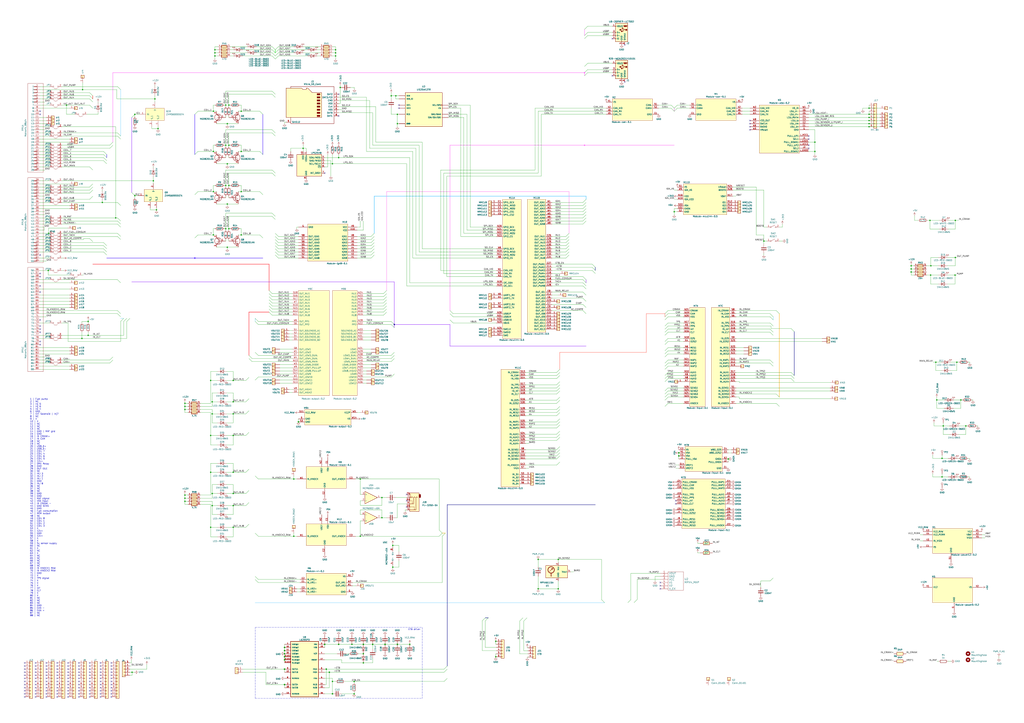
<source format=kicad_sch>
(kicad_sch (version 20210621) (generator eeschema)
  (paper "A1")
  (lib_symbols
    (symbol "Amplifier_Operational:MCP6002-xSN" (pin_names (offset 0.127))
      (property "Reference" "U" (at 0 5.08 0))
      (property "Value" "MCP6002-xSN" (at 0 -5.08 0))
      (symbol "MCP6002-xSN_1_1"
        (pin output line (at 7.62 0 180) (length 2.54) (name "~") (number "1"))
        (pin input line (at -7.62 -2.54 0) (length 2.54) (name "-") (number "2"))
        (pin input line (at -7.62 2.54 0) (length 2.54) (name "+") (number "3"))
      )
      (symbol "MCP6002-xSN_2_1"
        (pin input line (at -7.62 2.54 0) (length 2.54) (name "+") (number "5"))
        (pin input line (at -7.62 -2.54 0) (length 2.54) (name "-") (number "6"))
        (pin output line (at 7.62 0 180) (length 2.54) (name "~") (number "7"))
      )
      (symbol "MCP6002-xSN_3_1"
        (pin power_in line (at -2.54 -7.62 90) (length 3.81) (name "V-") (number "4"))
        (pin power_in line (at -2.54 7.62 270) (length 3.81) (name "V+") (number "8"))
      )
    )
    (symbol "Connector:AudioJack3_Switch"
      (property "Reference" "J" (at 0 11.43 0))
      (property "Value" "AudioJack3_Switch" (at 0 8.89 0))
      (symbol "AudioJack3_Switch_1_1"
        (pin passive line (at 5.08 0 180) (length 2.54) (name "~") (number "R"))
        (pin passive line (at 5.08 -2.54 180) (length 2.54) (name "~") (number "RN"))
        (pin passive line (at 5.08 5.08 180) (length 2.54) (name "~") (number "S"))
        (pin passive line (at 5.08 2.54 180) (length 2.54) (name "~") (number "SN"))
        (pin passive line (at 5.08 -5.08 180) (length 2.54) (name "~") (number "T"))
        (pin passive line (at 5.08 -7.62 180) (length 2.54) (name "~") (number "TN"))
      )
    )
    (symbol "Connector:Micro_SD_Card" (pin_names (offset 1.016))
      (property "Reference" "J" (at -16.51 15.24 0))
      (property "Value" "Micro_SD_Card" (at 16.51 15.24 0))
      (symbol "Micro_SD_Card_1_1"
        (pin bidirectional line (at -22.86 7.62 0) (length 3.81) (name "DAT2") (number "1"))
        (pin bidirectional line (at -22.86 5.08 0) (length 3.81) (name "DAT3/CD") (number "2"))
        (pin input line (at -22.86 2.54 0) (length 3.81) (name "CMD") (number "3"))
        (pin power_in line (at -22.86 0 0) (length 3.81) (name "VDD") (number "4"))
        (pin input line (at -22.86 -2.54 0) (length 3.81) (name "CLK") (number "5"))
        (pin power_in line (at -22.86 -5.08 0) (length 3.81) (name "VSS") (number "6"))
        (pin bidirectional line (at -22.86 -7.62 0) (length 3.81) (name "DAT0") (number "7"))
        (pin bidirectional line (at -22.86 -10.16 0) (length 3.81) (name "DAT1") (number "8"))
        (pin passive line (at 20.32 -15.24 180) (length 3.81) (name "SHIELD") (number "9"))
      )
    )
    (symbol "Connector:TestPoint" (pin_numbers hide) (pin_names (offset 0.762) hide)
      (property "Reference" "TP" (at 0 6.858 0))
      (property "Value" "TestPoint" (at 0 5.08 0))
      (symbol "TestPoint_1_1"
        (pin passive line (at 0 0 90) (length 2.54) (name "1") (number "1"))
      )
    )
    (symbol "Connector_Generic:Conn_01x01" (pin_names (offset 1.016) hide)
      (property "Reference" "J" (at 0 2.54 0))
      (property "Value" "Conn_01x01" (at 0 -2.54 0))
      (symbol "Conn_01x01_1_1"
        (pin passive line (at -5.08 0 0) (length 3.81) (name "Pin_1") (number "1"))
      )
    )
    (symbol "Connector_Generic:Conn_01x02" (pin_names (offset 1.016) hide)
      (property "Reference" "J" (at 0 2.54 0))
      (property "Value" "Conn_01x02" (at 0 -5.08 0))
      (symbol "Conn_01x02_1_1"
        (pin passive line (at -5.08 0 0) (length 3.81) (name "Pin_1") (number "1"))
        (pin passive line (at -5.08 -2.54 0) (length 3.81) (name "Pin_2") (number "2"))
      )
    )
    (symbol "Connector_Generic:Conn_01x04" (pin_names (offset 1.016) hide)
      (property "Reference" "J" (at 0 5.08 0))
      (property "Value" "Conn_01x04" (at 0 -7.62 0))
      (symbol "Conn_01x04_1_1"
        (pin passive line (at -5.08 2.54 0) (length 3.81) (name "Pin_1") (number "1"))
        (pin passive line (at -5.08 0 0) (length 3.81) (name "Pin_2") (number "2"))
        (pin passive line (at -5.08 -2.54 0) (length 3.81) (name "Pin_3") (number "3"))
        (pin passive line (at -5.08 -5.08 0) (length 3.81) (name "Pin_4") (number "4"))
      )
    )
    (symbol "Connector_Generic:Conn_01x05" (pin_names (offset 1.016) hide)
      (property "Reference" "J" (at 0 7.62 0))
      (property "Value" "Conn_01x05" (at 0 -7.62 0))
      (symbol "Conn_01x05_1_1"
        (pin passive line (at -5.08 5.08 0) (length 3.81) (name "Pin_1") (number "1"))
        (pin passive line (at -5.08 2.54 0) (length 3.81) (name "Pin_2") (number "2"))
        (pin passive line (at -5.08 0 0) (length 3.81) (name "Pin_3") (number "3"))
        (pin passive line (at -5.08 -2.54 0) (length 3.81) (name "Pin_4") (number "4"))
        (pin passive line (at -5.08 -5.08 0) (length 3.81) (name "Pin_5") (number "5"))
      )
    )
    (symbol "Connector_Generic:Conn_01x06" (pin_names (offset 1.016) hide)
      (property "Reference" "J" (at 0 7.62 0))
      (property "Value" "Conn_01x06" (at 0 -10.16 0))
      (symbol "Conn_01x06_1_1"
        (pin passive line (at -5.08 5.08 0) (length 3.81) (name "Pin_1") (number "1"))
        (pin passive line (at -5.08 2.54 0) (length 3.81) (name "Pin_2") (number "2"))
        (pin passive line (at -5.08 0 0) (length 3.81) (name "Pin_3") (number "3"))
        (pin passive line (at -5.08 -2.54 0) (length 3.81) (name "Pin_4") (number "4"))
        (pin passive line (at -5.08 -5.08 0) (length 3.81) (name "Pin_5") (number "5"))
        (pin passive line (at -5.08 -7.62 0) (length 3.81) (name "Pin_6") (number "6"))
      )
    )
    (symbol "Connector_Generic:Conn_01x08" (pin_names (offset 1.016) hide)
      (property "Reference" "J" (at 0 10.16 0))
      (property "Value" "Conn_01x08" (at 0 -12.7 0))
      (symbol "Conn_01x08_1_1"
        (pin passive line (at -5.08 7.62 0) (length 3.81) (name "Pin_1") (number "1"))
        (pin passive line (at -5.08 5.08 0) (length 3.81) (name "Pin_2") (number "2"))
        (pin passive line (at -5.08 2.54 0) (length 3.81) (name "Pin_3") (number "3"))
        (pin passive line (at -5.08 0 0) (length 3.81) (name "Pin_4") (number "4"))
        (pin passive line (at -5.08 -2.54 0) (length 3.81) (name "Pin_5") (number "5"))
        (pin passive line (at -5.08 -5.08 0) (length 3.81) (name "Pin_6") (number "6"))
        (pin passive line (at -5.08 -7.62 0) (length 3.81) (name "Pin_7") (number "7"))
        (pin passive line (at -5.08 -10.16 0) (length 3.81) (name "Pin_8") (number "8"))
      )
    )
    (symbol "Connector_Generic:Conn_01x12" (pin_names (offset 1.016) hide)
      (property "Reference" "J" (at 0 15.24 0))
      (property "Value" "Conn_01x12" (at 0 -17.78 0))
      (symbol "Conn_01x12_1_1"
        (pin passive line (at -5.08 12.7 0) (length 3.81) (name "Pin_1") (number "1"))
        (pin passive line (at -5.08 -10.16 0) (length 3.81) (name "Pin_10") (number "10"))
        (pin passive line (at -5.08 -12.7 0) (length 3.81) (name "Pin_11") (number "11"))
        (pin passive line (at -5.08 -15.24 0) (length 3.81) (name "Pin_12") (number "12"))
        (pin passive line (at -5.08 10.16 0) (length 3.81) (name "Pin_2") (number "2"))
        (pin passive line (at -5.08 7.62 0) (length 3.81) (name "Pin_3") (number "3"))
        (pin passive line (at -5.08 5.08 0) (length 3.81) (name "Pin_4") (number "4"))
        (pin passive line (at -5.08 2.54 0) (length 3.81) (name "Pin_5") (number "5"))
        (pin passive line (at -5.08 0 0) (length 3.81) (name "Pin_6") (number "6"))
        (pin passive line (at -5.08 -2.54 0) (length 3.81) (name "Pin_7") (number "7"))
        (pin passive line (at -5.08 -5.08 0) (length 3.81) (name "Pin_8") (number "8"))
        (pin passive line (at -5.08 -7.62 0) (length 3.81) (name "Pin_9") (number "9"))
      )
    )
    (symbol "Device:C" (pin_numbers hide) (pin_names (offset 0.254))
      (property "Reference" "C" (at 0.635 2.54 0))
      (property "Value" "C" (at 0.635 -2.54 0))
      (symbol "C_1_1"
        (pin passive line (at 0 3.81 270) (length 2.794) (name "~") (number "1"))
        (pin passive line (at 0 -3.81 90) (length 2.794) (name "~") (number "2"))
      )
    )
    (symbol "Device:D" (pin_numbers hide) (pin_names (offset 1.016) hide)
      (property "Reference" "D" (at 0 2.54 0))
      (property "Value" "D" (at 0 -2.54 0))
      (symbol "D_1_1"
        (pin passive line (at -3.81 0 0) (length 2.54) (name "K") (number "1"))
        (pin passive line (at 3.81 0 180) (length 2.54) (name "A") (number "2"))
      )
    )
    (symbol "Device:LED" (pin_numbers hide) (pin_names (offset 1.016) hide)
      (property "Reference" "D" (at 0 2.54 0))
      (property "Value" "LED" (at 0 -2.54 0))
      (symbol "LED_1_1"
        (pin passive line (at -3.81 0 0) (length 2.54) (name "K") (number "1"))
        (pin passive line (at 3.81 0 180) (length 2.54) (name "A") (number "2"))
      )
    )
    (symbol "Device:Q_NIGBT_GCE" (pin_names (offset 0) hide)
      (property "Reference" "Q" (at 5.08 1.27 0))
      (property "Value" "Q_NIGBT_GCE" (at 5.08 -1.27 0))
      (symbol "Q_NIGBT_GCE_1_1"
        (pin input line (at -5.08 0 0) (length 5.334) (name "G") (number "1"))
        (pin passive line (at 2.54 5.08 270) (length 2.54) (name "C") (number "2"))
        (pin passive line (at 2.54 -5.08 90) (length 2.54) (name "E") (number "3"))
      )
    )
    (symbol "Device:R" (pin_numbers hide) (pin_names (offset 0))
      (property "Reference" "R" (at 2.032 0 90))
      (property "Value" "R" (at 0 0 90))
      (symbol "R_1_1"
        (pin passive line (at 0 3.81 270) (length 1.27) (name "~") (number "1"))
        (pin passive line (at 0 -3.81 90) (length 1.27) (name "~") (number "2"))
      )
    )
    (symbol "Device:R_Pack04" (pin_names (offset 0) hide)
      (property "Reference" "RN" (at -7.62 0 90))
      (property "Value" "R_Pack04" (at 5.08 0 90))
      (symbol "R_Pack04_1_1"
        (pin passive line (at -5.08 -5.08 90) (length 2.54) (name "R1.1") (number "1"))
        (pin passive line (at -2.54 -5.08 90) (length 2.54) (name "R2.1") (number "2"))
        (pin passive line (at 0 -5.08 90) (length 2.54) (name "R3.1") (number "3"))
        (pin passive line (at 2.54 -5.08 90) (length 2.54) (name "R4.1") (number "4"))
        (pin passive line (at 2.54 5.08 270) (length 2.54) (name "R4.2") (number "5"))
        (pin passive line (at 0 5.08 270) (length 2.54) (name "R3.2") (number "6"))
        (pin passive line (at -2.54 5.08 270) (length 2.54) (name "R2.2") (number "7"))
        (pin passive line (at -5.08 5.08 270) (length 2.54) (name "R1.2") (number "8"))
      )
    )
    (symbol "Diode:1N4148WS" (pin_numbers hide) (pin_names (offset 1.016) hide)
      (property "Reference" "D" (at 0 2.54 0))
      (property "Value" "1N4148WS" (at 0 -2.54 0))
      (symbol "1N4148WS_1_1"
        (pin passive line (at -3.81 0 0) (length 2.54) (name "K") (number "1"))
        (pin passive line (at 3.81 0 180) (length 2.54) (name "A") (number "2"))
      )
    )
    (symbol "Jumper:Jumper_2_Open" (pin_names (offset 0) hide)
      (property "Reference" "JP" (at 0 2.794 0))
      (property "Value" "Jumper_2_Open" (at 0 -2.286 0))
      (symbol "Jumper_2_Open_1_1"
        (pin passive line (at -5.08 0 0) (length 2.54) (name "A") (number "1"))
        (pin passive line (at 5.08 0 180) (length 2.54) (name "B") (number "2"))
      )
    )
    (symbol "L6205PD:L6205PD" (pin_names (offset 1.016))
      (property "Reference" "U" (at -10.1854 24.0538 0))
      (property "Value" "L6205PD" (at -10.1854 -25.6794 0))
      (symbol "L6205PD_0_0"
        (pin power_in line (at 17.78 20.32 180) (length 5.08) (name "GND@1") (number "1"))
        (pin power_in line (at 17.78 17.78 180) (length 5.08) (name "GND@2") (number "10"))
        (pin power_in line (at 17.78 15.24 180) (length 5.08) (name "GND@3") (number "11"))
        (pin output line (at 17.78 -2.54 180) (length 5.08) (name "OUT1B") (number "12"))
        (pin power_in line (at 17.78 -20.32 180) (length 5.08) (name "SENSEB") (number "13"))
        (pin input line (at -15.24 -12.7 0) (length 5.08) (name "IN1B") (number "14"))
        (pin input line (at -15.24 -15.24 0) (length 5.08) (name "IN2B") (number "15"))
        (pin bidirectional line (at -15.24 -20.32 0) (length 5.08) (name "ENB") (number "16"))
        (pin passive line (at -15.24 7.62 0) (length 5.08) (name "VBOOT") (number "17"))
        (pin output line (at 17.78 -15.24 180) (length 5.08) (name "OUT2B") (number "18"))
        (pin power_in line (at -15.24 17.78 0) (length 5.08) (name "VSB") (number "19"))
        (pin power_in line (at -15.24 20.32 0) (length 5.08) (name "VSA") (number "2"))
        (pin power_in line (at 17.78 12.7 180) (length 5.08) (name "GND@4") (number "20"))
        (pin output line (at 17.78 -12.7 180) (length 5.08) (name "OUT2A") (number "3"))
        (pin passive line (at -15.24 12.7 0) (length 5.08) (name "VCP") (number "4"))
        (pin bidirectional line (at -15.24 -7.62 0) (length 5.08) (name "ENA") (number "5"))
        (pin input line (at -15.24 0 0) (length 5.08) (name "IN1A") (number "6"))
        (pin input line (at -15.24 -2.54 0) (length 5.08) (name "IN2A") (number "7"))
        (pin power_in line (at 17.78 -7.62 180) (length 5.08) (name "SENSEA") (number "8"))
        (pin output line (at 17.78 0 180) (length 5.08) (name "OUT1A") (number "9"))
        (pin power_in line (at 17.78 10.16 180) (length 5.08) (name "SLUG@1") (number "SLUG1"))
        (pin power_in line (at 17.78 7.62 180) (length 5.08) (name "SLUG@2") (number "SLUG2"))
        (pin power_in line (at 17.78 5.08 180) (length 5.08) (name "SLUG@3") (number "SLUG3"))
      )
    )
    (symbol "LIS2DW12TR:LIS2DW12TR" (pin_numbers hide) (pin_names (offset 1.016))
      (property "Reference" "U" (at -15.24 12.7 0))
      (property "Value" "LIS2DW12TR" (at -15.24 -17.78 0))
      (symbol "LIS2DW12TR_0_0"
        (pin input clock (at -20.32 2.54 0) (length 5.08) (name "SCL/SPC") (number "1"))
        (pin power_in line (at 20.32 7.62 180) (length 5.08) (name "VDD_IO") (number "10"))
        (pin output line (at 20.32 0 180) (length 5.08) (name "INT2") (number "11"))
        (pin output line (at 20.32 2.54 180) (length 5.08) (name "INT1") (number "12"))
        (pin input line (at -20.32 0 0) (length 5.08) (name "CS") (number "2"))
        (pin bidirectional line (at -20.32 -5.08 0) (length 5.08) (name "SDO/SDA0") (number "3"))
        (pin bidirectional line (at -20.32 -7.62 0) (length 5.08) (name "SDA/SDI/SDO") (number "4"))
        (pin power_in line (at 20.32 -12.7 180) (length 5.08) (name "GND") (number "6"))
        (pin passive line (at 20.32 -5.08 180) (length 5.08) (name "RES") (number "7"))
        (pin power_in line (at 20.32 -12.7 180) (length 5.08) (name "GND") (number "8"))
        (pin power_in line (at 20.32 10.16 180) (length 5.08) (name "VDD") (number "9"))
      )
    )
    (symbol "MPX-4_MAP:MPX4_MAP" (pin_names (offset 0.762))
      (property "Reference" "U" (at 0 10.16 0))
      (property "Value" "MPX4_MAP" (at 8.89 0 90))
      (symbol "MPX4_MAP_1_1"
        (pin passive line (at -8.89 6.35 0) (length 6.35) (name "VOUT") (number "1"))
        (pin passive line (at -8.89 3.81 0) (length 6.35) (name "GND") (number "2"))
        (pin passive line (at -8.89 1.27 0) (length 6.35) (name "VCC") (number "3"))
        (pin passive line (at -8.89 -1.27 0) (length 6.35) (name "V1") (number "4"))
        (pin passive line (at -8.89 -3.81 0) (length 6.35) (name "V2") (number "5"))
        (pin passive line (at -8.89 -6.35 0) (length 6.35) (name "V_EX") (number "6"))
      )
    )
    (symbol "Mechanical:MountingHole" (pin_names (offset 1.016))
      (property "Reference" "H" (at 0 5.08 0))
      (property "Value" "MountingHole" (at 0 3.175 0))
    )
    (symbol "Sensor_Pressure:LPS25HB"
      (property "Reference" "U" (at -10.16 8.89 0))
      (property "Value" "LPS25HB" (at 10.16 8.89 0))
      (symbol "LPS25HB_1_1"
        (pin power_in line (at -2.54 10.16 270) (length 2.54) (name "VDDio") (number "1"))
        (pin power_in line (at -5.08 10.16 270) (length 2.54) (name "VDD") (number "10"))
        (pin input line (at 12.7 0 180) (length 2.54) (name "SCL/SCLK") (number "2"))
        (pin passive line (at -2.54 -12.7 90) (length 2.54) hide (name "GND") (number "3"))
        (pin bidirectional line (at 12.7 5.08 180) (length 2.54) (name "SDA/MOSI") (number "4"))
        (pin bidirectional line (at 12.7 2.54 180) (length 2.54) (name "SA0/MISO") (number "5"))
        (pin input line (at 12.7 -2.54 180) (length 2.54) (name "~{CS}") (number "6"))
        (pin output line (at 12.7 -7.62 180) (length 2.54) (name "INT_DRDY") (number "7"))
        (pin power_in line (at -2.54 -12.7 90) (length 2.54) (name "GND") (number "8"))
        (pin passive line (at -2.54 -12.7 90) (length 2.54) hide (name "GND") (number "9"))
      )
    )
    (symbol "Sensor_Pressure:MPXA6115A"
      (property "Reference" "U" (at -10.16 6.35 0))
      (property "Value" "MPXA6115A" (at 1.27 6.35 0))
      (symbol "MPXA6115A_1_1"
        (pin no_connect line (at 5.08 -5.08 90) (length 2.54) hide (name "NC") (number "1"))
        (pin power_in line (at 0 7.62 270) (length 2.54) (name "Vcc") (number "2"))
        (pin power_in line (at 0 -7.62 90) (length 2.54) (name "GND") (number "3"))
        (pin output line (at 10.16 0 180) (length 2.54) (name "Vout") (number "4"))
        (pin no_connect line (at -7.62 -5.08 90) (length 2.54) hide (name "NC") (number "5"))
        (pin no_connect line (at -5.08 -5.08 90) (length 2.54) hide (name "NC") (number "6"))
        (pin no_connect line (at -2.54 -5.08 90) (length 2.54) hide (name "NC") (number "7"))
        (pin no_connect line (at 2.54 -5.08 90) (length 2.54) hide (name "NC") (number "8"))
      )
    )
    (symbol "Switch:SW_SPST" (pin_names (offset 0) hide)
      (property "Reference" "SW" (at 0 3.175 0))
      (property "Value" "SW_SPST" (at 0 -2.54 0))
      (symbol "SW_SPST_1_1"
        (pin passive line (at -5.08 0 0) (length 2.54) (name "A") (number "1"))
        (pin passive line (at 5.08 0 180) (length 2.54) (name "B") (number "2"))
      )
    )
    (symbol "ZXMS6005SGTA:ZXMS6005SGTA" (pin_names (offset 0.762))
      (property "Reference" "Q" (at 21.59 7.62 0))
      (property "Value" "ZXMS6005SGTA" (at 21.59 5.08 0))
      (property "LCSC" "С174042" (at 0 0 0))
      (symbol "ZXMS6005SGTA_0_0"
        (pin passive line (at -12.7 0 0) (length 5.08) (name "IN") (number "1"))
        (pin passive line (at 0 10.16 270) (length 5.08) (name "D") (number "2"))
        (pin passive line (at -2.54 -10.16 90) (length 5.08) (name "S_1") (number "3"))
        (pin passive line (at 2.54 -10.16 90) (length 5.08) (name "S_2") (number "4"))
      )
    )
    (symbol "hellen-one-can-0.1:Module-can-0.1"
      (property "Reference" "M" (at 0 0 0))
      (property "Value" "Module-can-0.1" (at 0 0 0))
      (symbol "Module-can-0.1_1_0"
        (pin passive line (at 38.1 -12.7 180) (length 5.08) (name "GND") (number "E1"))
        (pin passive line (at 38.1 -5.08 180) (length 5.08) (name "CANL") (number "S1"))
        (pin passive line (at 38.1 -7.62 180) (length 5.08) (name "CANH") (number "S2"))
        (pin passive line (at -5.08 -2.54 0) (length 5.08) (name "V5") (number "V1"))
        (pin passive line (at -5.08 -7.62 0) (length 5.08) (name "CAN_VIO") (number "V2"))
        (pin passive line (at -5.08 -12.7 0) (length 5.08) (name "CAN_TX") (number "V5"))
        (pin passive line (at -5.08 -10.16 0) (length 5.08) (name "CAN_RX") (number "V6"))
      )
    )
    (symbol "hellen-one-common:Pad" (pin_numbers hide) (pin_names (offset 1.016) hide)
      (property "Reference" "P" (at 2.54 0 0))
      (symbol "Pad_1_1"
        (pin passive line (at -5.08 0 0) (length 3.81) (name "Pin_1") (number "1"))
      )
    )
    (symbol "hellen-one-common:Pad_1" (pin_numbers hide) (pin_names (offset 1.016) hide)
      (property "Reference" "P" (at 2.54 0 0))
      (symbol "Pad_1_1_1"
        (pin passive line (at -5.08 0 0) (length 3.81) (name "Pin_1") (number "1"))
      )
    )
    (symbol "hellen-one-common:Pad_2" (pin_numbers hide) (pin_names (offset 1.016) hide)
      (property "Reference" "P" (at 2.54 0 0))
      (symbol "Pad_2_1_1"
        (pin passive line (at -5.08 0 0) (length 3.81) (name "Pin_1") (number "1"))
      )
    )
    (symbol "hellen-one-common:Pad_3" (pin_numbers hide) (pin_names (offset 1.016) hide)
      (property "Reference" "P" (at 2.54 0 0))
      (symbol "Pad_3_1_1"
        (pin passive line (at -5.08 0 0) (length 3.81) (name "Pin_1") (number "1"))
      )
    )
    (symbol "hellen-one-common:Pad_33" (pin_numbers hide) (pin_names (offset 1.016) hide)
      (property "Reference" "P" (at 2.54 0 0))
      (symbol "Pad_33_1_1"
        (pin passive line (at -5.08 0 0) (length 3.81) (name "Pin_1") (number "1"))
      )
    )
    (symbol "hellen-one-common:Res" (pin_numbers hide)
      (property "Reference" "R" (at 3.81 2.54 0))
      (property "Value" "Res" (at 5.08 -2.54 0))
      (symbol "Res_1_0"
        (pin passive line (at 0 0 0) (length 2.54) (name "") (number "1"))
        (pin passive line (at 10.16 0 180) (length 2.54) (name "") (number "2"))
      )
    )
    (symbol "hellen-one-common:USB_B_Mini" (pin_names (offset 1.016))
      (property "Reference" "J" (at -5.08 11.43 0))
      (property "Value" "USB_B_Mini" (at -5.08 8.89 0))
      (symbol "USB_B_Mini_1_1"
        (pin power_out line (at 7.62 5.08 180) (length 2.54) (name "VBUS") (number "1"))
        (pin passive line (at 7.62 -2.54 180) (length 2.54) (name "D-") (number "2"))
        (pin passive line (at 7.62 0 180) (length 2.54) (name "D+") (number "3"))
        (pin passive line (at 7.62 -5.08 180) (length 2.54) (name "ID") (number "4"))
        (pin power_out line (at 0 -10.16 90) (length 2.54) (name "GND") (number "5"))
        (pin passive line (at -2.54 -10.16 90) (length 2.54) (name "Shield") (number "6"))
      )
    )
    (symbol "hellen-one-ign8-0.1:Module-ign8-0.1"
      (property "Reference" "M" (at 0 0 0))
      (property "Value" "Module-ign8-0.1" (at 0 0 0))
      (symbol "Module-ign8-0.1_1_0"
        (pin passive line (at 40.64 -2.54 180) (length 7.62) (name "GND") (number "G"))
        (pin passive line (at 40.64 -27.94 180) (length 7.62) (name "OUT_IGN8") (number "S1"))
        (pin passive line (at 40.64 -25.4 180) (length 7.62) (name "OUT_IGN7") (number "S2"))
        (pin passive line (at 40.64 -22.86 180) (length 7.62) (name "OUT_IGN6") (number "S3"))
        (pin passive line (at 40.64 -20.32 180) (length 7.62) (name "OUT_IGN5") (number "S4"))
        (pin passive line (at 40.64 -17.78 180) (length 7.62) (name "OUT_IGN4") (number "S5"))
        (pin passive line (at 40.64 -15.24 180) (length 7.62) (name "OUT_IGN3") (number "S6"))
        (pin passive line (at 40.64 -12.7 180) (length 7.62) (name "OUT_IGN2") (number "S7"))
        (pin passive line (at 40.64 -10.16 180) (length 7.62) (name "OUT_IGN1") (number "S8"))
        (pin passive line (at -7.62 -27.94 0) (length 7.62) (name "IGN8") (number "V1"))
        (pin passive line (at -7.62 -5.08 0) (length 7.62) (name "V33") (number "V10"))
        (pin passive line (at -7.62 -25.4 0) (length 7.62) (name "IGN7") (number "V2"))
        (pin passive line (at -7.62 -22.86 0) (length 7.62) (name "IGN6") (number "V3"))
        (pin passive line (at -7.62 -20.32 0) (length 7.62) (name "IGN5") (number "V4"))
        (pin passive line (at -7.62 -17.78 0) (length 7.62) (name "IGN4") (number "V5"))
        (pin passive line (at -7.62 -15.24 0) (length 7.62) (name "IGN3") (number "V6"))
        (pin passive line (at -7.62 -12.7 0) (length 7.62) (name "IGN2") (number "V7"))
        (pin passive line (at -7.62 -10.16 0) (length 7.62) (name "IGN1") (number "V8"))
        (pin passive line (at -7.62 -2.54 0) (length 7.62) (name "VCC") (number "V9"))
      )
    )
    (symbol "hellen-one-input-0.1:Module-input-0.1"
      (property "Reference" "M" (at 0 0 0))
      (property "Value" "Module-input-0.1" (at 0 0 0))
      (symbol "Module-input-0.1_1_0"
        (pin passive line (at 17.78 -53.34 180) (length 5.08) (name "AUX1") (number "N10"))
        (pin passive line (at 17.78 -38.1 180) (length 5.08) (name "RES3") (number "N11"))
        (pin passive line (at 17.78 -48.26 180) (length 5.08) (name "MAP3") (number "N12"))
        (pin passive line (at 17.78 -45.72 180) (length 5.08) (name "MAP2") (number "N13"))
        (pin passive line (at 17.78 -43.18 180) (length 5.08) (name "MAP1") (number "N14"))
        (pin passive line (at 17.78 -17.78 180) (length 5.08) (name "IAT") (number "N15"))
        (pin passive line (at 17.78 -20.32 180) (length 5.08) (name "CLT") (number "N16"))
        (pin passive line (at 17.78 -12.7 180) (length 5.08) (name "TPS") (number "N17"))
        (pin passive line (at 17.78 -25.4 180) (length 5.08) (name "O2S") (number "N18"))
        (pin passive line (at 17.78 -5.08 180) (length 5.08) (name "CAM") (number "N19"))
        (pin passive line (at 17.78 -7.62 180) (length 5.08) (name "VSS") (number "N20"))
        (pin passive line (at 17.78 -2.54 180) (length 5.08) (name "CRANK") (number "N21"))
        (pin passive line (at 17.78 -78.74 180) (length 5.08) (name "KNOCK") (number "N22"))
        (pin passive line (at 17.78 -73.66 180) (length 5.08) (name "SENS4") (number "N23"))
        (pin passive line (at 17.78 -71.12 180) (length 5.08) (name "SENS3") (number "N24"))
        (pin passive line (at 17.78 -68.58 180) (length 5.08) (name "SENS2") (number "N25"))
        (pin passive line (at 17.78 -66.04 180) (length 5.08) (name "SENS1") (number "N26"))
        (pin passive line (at 17.78 -35.56 180) (length 5.08) (name "RES2") (number "N3"))
        (pin passive line (at 17.78 -27.94 180) (length 5.08) (name "O2S2") (number "N4"))
        (pin passive line (at 17.78 -15.24 180) (length 5.08) (name "PPS") (number "N5"))
        (pin passive line (at 17.78 -33.02 180) (length 5.08) (name "RES1") (number "N6"))
        (pin passive line (at 17.78 -60.96 180) (length 5.08) (name "AUX4") (number "N7"))
        (pin passive line (at 17.78 -58.42 180) (length 5.08) (name "AUX3") (number "N8"))
        (pin passive line (at 17.78 -55.88 180) (length 5.08) (name "AUX2") (number "N9"))
      )
      (symbol "Module-input-0.1_2_0"
        (pin passive line (at 35.56 -17.78 180) (length 5.08) (name "GND") (number "E1"))
        (pin passive line (at -5.08 -2.54 0) (length 5.08) (name "V5") (number "E2"))
        (pin passive line (at 35.56 -5.08 180) (length 5.08) (name "WBO_O2S2") (number "E3"))
        (pin passive line (at 35.56 -2.54 180) (length 5.08) (name "WBO_O2S") (number "E4"))
        (pin passive line (at -5.08 -7.62 0) (length 5.08) (name "V5A") (number "E5"))
        (pin passive line (at -5.08 -10.16 0) (length 5.08) (name "PULL_V5A") (number "J1"))
        (pin passive line (at 35.56 -12.7 180) (length 5.08) (name "PULL_GNDA") (number "J2"))
        (pin passive line (at -5.08 -5.08 0) (length 5.08) (name "V5A") (number "N1"))
        (pin passive line (at 35.56 -10.16 180) (length 5.08) (name "GNDA") (number "N2"))
        (pin passive line (at -5.08 -17.78 0) (length 5.08) (name "VREF2") (number "S13"))
        (pin passive line (at -5.08 -15.24 0) (length 5.08) (name "VREF1") (number "S14"))
      )
      (symbol "Module-input-0.1_3_0"
        (pin passive line (at -5.08 -66.04 0) (length 5.08) (name "IN_SENS1") (number "S1"))
        (pin passive line (at -5.08 -12.7 0) (length 5.08) (name "IN_TPS") (number "S10"))
        (pin passive line (at -5.08 -43.18 0) (length 5.08) (name "IN_MAP1") (number "S11"))
        (pin passive line (at -5.08 -45.72 0) (length 5.08) (name "IN_MAP2") (number "S12"))
        (pin passive line (at -5.08 -20.32 0) (length 5.08) (name "IN_CLT") (number "S15"))
        (pin passive line (at -5.08 -17.78 0) (length 5.08) (name "IN_IAT") (number "S16"))
        (pin passive line (at -5.08 -53.34 0) (length 5.08) (name "IN_AUX1") (number "S17"))
        (pin passive line (at -5.08 -55.88 0) (length 5.08) (name "IN_AUX2") (number "S18"))
        (pin passive line (at -5.08 -48.26 0) (length 5.08) (name "IN_MAP3") (number "S19"))
        (pin passive line (at -5.08 -68.58 0) (length 5.08) (name "IN_SENS2") (number "S2"))
        (pin passive line (at -5.08 -58.42 0) (length 5.08) (name "IN_AUX3") (number "S20"))
        (pin passive line (at -5.08 -60.96 0) (length 5.08) (name "IN_AUX4") (number "S21"))
        (pin passive line (at -5.08 -38.1 0) (length 5.08) (name "IN_RES3") (number "S22"))
        (pin passive line (at -5.08 -33.02 0) (length 5.08) (name "IN_RES1") (number "S23"))
        (pin passive line (at -5.08 -15.24 0) (length 5.08) (name "IN_PPS") (number "S24"))
        (pin passive line (at -5.08 -27.94 0) (length 5.08) (name "IN_O2S2") (number "S25"))
        (pin passive line (at -5.08 -35.56 0) (length 5.08) (name "IN_RES2") (number "S26"))
        (pin passive line (at -5.08 -71.12 0) (length 5.08) (name "IN_SENS3") (number "S3"))
        (pin passive line (at -5.08 -73.66 0) (length 5.08) (name "IN_SENS4") (number "S4"))
        (pin passive line (at -5.08 -5.08 0) (length 5.08) (name "IN_CAM") (number "S5"))
        (pin passive line (at -5.08 -7.62 0) (length 5.08) (name "IN_VSS") (number "S6"))
        (pin passive line (at -5.08 -78.74 0) (length 5.08) (name "IN_KNOCK") (number "S7"))
        (pin passive line (at -5.08 -2.54 0) (length 5.08) (name "IN_CRANK") (number "S8"))
        (pin passive line (at -5.08 -25.4 0) (length 5.08) (name "IN_O2S") (number "S9"))
      )
      (symbol "Module-input-0.1_4_0"
        (pin passive line (at 40.64 -12.7 180) (length 5.08) (name "PULL_AUX1") (number "J10"))
        (pin passive line (at -5.08 -38.1 0) (length 5.08) (name "PULL_RES3") (number "J11"))
        (pin passive line (at 40.64 -7.62 180) (length 5.08) (name "PULL_MAP3") (number "J12"))
        (pin passive line (at 40.64 -5.08 180) (length 5.08) (name "PULL_MAP2") (number "J13"))
        (pin passive line (at 40.64 -2.54 180) (length 5.08) (name "PULL_MAP1") (number "J14"))
        (pin passive line (at -5.08 -17.78 0) (length 5.08) (name "PULL_IAT") (number "J15"))
        (pin passive line (at -5.08 -20.32 0) (length 5.08) (name "PULL_CLT") (number "J16"))
        (pin passive line (at -5.08 -5.08 0) (length 5.08) (name "PULL_CAM") (number "J17"))
        (pin passive line (at -5.08 -7.62 0) (length 5.08) (name "PULL_VSS") (number "J18"))
        (pin passive line (at -5.08 -12.7 0) (length 5.08) (name "PULL_TPS") (number "J19"))
        (pin passive line (at -5.08 -25.4 0) (length 5.08) (name "PULL_O2S") (number "J20"))
        (pin passive line (at -5.08 -2.54 0) (length 5.08) (name "PULL_CRANK") (number "J21"))
        (pin passive line (at 40.64 -38.1 180) (length 5.08) (name "PULL_KNOCK") (number "J22"))
        (pin passive line (at 40.64 -33.02 180) (length 5.08) (name "PULL_SENS4") (number "J23"))
        (pin passive line (at 40.64 -30.48 180) (length 5.08) (name "PULL_SENS3") (number "J24"))
        (pin passive line (at 40.64 -27.94 180) (length 5.08) (name "PULL_SENS2") (number "J25"))
        (pin passive line (at 40.64 -25.4 180) (length 5.08) (name "PULL_SENS1") (number "J26"))
        (pin passive line (at -5.08 -35.56 0) (length 5.08) (name "PULL_RES2") (number "J3"))
        (pin passive line (at -5.08 -27.94 0) (length 5.08) (name "PULL_O2S2") (number "J4"))
        (pin passive line (at -5.08 -15.24 0) (length 5.08) (name "PULL_PPS") (number "J5"))
        (pin passive line (at -5.08 -33.02 0) (length 5.08) (name "PULL_RES1") (number "J6"))
        (pin passive line (at 40.64 -20.32 180) (length 5.08) (name "PULL_AUX4") (number "J7"))
        (pin passive line (at 40.64 -17.78 180) (length 5.08) (name "PULL_AUX3") (number "J8"))
        (pin passive line (at 40.64 -15.24 180) (length 5.08) (name "PULL_AUX2") (number "J9"))
      )
    )
    (symbol "hellen-one-knock-0.1:Module-knock-0.1"
      (property "Reference" "M" (at 0 0 0))
      (property "Value" "Module-knock-0.1" (at 0 0 0))
      (symbol "Module-knock-0.1_1_0"
        (pin passive line (at 17.78 7.62 270) (length 7.62) (name "V5A") (number "E1"))
        (pin passive line (at 15.24 -25.4 90) (length 7.62) (name "GND") (number "E2"))
        (pin passive line (at 40.64 -10.16 180) (length 7.62) (name "OUT_KNOCK") (number "E3"))
        (pin passive line (at -7.62 -10.16 0) (length 7.62) (name "IN_KNOCK") (number "W1"))
        (pin passive line (at 12.7 7.62 270) (length 7.62) (name "VREF") (number "W2"))
      )
    )
    (symbol "hellen-one-mcu-000.5:Module-mcu-0.5"
      (property "Reference" "M" (at 0 0 0))
      (property "Value" "Module-mcu-0.5" (at 0 0 0))
      (symbol "Module-mcu-0.5_1_0"
        (pin passive line (at 20.32 -2.54 180) (length 5.08) (name "SPI1_SCK") (number "E1"))
        (pin passive line (at 20.32 -5.08 180) (length 5.08) (name "SPI1_MISO") (number "E2"))
        (pin passive line (at 20.32 -7.62 180) (length 5.08) (name "SPI1_MOSI") (number "E3"))
        (pin passive line (at 20.32 -10.16 180) (length 5.08) (name "SPI1_CS1") (number "E4"))
        (pin passive line (at 20.32 -12.7 180) (length 5.08) (name "SPI1_CS2") (number "E5"))
        (pin passive line (at 20.32 -58.42 180) (length 5.08) (name "CAN_VIO") (number "N1"))
        (pin passive line (at 20.32 -43.18 180) (length 5.08) (name "SPI3_MISO") (number "N10"))
        (pin passive line (at 20.32 -45.72 180) (length 5.08) (name "SPI3_MOSI") (number "N11"))
        (pin passive line (at 20.32 -68.58 180) (length 5.08) (name "I2C_SDA") (number "N18"))
        (pin passive line (at 20.32 -71.12 180) (length 5.08) (name "I2C_SCL") (number "N19"))
        (pin passive line (at 20.32 -60.96 180) (length 5.08) (name "CAN_RX") (number "N2"))
        (pin passive line (at 20.32 -22.86 180) (length 5.08) (name "SPI2_SCK") (number "N20"))
        (pin passive line (at 20.32 -25.4 180) (length 5.08) (name "SPI2_MISO") (number "N21"))
        (pin passive line (at 20.32 -27.94 180) (length 5.08) (name "SPI2_MOSI") (number "N22"))
        (pin passive line (at 20.32 -30.48 180) (length 5.08) (name "SPI2_CS") (number "N23"))
        (pin passive line (at 20.32 -106.68 180) (length 5.08) (name "SWCLK") (number "N25"))
        (pin passive line (at 20.32 -109.22 180) (length 5.08) (name "SWDIO") (number "N26"))
        (pin passive line (at 20.32 -111.76 180) (length 5.08) (name "SWO") (number "N27"))
        (pin passive line (at 20.32 -101.6 180) (length 5.08) (name "VBUS") (number "N29"))
        (pin passive line (at 20.32 -63.5 180) (length 5.08) (name "CAN_TX") (number "N3"))
        (pin passive line (at 20.32 -93.98 180) (length 5.08) (name "USB1P") (number "N30"))
        (pin passive line (at 20.32 -96.52 180) (length 5.08) (name "USB1M") (number "N31"))
        (pin passive line (at 20.32 -99.06 180) (length 5.08) (name "USB1ID") (number "N32"))
        (pin passive line (at 20.32 -81.28 180) (length 5.08) (name "UART1_TX") (number "N4"))
        (pin passive line (at 20.32 -78.74 180) (length 5.08) (name "UART1_RX") (number "N5"))
        (pin passive line (at 20.32 -88.9 180) (length 5.08) (name "UART2_TX") (number "N6"))
        (pin passive line (at 20.32 -86.36 180) (length 5.08) (name "UART2_RX") (number "N7"))
        (pin passive line (at 20.32 -48.26 180) (length 5.08) (name "SPI3_CS") (number "N8"))
        (pin passive line (at 20.32 -40.64 180) (length 5.08) (name "SPI3_SCK") (number "N9"))
      )
      (symbol "Module-mcu-0.5_2_0"
        (pin passive line (at 20.32 -99.06 180) (length 5.08) (name "OUT_IO10") (number "E10"))
        (pin passive line (at 20.32 -96.52 180) (length 5.08) (name "OUT_IO9") (number "E11"))
        (pin passive line (at 20.32 -78.74 180) (length 5.08) (name "OUT_IO2") (number "E12"))
        (pin passive line (at 20.32 -104.14 180) (length 5.08) (name "OUT_IO12") (number "E13"))
        (pin passive line (at 20.32 -55.88 180) (length 5.08) (name "OUT_PWM2") (number "E14"))
        (pin passive line (at 20.32 -58.42 180) (length 5.08) (name "OUT_PWM3") (number "E15"))
        (pin passive line (at 20.32 -60.96 180) (length 5.08) (name "OUT_PWM4") (number "E16"))
        (pin passive line (at 20.32 -63.5 180) (length 5.08) (name "OUT_PWM5") (number "E17"))
        (pin passive line (at 20.32 -66.04 180) (length 5.08) (name "OUT_PWM6") (number "E18"))
        (pin passive line (at 20.32 -68.58 180) (length 5.08) (name "OUT_PWM7") (number "E19"))
        (pin passive line (at 20.32 -101.6 180) (length 5.08) (name "OUT_IO11") (number "E20"))
        (pin passive line (at 20.32 -91.44 180) (length 5.08) (name "OUT_IO7") (number "E21"))
        (pin passive line (at 20.32 -93.98 180) (length 5.08) (name "OUT_IO8") (number "E22"))
        (pin passive line (at 20.32 -83.82 180) (length 5.08) (name "OUT_IO4") (number "E23"))
        (pin passive line (at 20.32 -106.68 180) (length 5.08) (name "OUT_IO13") (number "E24"))
        (pin passive line (at 20.32 -30.48 180) (length 5.08) (name "OUT_INJ1") (number "E25"))
        (pin passive line (at 20.32 -33.02 180) (length 5.08) (name "OUT_INJ2") (number "E26"))
        (pin passive line (at 20.32 -53.34 180) (length 5.08) (name "OUT_PWM1") (number "E27"))
        (pin passive line (at 20.32 -71.12 180) (length 5.08) (name "OUT_PWM8") (number "E28"))
        (pin passive line (at 20.32 -35.56 180) (length 5.08) (name "OUT_INJ3") (number "E29"))
        (pin passive line (at 20.32 -38.1 180) (length 5.08) (name "OUT_INJ4") (number "E30"))
        (pin passive line (at 20.32 -40.64 180) (length 5.08) (name "OUT_INJ5") (number "E31"))
        (pin passive line (at 20.32 -43.18 180) (length 5.08) (name "OUT_INJ6") (number "E32"))
        (pin passive line (at 20.32 -45.72 180) (length 5.08) (name "OUT_INJ7") (number "E33"))
        (pin passive line (at 20.32 -48.26 180) (length 5.08) (name "OUT_INJ8") (number "E34"))
        (pin passive line (at 20.32 -81.28 180) (length 5.08) (name "OUT_IO3") (number "E6"))
        (pin passive line (at 20.32 -86.36 180) (length 5.08) (name "OUT_IO5") (number "E7"))
        (pin passive line (at 20.32 -76.2 180) (length 5.08) (name "OUT_IO1") (number "E8"))
        (pin passive line (at 20.32 -88.9 180) (length 5.08) (name "OUT_IO6") (number "E9"))
        (pin passive line (at 20.32 -2.54 180) (length 5.08) (name "OUT_IGN1") (number "W1"))
        (pin passive line (at 20.32 -5.08 180) (length 5.08) (name "OUT_IGN2") (number "W2"))
        (pin passive line (at 20.32 -7.62 180) (length 5.08) (name "OUT_IGN3") (number "W3"))
        (pin passive line (at 20.32 -10.16 180) (length 5.08) (name "OUT_IGN4") (number "W4"))
        (pin passive line (at 20.32 -12.7 180) (length 5.08) (name "OUT_IGN5") (number "W5"))
        (pin passive line (at 20.32 -15.24 180) (length 5.08) (name "OUT_IGN6") (number "W6"))
        (pin passive line (at 20.32 -17.78 180) (length 5.08) (name "OUT_IGN7") (number "W7"))
        (pin passive line (at 20.32 -20.32 180) (length 5.08) (name "OUT_IGN8") (number "W8"))
      )
      (symbol "Module-mcu-0.5_3_0"
        (pin passive line (at -5.08 -71.12 0) (length 5.08) (name "IN_SENS3") (number "S10"))
        (pin passive line (at -5.08 -73.66 0) (length 5.08) (name "IN_SENS4") (number "S11"))
        (pin passive line (at -5.08 -78.74 0) (length 5.08) (name "IN_KNOCK") (number "S12"))
        (pin passive line (at -5.08 -2.54 0) (length 5.08) (name "IN_CRANK") (number "S13"))
        (pin passive line (at -5.08 -7.62 0) (length 5.08) (name "IN_VSS") (number "S14"))
        (pin passive line (at -5.08 -5.08 0) (length 5.08) (name "IN_CAM") (number "S15"))
        (pin passive line (at -5.08 -25.4 0) (length 5.08) (name "IN_O2S") (number "S16"))
        (pin passive line (at -5.08 -12.7 0) (length 5.08) (name "IN_TPS") (number "S17"))
        (pin passive line (at -5.08 -20.32 0) (length 5.08) (name "IN_CLT") (number "S18"))
        (pin passive line (at -5.08 -17.78 0) (length 5.08) (name "IN_IAT") (number "S19"))
        (pin passive line (at -5.08 -43.18 0) (length 5.08) (name "IN_MAP1") (number "S20"))
        (pin passive line (at -5.08 -45.72 0) (length 5.08) (name "IN_MAP2") (number "S21"))
        (pin passive line (at -5.08 -48.26 0) (length 5.08) (name "IN_MAP3") (number "S22"))
        (pin passive line (at -5.08 -38.1 0) (length 5.08) (name "IN_RES3") (number "S23"))
        (pin passive line (at -5.08 -53.34 0) (length 5.08) (name "IN_AUX1") (number "S24"))
        (pin passive line (at -5.08 -55.88 0) (length 5.08) (name "IN_AUX2") (number "S25"))
        (pin passive line (at -5.08 -58.42 0) (length 5.08) (name "IN_AUX3") (number "S26"))
        (pin passive line (at -5.08 -60.96 0) (length 5.08) (name "IN_AUX4") (number "S27"))
        (pin passive line (at -5.08 -33.02 0) (length 5.08) (name "IN_RES1") (number "S28"))
        (pin passive line (at -5.08 -15.24 0) (length 5.08) (name "IN_PPS") (number "S29"))
        (pin passive line (at -5.08 -86.36 0) (length 5.08) (name "IN_D1") (number "S3"))
        (pin passive line (at -5.08 -27.94 0) (length 5.08) (name "IN_O2S2") (number "S30"))
        (pin passive line (at -5.08 -35.56 0) (length 5.08) (name "IN_RES2") (number "S31"))
        (pin passive line (at -5.08 -88.9 0) (length 5.08) (name "IN_D2") (number "S4"))
        (pin passive line (at -5.08 -91.44 0) (length 5.08) (name "IN_D3") (number "S5"))
        (pin passive line (at -5.08 -93.98 0) (length 5.08) (name "IN_D4") (number "S6"))
        (pin passive line (at -5.08 -81.28 0) (length 5.08) (name "VIGN") (number "S7"))
        (pin passive line (at -5.08 -66.04 0) (length 5.08) (name "IN_SENS1") (number "S8"))
        (pin passive line (at -5.08 -68.58 0) (length 5.08) (name "IN_SENS2") (number "S9"))
      )
      (symbol "Module-mcu-0.5_4_0"
        (pin passive line (at 40.64 -15.24 180) (length 5.08) (name "IO1") (number "N12"))
        (pin passive line (at 40.64 -17.78 180) (length 5.08) (name "IO2") (number "N13"))
        (pin passive line (at 40.64 -20.32 180) (length 5.08) (name "IO3") (number "N14"))
        (pin passive line (at 40.64 -22.86 180) (length 5.08) (name "IO4") (number "N15"))
        (pin passive line (at -5.08 -10.16 0) (length 5.08) (name "V33") (number "N16"))
        (pin passive line (at 40.64 -10.16 180) (length 5.08) (name "VBAT") (number "N17"))
        (pin passive line (at 40.64 -2.54 180) (length 5.08) (name "nReset") (number "N24"))
        (pin passive line (at 40.64 -5.08 180) (length 5.08) (name "BOOT0") (number "N28"))
        (pin passive line (at -5.08 -2.54 0) (length 5.08) (name "V5") (number "S1"))
        (pin passive line (at -5.08 -22.86 0) (length 5.08) (name "GND") (number "S2"))
        (pin passive line (at -5.08 -20.32 0) (length 5.08) (name "GNDA") (number "S32"))
        (pin passive line (at -5.08 -17.78 0) (length 5.08) (name "V5A") (number "S33"))
        (pin passive line (at -5.08 -12.7 0) (length 5.08) (name "IGN_V33") (number "W10"))
        (pin passive line (at -5.08 -5.08 0) (length 5.08) (name "IGN_V5") (number "W9"))
      )
    )
    (symbol "hellen-one-output-0.2:Module-output-0.2"
      (property "Reference" "M" (at 0 0 0))
      (property "Value" "Module-output-0.2" (at 0 0 0))
      (symbol "Module-output-0.2_1_0"
        (pin passive line (at -5.08 -7.62 0) (length 5.08) (name "GND") (number "G"))
        (pin passive line (at -5.08 -2.54 0) (length 5.08) (name "V12_RAW") (number "S11"))
        (pin passive line (at -5.08 -10.16 0) (length 5.08) (name "GND") (number "S3"))
        (pin passive line (at 43.18 -7.62 180) (length 5.08) (name "V5") (number "W14"))
        (pin passive line (at 43.18 -2.54 180) (length 5.08) (name "V12P") (number "W5"))
      )
      (symbol "Module-output-0.2_2_0"
        (pin passive line (at -5.08 -20.32 0) (length 5.08) (name "INJ8") (number "W15"))
        (pin passive line (at -5.08 -17.78 0) (length 5.08) (name "INJ7") (number "W16"))
        (pin passive line (at -5.08 -15.24 0) (length 5.08) (name "INJ6") (number "W17"))
        (pin passive line (at -5.08 -12.7 0) (length 5.08) (name "INJ5") (number "W18"))
        (pin passive line (at -5.08 -10.16 0) (length 5.08) (name "INJ4") (number "W19"))
        (pin passive line (at -5.08 -7.62 0) (length 5.08) (name "INJ3") (number "W20"))
        (pin passive line (at -5.08 -48.26 0) (length 5.08) (name "LOW1") (number "W21"))
        (pin passive line (at -5.08 -27.94 0) (length 5.08) (name "PP2") (number "W22"))
        (pin passive line (at -5.08 -5.08 0) (length 5.08) (name "INJ2") (number "W23"))
        (pin passive line (at -5.08 -2.54 0) (length 5.08) (name "INJ1") (number "W24"))
        (pin passive line (at -5.08 -60.96 0) (length 5.08) (name "LOW6_DIODE") (number "W25"))
        (pin passive line (at -5.08 -71.12 0) (length 5.08) (name "LOW10") (number "W26"))
        (pin passive line (at -5.08 -68.58 0) (length 5.08) (name "LOW9") (number "W27"))
        (pin passive line (at -5.08 -25.4 0) (length 5.08) (name "PP1") (number "W28"))
        (pin passive line (at -5.08 -50.8 0) (length 5.08) (name "LOW2") (number "W29"))
        (pin passive line (at -5.08 -40.64 0) (length 5.08) (name "SOLENOID_B2") (number "W30"))
        (pin passive line (at -5.08 -38.1 0) (length 5.08) (name "SOLENOID_B1") (number "W31"))
        (pin passive line (at -5.08 -35.56 0) (length 5.08) (name "SOLENOID_A2") (number "W32"))
        (pin passive line (at -5.08 -33.02 0) (length 5.08) (name "SOLENOID_A1") (number "W33"))
        (pin passive line (at -5.08 -55.88 0) (length 5.08) (name "LOW4_DUAL") (number "W34"))
        (pin passive line (at -5.08 -73.66 0) (length 5.08) (name "LOW11") (number "W35"))
        (pin passive line (at -5.08 -76.2 0) (length 5.08) (name "LOW12") (number "W36"))
        (pin passive line (at -5.08 -66.04 0) (length 5.08) (name "LOW8_HIGH2") (number "W37"))
        (pin passive line (at -5.08 -53.34 0) (length 5.08) (name "LOW3_DUAL") (number "W38"))
        (pin passive line (at -5.08 -63.5 0) (length 5.08) (name "LOW7_HIGH1") (number "W39"))
        (pin passive line (at -5.08 -58.42 0) (length 5.08) (name "LOW5_MAIN") (number "W40"))
      )
      (symbol "Module-output-0.2_3_0"
        (pin passive line (at 30.48 -33.02 180) (length 5.08) (name "OUT_SOLENOID_A1") (number "S1"))
        (pin passive line (at 30.48 -73.66 180) (length 5.08) (name "OUT_LOW11") (number "S10"))
        (pin passive line (at 30.48 -66.04 180) (length 5.08) (name "OUT_LOW8_PULLUP") (number "S12"))
        (pin passive line (at 30.48 -76.2 180) (length 5.08) (name "OUT_LOW12") (number "S13"))
        (pin passive line (at 30.48 -68.58 180) (length 5.08) (name "OUT_LOW9") (number "S14"))
        (pin passive line (at 30.48 -15.24 180) (length 5.08) (name "OUT_INJ6") (number "S15"))
        (pin passive line (at 30.48 -5.08 180) (length 5.08) (name "OUT_INJ2") (number "S16"))
        (pin passive line (at 30.48 -7.62 180) (length 5.08) (name "OUT_INJ3") (number "S17"))
        (pin passive line (at 30.48 -2.54 180) (length 5.08) (name "OUT_INJ1") (number "S18"))
        (pin passive line (at 30.48 -35.56 180) (length 5.08) (name "OUT_SOLENOID_A2") (number "S2"))
        (pin passive line (at 30.48 -38.1 180) (length 5.08) (name "OUT_SOLENOID_B1") (number "S4"))
        (pin passive line (at 30.48 -40.64 180) (length 5.08) (name "OUT_SOLENOID_B2") (number "S5"))
        (pin passive line (at 30.48 -27.94 180) (length 5.08) (name "OUT_PP2") (number "S6"))
        (pin passive line (at 30.48 -53.34 180) (length 5.08) (name "OUT_LOW3_DUAL") (number "S7"))
        (pin passive line (at 30.48 -48.26 180) (length 5.08) (name "OUT_LOW1") (number "S8"))
        (pin passive line (at 30.48 -83.82 180) (length 5.08) (name "OUT_HIGH2") (number "S9"))
        (pin passive line (at 30.48 -50.8 180) (length 5.08) (name "OUT_LOW2") (number "W1"))
        (pin passive line (at 30.48 -12.7 180) (length 5.08) (name "OUT_INJ5") (number "W10"))
        (pin passive line (at 30.48 -20.32 180) (length 5.08) (name "OUT_INJ8") (number "W11"))
        (pin passive line (at 30.48 -17.78 180) (length 5.08) (name "OUT_INJ7") (number "W12"))
        (pin passive line (at 30.48 -58.42 180) (length 5.08) (name "OUT_LOW5_MAIN") (number "W13"))
        (pin passive line (at 30.48 -71.12 180) (length 5.08) (name "OUT_LOW10") (number "W2"))
        (pin passive line (at 30.48 -60.96 180) (length 5.08) (name "OUT_LOW6_DIODE") (number "W3"))
        (pin passive line (at 30.48 -55.88 180) (length 5.08) (name "OUT_LOW4_DUAL") (number "W4"))
        (pin passive line (at 30.48 -25.4 180) (length 5.08) (name "OUT_PP1") (number "W6"))
        (pin passive line (at 30.48 -10.16 180) (length 5.08) (name "OUT_INJ4") (number "W7"))
        (pin passive line (at 30.48 -81.28 180) (length 5.08) (name "OUT_HIGH1") (number "W8"))
        (pin passive line (at 30.48 -63.5 180) (length 5.08) (name "OUT_LOW7_PULLUP") (number "W9"))
      )
    )
    (symbol "hellen-one-power12-0.2:Module-power12-0.2"
      (property "Reference" "M" (at 0 0 0))
      (property "Value" "Module-power12-0.2" (at 0 0 0))
      (symbol "Module-power12-0.2_1_0"
        (pin passive line (at -7.62 -15.24 0) (length 7.62) (name "V5") (number "E1"))
        (pin passive line (at -7.62 -2.54 0) (length 7.62) (name "V12_RAW") (number "E2"))
        (pin passive line (at 15.24 -27.94 90) (length 7.62) (name "GND") (number "S1"))
        (pin passive line (at 40.64 -2.54 180) (length 7.62) (name "V12") (number "V1"))
        (pin passive line (at 40.64 -5.08 180) (length 7.62) (name "VBAT") (number "V2"))
        (pin passive line (at -7.62 -10.16 0) (length 7.62) (name "IN_VIGN") (number "V3"))
        (pin passive line (at -7.62 -5.08 0) (length 7.62) (name "V12_PERM") (number "V4"))
        (pin passive line (at 40.64 -7.62 180) (length 7.62) (name "VIGN") (number "V5"))
      )
    )
    (symbol "hellen-one-power5-0.2:Module-power5-0.2"
      (property "Reference" "M" (at 0 0 0))
      (property "Value" "Module-power5-0.2" (at 0 0 0))
      (symbol "Module-power5-0.2_1_0"
        (pin passive line (at 17.78 -27.94 90) (length 7.62) (name "GND") (number "G"))
        (pin passive line (at -7.62 -7.62 0) (length 7.62) (name "V12") (number "V1"))
        (pin passive line (at 40.64 -7.62 180) (length 7.62) (name "V5") (number "V2"))
      )
    )
    (symbol "hellen-one-vr-0.1:Module-vr-0.1"
      (property "Reference" "M" (at 0 0 0))
      (property "Value" "Module-vr-0.1" (at 0 0 0))
      (symbol "Module-vr-0.1_1_0"
        (pin passive line (at -5.08 -7.62 0) (length 5.08) (name "IN_VR1-") (number "E1"))
        (pin passive line (at -5.08 -5.08 0) (length 5.08) (name "IN_VR1+") (number "E2"))
        (pin passive line (at -5.08 -12.7 0) (length 5.08) (name "IN_VR2+") (number "E3"))
        (pin passive line (at -5.08 -15.24 0) (length 5.08) (name "IN_VR2-") (number "E4"))
        (pin passive line (at 38.1 -15.24 180) (length 5.08) (name "GND") (number "G"))
        (pin passive line (at 38.1 -2.54 180) (length 5.08) (name "V5") (number "N1"))
        (pin passive line (at 38.1 -10.16 180) (length 5.08) (name "OUT_VR2") (number "W1"))
        (pin passive line (at 38.1 -7.62 180) (length 5.08) (name "OUT_VR1") (number "W2"))
      )
    )
    (symbol "hellen-one-wbo-0.2:Module-wbo-0.2"
      (property "Reference" "M" (at 1.27 1.27 0))
      (property "Value" "Module-wbo-0.2" (at 8.89 -40.64 0))
      (symbol "Module-wbo-0.2_1_0"
        (pin passive line (at 40.64 -17.78 180) (length 7.62) (name "LSU_Un") (number "E1"))
        (pin passive line (at 40.64 -15.24 180) (length 7.62) (name "LSU_Vm") (number "E2"))
        (pin passive line (at 40.64 -12.7 180) (length 7.62) (name "LSU_Ip") (number "E3"))
        (pin passive line (at 40.64 -10.16 180) (length 7.62) (name "LSU_Rtrim") (number "E4"))
        (pin passive line (at 40.64 -7.62 180) (length 7.62) (name "LSU_H+") (number "E5"))
        (pin passive line (at 40.64 -5.08 180) (length 7.62) (name "LSU_H-") (number "E6"))
        (pin passive line (at 40.64 -20.32 180) (length 7.62) (name "GND") (number "G"))
        (pin passive line (at 40.64 -27.94 180) (length 7.62) (name "SEL1") (number "J1"))
        (pin passive line (at 40.64 -35.56 180) (length 7.62) (name "SEL2") (number "J2"))
        (pin passive line (at 40.64 -30.48 180) (length 7.62) (name "PULL_DOWN1") (number "J_GND1"))
        (pin passive line (at 40.64 -38.1 180) (length 7.62) (name "PULL_DOWN2") (number "J_GND2"))
        (pin passive line (at 40.64 -25.4 180) (length 7.62) (name "PULL_UP1") (number "J_VCC1"))
        (pin passive line (at 40.64 -33.02 180) (length 7.62) (name "PULL_UP2") (number "J_VCC2"))
        (pin passive line (at 40.64 -2.54 180) (length 7.62) (name "V5_IN") (number "W1"))
        (pin passive line (at -7.62 -2.54 0) (length 7.62) (name "CAN_VIO") (number "W2"))
        (pin passive line (at -7.62 -5.08 0) (length 7.62) (name "CAN_RX") (number "W3"))
        (pin passive line (at -7.62 -7.62 0) (length 7.62) (name "CAN_TX") (number "W4"))
        (pin passive line (at -7.62 -20.32 0) (length 7.62) (name "nReset") (number "W5"))
        (pin passive line (at -7.62 -17.78 0) (length 7.62) (name "SWDIO") (number "W6"))
        (pin passive line (at -7.62 -15.24 0) (length 7.62) (name "SWCLK") (number "W7"))
        (pin passive line (at -7.62 -12.7 0) (length 7.62) (name "V33_OUT") (number "W8"))
      )
    )
    (symbol "motronic_88pin_STS:Motronic_88pin" (pin_names (offset 0.025))
      (property "Reference" "*ref" (at 38.1 8.89 0))
      (property "Value" "Motronic_88pin" (at 12.065 8.89 0))
      (symbol "Motronic_88pin_1_1"
        (pin passive line (at 0 0 90) (length 5.08) (name "1") (number "1"))
        (pin passive line (at 22.86 0 90) (length 5.08) (name "10") (number "10"))
        (pin passive line (at 25.4 0 90) (length 5.08) (name "11") (number "11"))
        (pin passive line (at 27.94 0 90) (length 5.08) (name "12") (number "12"))
        (pin passive line (at 30.48 0 90) (length 5.08) (name "13") (number "13"))
        (pin passive line (at 33.02 0 90) (length 5.08) (name "14") (number "14"))
        (pin passive line (at 35.56 0 90) (length 5.08) (name "15") (number "15"))
        (pin passive line (at 38.1 0 90) (length 5.08) (name "16") (number "16"))
        (pin passive line (at 40.64 0 90) (length 5.08) (name "17") (number "17"))
        (pin passive line (at 43.18 0 90) (length 5.08) (name "18") (number "18"))
        (pin passive line (at 45.72 0 90) (length 5.08) (name "19") (number "19"))
        (pin passive line (at 2.54 0 90) (length 5.08) (name "2") (number "2"))
        (pin passive line (at 48.26 0 90) (length 5.08) (name "20") (number "20"))
        (pin passive line (at 50.8 0 90) (length 5.08) (name "21") (number "21"))
        (pin passive line (at 53.34 0 90) (length 5.08) (name "22") (number "22"))
        (pin passive line (at 55.88 0 90) (length 5.08) (name "23") (number "23"))
        (pin passive line (at 58.42 0 90) (length 5.08) (name "24") (number "24"))
        (pin passive line (at 60.96 0 90) (length 5.08) (name "25") (number "25"))
        (pin passive line (at 63.5 0 90) (length 5.08) (name "26") (number "26"))
        (pin passive line (at 66.04 0 90) (length 5.08) (name "27") (number "27"))
        (pin passive line (at 68.58 0 90) (length 5.08) (name "28") (number "28"))
        (pin passive line (at 5.08 0 90) (length 5.08) (name "3") (number "3"))
        (pin passive line (at 7.62 0 90) (length 5.08) (name "4") (number "4"))
        (pin passive line (at 10.16 0 90) (length 5.08) (name "5") (number "5"))
        (pin passive line (at 12.7 0 90) (length 5.08) (name "6") (number "6"))
        (pin passive line (at 15.24 0 90) (length 5.08) (name "7") (number "7"))
        (pin passive line (at 17.78 0 90) (length 5.08) (name "8") (number "8"))
        (pin passive line (at 20.32 0 90) (length 5.08) (name "9") (number "9"))
      )
      (symbol "Motronic_88pin_2_1"
        (pin passive line (at 0 0 90) (length 5.08) (name "29") (number "29"))
        (pin passive line (at 2.54 0 90) (length 5.08) (name "30") (number "30"))
        (pin passive line (at 5.08 0 90) (length 5.08) (name "31") (number "31"))
        (pin passive line (at 7.62 0 90) (length 5.08) (name "32") (number "32"))
        (pin passive line (at 10.16 0 90) (length 5.08) (name "33") (number "33"))
        (pin passive line (at 12.7 0 90) (length 5.08) (name "34") (number "34"))
        (pin passive line (at 15.24 0 90) (length 5.08) (name "35") (number "35"))
        (pin passive line (at 17.78 0 90) (length 5.08) (name "36") (number "36"))
        (pin passive line (at 20.32 0 90) (length 5.08) (name "37") (number "37"))
        (pin passive line (at 22.86 0 90) (length 5.08) (name "38") (number "38"))
        (pin passive line (at 25.4 0 90) (length 5.08) (name "39") (number "39"))
        (pin passive line (at 27.94 0 90) (length 5.08) (name "40") (number "40"))
        (pin passive line (at 30.48 0 90) (length 5.08) (name "41") (number "41"))
        (pin passive line (at 33.02 0 90) (length 5.08) (name "42") (number "42"))
        (pin passive line (at 35.56 0 90) (length 5.08) (name "43") (number "43"))
        (pin passive line (at 38.1 0 90) (length 5.08) (name "44") (number "44"))
        (pin passive line (at 40.64 0 90) (length 5.08) (name "45") (number "45"))
        (pin passive line (at 43.18 0 90) (length 5.08) (name "46") (number "46"))
        (pin passive line (at 45.72 0 90) (length 5.08) (name "47") (number "47"))
        (pin passive line (at 48.26 0 90) (length 5.08) (name "48") (number "48"))
        (pin passive line (at 50.8 0 90) (length 5.08) (name "49") (number "49"))
        (pin passive line (at 53.34 0 90) (length 5.08) (name "50") (number "50"))
        (pin passive line (at 55.88 0 90) (length 5.08) (name "51") (number "51"))
        (pin passive line (at 58.42 0 90) (length 5.08) (name "52") (number "52"))
        (pin passive line (at 60.96 0 90) (length 5.08) (name "53") (number "53"))
        (pin passive line (at 63.5 0 90) (length 5.08) (name "54") (number "54"))
        (pin passive line (at 66.04 0 90) (length 5.08) (name "55") (number "55"))
      )
      (symbol "Motronic_88pin_3_1"
        (pin passive line (at 0 0 90) (length 5.08) (name "56") (number "56"))
        (pin passive line (at 2.54 0 90) (length 5.08) (name "57") (number "57"))
        (pin passive line (at 5.08 0 90) (length 5.08) (name "58") (number "58"))
        (pin passive line (at 7.62 0 90) (length 5.08) (name "59") (number "59"))
        (pin passive line (at 10.16 0 90) (length 5.08) (name "60") (number "60"))
        (pin passive line (at 12.7 0 90) (length 5.08) (name "61") (number "61"))
        (pin passive line (at 15.24 0 90) (length 5.08) (name "62") (number "62"))
        (pin passive line (at 17.78 0 90) (length 5.08) (name "63") (number "63"))
        (pin passive line (at 20.32 0 90) (length 5.08) (name "64") (number "64"))
        (pin passive line (at 22.86 0 90) (length 5.08) (name "65") (number "65"))
        (pin passive line (at 25.4 0 90) (length 5.08) (name "66") (number "66"))
        (pin passive line (at 27.94 0 90) (length 5.08) (name "67") (number "67"))
        (pin passive line (at 30.48 0 90) (length 5.08) (name "68") (number "68"))
        (pin passive line (at 33.02 0 90) (length 5.08) (name "69") (number "69"))
        (pin passive line (at 35.56 0 90) (length 5.08) (name "70") (number "70"))
        (pin passive line (at 38.1 0 90) (length 5.08) (name "71") (number "71"))
        (pin passive line (at 40.64 0 90) (length 5.08) (name "72") (number "72"))
        (pin passive line (at 43.18 0 90) (length 5.08) (name "73") (number "73"))
        (pin passive line (at 45.72 0 90) (length 5.08) (name "74") (number "74"))
        (pin passive line (at 48.26 0 90) (length 5.08) (name "75") (number "75"))
        (pin passive line (at 50.8 0 90) (length 5.08) (name "76") (number "76"))
        (pin passive line (at 53.34 0 90) (length 5.08) (name "77") (number "77"))
        (pin passive line (at 55.88 0 90) (length 5.08) (name "78") (number "78"))
        (pin passive line (at 58.42 0 90) (length 5.08) (name "79") (number "79"))
        (pin passive line (at 60.96 0 90) (length 5.08) (name "80") (number "80"))
        (pin passive line (at 63.5 0 90) (length 5.08) (name "81") (number "81"))
        (pin passive line (at 66.04 0 90) (length 5.08) (name "82") (number "82"))
        (pin passive line (at 68.58 0 90) (length 5.08) (name "83") (number "83"))
        (pin passive line (at 71.12 0 90) (length 5.08) (name "84") (number "84"))
        (pin passive line (at 73.66 0 90) (length 5.08) (name "85") (number "85"))
        (pin passive line (at 76.2 0 90) (length 5.08) (name "86") (number "86"))
        (pin passive line (at 78.74 0 90) (length 5.08) (name "87") (number "87"))
        (pin passive line (at 81.28 0 90) (length 5.08) (name "88") (number "88"))
      )
    )
    (symbol "power:+12V" (power) (pin_names (offset 0))
      (property "Value" "+12V" (at 0 3.556 0))
      (symbol "+12V_1_1"
        (pin power_in line (at 0 0 90) (length 0) hide (name "+12V") (number "1"))
      )
    )
    (symbol "power:+3V3" (power) (pin_names (offset 0))
      (property "Value" "+3V3" (at 0 3.556 0))
      (symbol "+3V3_1_1"
        (pin power_in line (at 0 0 90) (length 0) hide (name "+3V3") (number "1"))
      )
    )
    (symbol "power:+5V" (power) (pin_names (offset 0))
      (property "Value" "+5V" (at 0 3.556 0))
      (symbol "+5V_1_1"
        (pin power_in line (at 0 0 90) (length 0) hide (name "+5V") (number "1"))
      )
    )
    (symbol "power:GND" (power) (pin_names (offset 0))
      (property "Value" "GND" (at 0 -3.81 0))
      (symbol "GND_1_1"
        (pin power_in line (at 0 0 270) (length 0) hide (name "GND") (number "1"))
      )
    )
    (symbol "power:GNDA" (power) (pin_names (offset 0))
      (property "Value" "GNDA" (at 0 -3.81 0))
      (symbol "GNDA_1_1"
        (pin power_in line (at 0 0 270) (length 0) hide (name "GNDA") (number "1"))
      )
    )
    (symbol "power:GND_1" (power) (pin_names (offset 0))
      (property "Value" "GND" (at 0 -3.81 0))
      (symbol "GND_1_1_1"
        (pin power_in line (at 0 0 270) (length 0) hide (name "GND") (number "1"))
      )
    )
    (symbol "power:GND_10" (power) (pin_names (offset 0))
      (property "Value" "GND" (at 0 -3.81 0))
      (symbol "GND_10_1_1"
        (pin power_in line (at 0 0 270) (length 0) hide (name "GND") (number "1"))
      )
    )
    (symbol "power:GND_12" (power) (pin_names (offset 0))
      (property "Value" "GND" (at 0 -3.81 0))
      (symbol "GND_12_1_1"
        (pin power_in line (at 0 0 270) (length 0) hide (name "GND") (number "1"))
      )
    )
    (symbol "power:GND_14" (power) (pin_names (offset 0))
      (property "Value" "GND" (at 0 -3.81 0))
      (symbol "GND_14_1_1"
        (pin power_in line (at 0 0 270) (length 0) hide (name "GND") (number "1"))
      )
    )
    (symbol "power:GND_15" (power) (pin_names (offset 0))
      (property "Value" "GND" (at 0 -3.81 0))
      (symbol "GND_15_1_1"
        (pin power_in line (at 0 0 270) (length 0) hide (name "GND") (number "1"))
      )
    )
    (symbol "power:GND_16" (power) (pin_names (offset 0))
      (property "Value" "GND" (at 0 -3.81 0))
      (symbol "GND_16_1_1"
        (pin power_in line (at 0 0 270) (length 0) hide (name "GND") (number "1"))
      )
    )
    (symbol "power:GND_17" (power) (pin_names (offset 0))
      (property "Value" "GND" (at 0 -3.81 0))
      (symbol "GND_17_1_1"
        (pin power_in line (at 0 0 270) (length 0) hide (name "GND") (number "1"))
      )
    )
    (symbol "power:GND_18" (power) (pin_names (offset 0))
      (property "Value" "GND" (at 0 -3.81 0))
      (symbol "GND_18_1_1"
        (pin power_in line (at 0 0 270) (length 0) hide (name "GND") (number "1"))
      )
    )
    (symbol "power:GND_19" (power) (pin_names (offset 0))
      (property "Value" "GND" (at 0 -3.81 0))
      (symbol "GND_19_1_1"
        (pin power_in line (at 0 0 270) (length 0) hide (name "GND") (number "1"))
      )
    )
    (symbol "power:GND_2" (power) (pin_names (offset 0))
      (property "Value" "GND" (at 0 -3.81 0))
      (symbol "GND_2_1_1"
        (pin power_in line (at 0 0 270) (length 0) hide (name "GND") (number "1"))
      )
    )
    (symbol "power:GND_20" (power) (pin_names (offset 0))
      (property "Value" "GND" (at 0 -3.81 0))
      (symbol "GND_20_1_1"
        (pin power_in line (at 0 0 270) (length 0) hide (name "GND") (number "1"))
      )
    )
    (symbol "power:GND_21" (power) (pin_names (offset 0))
      (property "Value" "GND" (at 0 -3.81 0))
      (symbol "GND_21_1_1"
        (pin power_in line (at 0 0 270) (length 0) hide (name "GND") (number "1"))
      )
    )
    (symbol "power:GND_22" (power) (pin_names (offset 0))
      (property "Value" "GND" (at 0 -3.81 0))
      (symbol "GND_22_1_1"
        (pin power_in line (at 0 0 270) (length 0) hide (name "GND") (number "1"))
      )
    )
    (symbol "power:GND_3" (power) (pin_names (offset 0))
      (property "Value" "GND" (at 0 -3.81 0))
      (symbol "GND_3_1_1"
        (pin power_in line (at 0 0 270) (length 0) hide (name "GND") (number "1"))
      )
    )
    (symbol "power:GND_4" (power) (pin_names (offset 0))
      (property "Value" "GND" (at 0 -3.81 0))
      (symbol "GND_4_1_1"
        (pin power_in line (at 0 0 270) (length 0) hide (name "GND") (number "1"))
      )
    )
    (symbol "power:GND_5" (power) (pin_names (offset 0))
      (property "Value" "GND" (at 0 -3.81 0))
      (symbol "GND_5_1_1"
        (pin power_in line (at 0 0 270) (length 0) hide (name "GND") (number "1"))
      )
    )
    (symbol "power:GND_6" (power) (pin_names (offset 0))
      (property "Value" "GND" (at 0 -3.81 0))
      (symbol "GND_6_1_1"
        (pin power_in line (at 0 0 270) (length 0) hide (name "GND") (number "1"))
      )
    )
    (symbol "power:GND_8" (power) (pin_names (offset 0))
      (property "Value" "GND" (at 0 -3.81 0))
      (symbol "GND_8_1_1"
        (pin power_in line (at 0 0 270) (length 0) hide (name "GND") (number "1"))
      )
    )
    (symbol "power:GND_9" (power) (pin_names (offset 0))
      (property "Value" "GND" (at 0 -3.81 0))
      (symbol "GND_9_1_1"
        (pin power_in line (at 0 0 270) (length 0) hide (name "GND") (number "1"))
      )
    )
    (symbol "power:PWR_FLAG" (power) (pin_numbers hide) (pin_names (offset 0) hide)
      (property "Value" "PWR_FLAG" (at 0 3.81 0))
      (symbol "PWR_FLAG_0_0"
        (pin power_out line (at 0 0 90) (length 0) (name "pwr") (number "1"))
      )
    )
    (symbol "power:V12_RAW_1" (power) (pin_names (offset 0))
      (property "Value" "V12_RAW" (at 0 3.556 0))
      (symbol "V12_RAW_1_1_1"
        (pin power_in line (at 0 0 90) (length 0) hide (name "V12_RAW") (number "1"))
      )
    )
    (symbol "power:V5A_1" (power) (pin_names (offset 0))
      (property "Value" "V5A" (at 0 3.556 0))
      (symbol "V5A_1_1_1"
        (pin power_in line (at 0 0 90) (length 0) hide (name "V5A") (number "1"))
      )
    )
    (symbol "power:V5A_2" (power) (pin_names (offset 0))
      (property "Value" "V5A" (at 0 3.556 0))
      (symbol "V5A_2_1_1"
        (pin power_in line (at 0 0 90) (length 0) hide (name "V5A") (number "1"))
      )
    )
  )
  (junction (at 39.624 222.25) (diameter 0.9144))
  (junction (at 39.878 191.77) (diameter 0.9144))
  (junction (at 54.61 86.36) (diameter 0.9144))
  (junction (at 67.31 278.13) (diameter 0.9144))
  (junction (at 67.818 73.66) (diameter 0.9144))
  (junction (at 72.39 264.16) (diameter 0.9144))
  (junction (at 72.39 275.59) (diameter 0.9144))
  (junction (at 84.074 166.37) (diameter 0.9144))
  (junction (at 94.996 179.07) (diameter 0.9144))
  (junction (at 108.458 552.45) (diameter 0.9144))
  (junction (at 110.744 93.98) (diameter 0.9144))
  (junction (at 110.744 160.782) (diameter 0.9144))
  (junction (at 125.984 148.59) (diameter 0.9144))
  (junction (at 127.254 81.28) (diameter 0.9144))
  (junction (at 128.524 172.466) (diameter 0.9144))
  (junction (at 129.794 105.664) (diameter 0.9144))
  (junction (at 151.892 331.47) (diameter 0.9144))
  (junction (at 151.892 334.01) (diameter 0.9144))
  (junction (at 151.892 336.55) (diameter 0.9144))
  (junction (at 151.892 406.908) (diameter 0.9144))
  (junction (at 151.892 409.448) (diameter 0.9144))
  (junction (at 151.892 411.988) (diameter 0.9144))
  (junction (at 172.974 312.674) (diameter 0.9144))
  (junction (at 172.974 357.886) (diameter 0.9144))
  (junction (at 172.974 388.112) (diameter 0.9144))
  (junction (at 172.974 433.324) (diameter 0.9144))
  (junction (at 174.244 330.2) (diameter 0.9144))
  (junction (at 174.244 340.106) (diameter 0.9144))
  (junction (at 174.244 405.638) (diameter 0.9144))
  (junction (at 174.244 415.544) (diameter 0.9144))
  (junction (at 175.26 91.44) (diameter 0.9144))
  (junction (at 175.26 124.46) (diameter 0.9144))
  (junction (at 175.26 157.48) (diameter 0.9144))
  (junction (at 175.26 193.04) (diameter 0.9144))
  (junction (at 176.53 40.894) (diameter 0.9144))
  (junction (at 176.53 43.434) (diameter 0.9144))
  (junction (at 176.53 45.974) (diameter 0.9144))
  (junction (at 185.42 86.36) (diameter 0.9144))
  (junction (at 185.42 119.38) (diameter 0.9144))
  (junction (at 185.42 152.4) (diameter 0.9144))
  (junction (at 185.42 187.96) (diameter 0.9144))
  (junction (at 186.69 101.6) (diameter 0.9144))
  (junction (at 186.69 134.62) (diameter 0.9144))
  (junction (at 186.69 167.64) (diameter 0.9144))
  (junction (at 186.69 203.2) (diameter 0.9144))
  (junction (at 187.96 86.36) (diameter 0.9144))
  (junction (at 187.96 119.38) (diameter 0.9144))
  (junction (at 187.96 152.4) (diameter 0.9144))
  (junction (at 187.96 187.96) (diameter 0.9144))
  (junction (at 191.516 312.674) (diameter 0.9144))
  (junction (at 191.516 330.2) (diameter 0.9144))
  (junction (at 191.516 340.106) (diameter 0.9144))
  (junction (at 191.516 357.886) (diameter 0.9144))
  (junction (at 191.516 388.112) (diameter 0.9144))
  (junction (at 191.516 405.638) (diameter 0.9144))
  (junction (at 191.516 415.544) (diameter 0.9144))
  (junction (at 191.516 433.324) (diameter 0.9144))
  (junction (at 198.12 91.44) (diameter 0.9144))
  (junction (at 198.12 124.46) (diameter 0.9144))
  (junction (at 198.12 157.48) (diameter 0.9144))
  (junction (at 198.12 193.04) (diameter 0.9144))
  (junction (at 233.68 532.13) (diameter 1.016))
  (junction (at 233.68 534.67) (diameter 1.016))
  (junction (at 233.68 537.21) (diameter 1.016))
  (junction (at 233.68 539.75) (diameter 1.016))
  (junction (at 233.68 542.29) (diameter 1.016))
  (junction (at 233.68 549.91) (diameter 1.016))
  (junction (at 233.68 562.61) (diameter 1.016))
  (junction (at 241.3 393.7) (diameter 0.9144))
  (junction (at 241.3 440.69) (diameter 0.9144))
  (junction (at 245.11 346.71) (diameter 1.016))
  (junction (at 248.92 121.92) (diameter 0.9144))
  (junction (at 266.7 529.59) (diameter 1.016))
  (junction (at 267.97 549.91) (diameter 1.016))
  (junction (at 270.51 552.45) (diameter 1.016))
  (junction (at 273.05 134.62) (diameter 0.9144))
  (junction (at 273.05 560.07) (diameter 0.9144))
  (junction (at 273.05 570.23) (diameter 1.016))
  (junction (at 275.59 40.894) (diameter 0.9144))
  (junction (at 275.59 43.434) (diameter 0.9144))
  (junction (at 275.59 45.974) (diameter 0.9144))
  (junction (at 278.13 129.54) (diameter 0.9144))
  (junction (at 278.13 529.59) (diameter 1.016))
  (junction (at 279.4 71.882) (diameter 0.9144))
  (junction (at 289.052 529.59) (diameter 0.9144))
  (junction (at 290.83 560.07) (diameter 0.9144))
  (junction (at 290.83 570.23) (diameter 0.9144))
  (junction (at 295.91 393.7) (diameter 0.9144))
  (junction (at 295.91 440.69) (diameter 0.9144))
  (junction (at 298.45 529.59) (diameter 1.016))
  (junction (at 298.45 537.21) (diameter 0.9144))
  (junction (at 298.45 544.83) (diameter 0.9144))
  (junction (at 306.07 529.59) (diameter 1.016))
  (junction (at 313.69 408.94) (diameter 0.9144))
  (junction (at 313.69 425.45) (diameter 0.9144))
  (junction (at 316.23 529.59) (diameter 1.016))
  (junction (at 321.31 78.74) (diameter 0.9144))
  (junction (at 322.58 448.31) (diameter 0.9144))
  (junction (at 322.58 466.09) (diameter 0.9144))
  (junction (at 325.12 78.74) (diameter 0.9144))
  (junction (at 326.39 93.98) (diameter 0.9144))
  (junction (at 326.39 101.6) (diameter 0.9144))
  (junction (at 326.39 529.59) (diameter 1.016))
  (junction (at 336.55 529.59) (diameter 0.9144))
  (junction (at 407.162 527.05) (diameter 0.9144))
  (junction (at 407.162 539.75) (diameter 0.9144))
  (junction (at 441.96 459.74) (diameter 0.9144))
  (junction (at 441.96 483.87) (diameter 0.9144))
  (junction (at 458.47 459.74) (diameter 0.9144))
  (junction (at 458.47 483.87) (diameter 0.9144))
  (junction (at 553.72 173.99) (diameter 0.9144))
  (junction (at 557.53 372.11) (diameter 1.016))
  (junction (at 557.53 374.65) (diameter 1.016))
  (junction (at 598.17 377.19) (diameter 1.016))
  (junction (at 627.38 198.12) (diameter 0.9144))
  (junction (at 669.29 116.84) (diameter 0.9144))
  (junction (at 669.29 124.46) (diameter 0.9144))
  (junction (at 713.74 88.9) (diameter 0.9144))
  (junction (at 713.74 93.98) (diameter 0.9144))
  (junction (at 713.74 96.52) (diameter 0.9144))
  (junction (at 713.74 99.06) (diameter 0.9144))
  (junction (at 713.74 101.6) (diameter 0.9144))
  (junction (at 713.74 104.14) (diameter 0.9144))
  (junction (at 748.284 218.44) (diameter 0.9144))
  (junction (at 748.284 220.98) (diameter 0.9144))
  (junction (at 748.284 223.52) (diameter 0.9144))
  (junction (at 763.778 181.102) (diameter 0.9144))
  (junction (at 764.286 226.06) (diameter 0.9144))
  (junction (at 764.54 218.44) (diameter 0.9144))
  (junction (at 768.604 297.688) (diameter 0.9144))
  (junction (at 769.366 328.676) (diameter 0.9144))
  (junction (at 773.684 376.682) (diameter 0.9144))
  (junction (at 773.684 391.922) (diameter 0.9144))
  (junction (at 774.7 350.012) (diameter 0.9144))
  (junction (at 784.352 226.06) (diameter 0.9144))
  (junction (at 784.606 181.102) (diameter 0.9144))
  (junction (at 784.606 211.582) (diameter 0.9144))
  (junction (at 785.876 297.688) (diameter 0.9144))
  (junction (at 789.178 328.676) (diameter 0.9144))
  (junction (at 793.242 350.012) (diameter 0.9144))
  (junction (at 160.02 212.09) (diameter 0.9144) (color 56 7 255 1))
  (junction (at 323.85 266.7) (diameter 0.9144))
  (junction (at 480.06 59.69) (diameter 0.9144) (color 255 104 246 1))
  (junction (at 480.06 119.38) (diameter 0.9144) (color 255 104 246 1))
  (no_connect (at 20.32 544.83))
  (no_connect (at 20.32 547.37))
  (no_connect (at 20.32 549.91))
  (no_connect (at 20.32 552.45))
  (no_connect (at 20.32 554.99))
  (no_connect (at 20.32 557.53))
  (no_connect (at 20.32 560.07))
  (no_connect (at 20.32 562.61))
  (no_connect (at 20.32 565.15))
  (no_connect (at 20.32 567.69))
  (no_connect (at 20.32 570.23))
  (no_connect (at 20.32 572.77))
  (no_connect (at 29.21 544.83))
  (no_connect (at 29.21 547.37))
  (no_connect (at 29.21 549.91))
  (no_connect (at 29.21 552.45))
  (no_connect (at 29.21 554.99))
  (no_connect (at 29.21 557.53))
  (no_connect (at 29.21 560.07))
  (no_connect (at 29.21 562.61))
  (no_connect (at 29.21 565.15))
  (no_connect (at 29.21 567.69))
  (no_connect (at 29.21 570.23))
  (no_connect (at 29.21 572.77))
  (no_connect (at 33.02 91.44))
  (no_connect (at 33.02 93.98))
  (no_connect (at 33.02 209.55))
  (no_connect (at 33.02 224.79))
  (no_connect (at 33.02 227.33))
  (no_connect (at 33.02 234.95))
  (no_connect (at 33.02 240.03))
  (no_connect (at 33.02 262.89))
  (no_connect (at 33.02 267.97))
  (no_connect (at 33.02 270.51))
  (no_connect (at 33.02 273.05))
  (no_connect (at 33.02 280.67))
  (no_connect (at 33.02 283.21))
  (no_connect (at 38.1 544.83))
  (no_connect (at 38.1 547.37))
  (no_connect (at 38.1 549.91))
  (no_connect (at 38.1 552.45))
  (no_connect (at 38.1 554.99))
  (no_connect (at 38.1 557.53))
  (no_connect (at 38.1 560.07))
  (no_connect (at 38.1 562.61))
  (no_connect (at 38.1 565.15))
  (no_connect (at 38.1 567.69))
  (no_connect (at 38.1 570.23))
  (no_connect (at 38.1 572.77))
  (no_connect (at 46.99 544.83))
  (no_connect (at 46.99 547.37))
  (no_connect (at 46.99 549.91))
  (no_connect (at 46.99 552.45))
  (no_connect (at 46.99 554.99))
  (no_connect (at 46.99 557.53))
  (no_connect (at 46.99 560.07))
  (no_connect (at 46.99 562.61))
  (no_connect (at 46.99 565.15))
  (no_connect (at 46.99 567.69))
  (no_connect (at 46.99 570.23))
  (no_connect (at 46.99 572.77))
  (no_connect (at 55.88 544.83))
  (no_connect (at 55.88 547.37))
  (no_connect (at 55.88 549.91))
  (no_connect (at 55.88 552.45))
  (no_connect (at 55.88 554.99))
  (no_connect (at 55.88 557.53))
  (no_connect (at 55.88 560.07))
  (no_connect (at 55.88 562.61))
  (no_connect (at 55.88 565.15))
  (no_connect (at 55.88 567.69))
  (no_connect (at 55.88 570.23))
  (no_connect (at 55.88 572.77))
  (no_connect (at 64.77 544.83))
  (no_connect (at 64.77 547.37))
  (no_connect (at 64.77 549.91))
  (no_connect (at 64.77 552.45))
  (no_connect (at 64.77 554.99))
  (no_connect (at 64.77 557.53))
  (no_connect (at 64.77 560.07))
  (no_connect (at 64.77 562.61))
  (no_connect (at 64.77 565.15))
  (no_connect (at 64.77 567.69))
  (no_connect (at 64.77 570.23))
  (no_connect (at 64.77 572.77))
  (no_connect (at 73.66 544.83))
  (no_connect (at 73.66 547.37))
  (no_connect (at 73.66 549.91))
  (no_connect (at 73.66 552.45))
  (no_connect (at 73.66 554.99))
  (no_connect (at 73.66 557.53))
  (no_connect (at 73.66 560.07))
  (no_connect (at 73.66 562.61))
  (no_connect (at 73.66 565.15))
  (no_connect (at 73.66 567.69))
  (no_connect (at 73.66 570.23))
  (no_connect (at 73.66 572.77))
  (no_connect (at 82.55 544.83))
  (no_connect (at 82.55 547.37))
  (no_connect (at 82.55 549.91))
  (no_connect (at 82.55 552.45))
  (no_connect (at 82.55 554.99))
  (no_connect (at 82.55 557.53))
  (no_connect (at 82.55 560.07))
  (no_connect (at 82.55 562.61))
  (no_connect (at 82.55 565.15))
  (no_connect (at 82.55 567.69))
  (no_connect (at 82.55 570.23))
  (no_connect (at 82.55 572.77))
  (no_connect (at 91.44 544.83))
  (no_connect (at 91.44 547.37))
  (no_connect (at 91.44 549.91))
  (no_connect (at 91.44 552.45))
  (no_connect (at 91.44 554.99))
  (no_connect (at 91.44 557.53))
  (no_connect (at 91.44 560.07))
  (no_connect (at 91.44 562.61))
  (no_connect (at 91.44 565.15))
  (no_connect (at 91.44 567.69))
  (no_connect (at 91.44 570.23))
  (no_connect (at 91.44 572.77))
  (no_connect (at 266.7 142.24))
  (no_connect (at 278.13 77.47))
  (no_connect (at 278.13 95.25))
  (no_connect (at 327.66 86.36))
  (no_connect (at 327.66 88.9))
  (no_connect (at 334.01 406.4))
  (no_connect (at 334.01 411.48))
  (no_connect (at 334.01 416.56))
  (no_connect (at 502.92 31.75))
  (no_connect (at 502.92 62.23))
  (no_connect (at 513.08 36.83))
  (no_connect (at 513.08 67.31))
  (no_connect (at 542.29 478.79))
  (no_connect (at 542.29 481.33))
  (no_connect (at 542.29 483.87))
  (no_connect (at 554.99 411.48))
  (no_connect (at 554.99 414.02))
  (no_connect (at 615.95 99.06))
  (no_connect (at 615.95 101.6))
  (no_connect (at 615.95 104.14))
  (no_connect (at 615.95 106.68))
  (no_connect (at 664.21 111.76))
  (no_connect (at 664.21 114.3))
  (no_connect (at 664.21 119.38))
  (no_connect (at 664.21 121.92))
  (bus_entry (at 73.66 76.2) (size 2.54 2.54) (stroke (width 0.1524)))
  (bus_entry (at 73.66 78.74) (size 2.54 2.54) (stroke (width 0.1524)))
  (bus_entry (at 73.66 81.28) (size 2.54 2.54) (stroke (width 0.1524)))
  (bus_entry (at 73.66 86.36) (size 2.54 2.54) (stroke (width 0.1524)))
  (bus_entry (at 73.66 137.16) (size 2.54 2.54) (stroke (width 0.1524)))
  (bus_entry (at 73.66 153.67) (size 2.54 -2.54) (stroke (width 0.1524)))
  (bus_entry (at 73.66 156.21) (size 2.54 -2.54) (stroke (width 0.1524)))
  (bus_entry (at 73.66 158.75) (size 2.54 -2.54) (stroke (width 0.1524)))
  (bus_entry (at 73.66 163.83) (size 2.54 -2.54) (stroke (width 0.1524)))
  (bus_entry (at 73.66 196.088) (size 2.54 2.54))
  (bus_entry (at 85.09 199.39) (size 2.54 2.54) (stroke (width 0.1524)))
  (bus_entry (at 85.09 201.93) (size 2.54 2.54) (stroke (width 0.1524)))
  (bus_entry (at 85.09 204.47) (size 2.54 2.54) (stroke (width 0.1524)))
  (bus_entry (at 85.09 207.01) (size 2.54 2.54) (stroke (width 0.1524)))
  (bus_entry (at 87.63 127) (size -2.54 -2.54) (stroke (width 0.1524)))
  (bus_entry (at 87.63 129.54) (size -2.54 -2.54) (stroke (width 0.1524)))
  (bus_entry (at 87.63 132.08) (size -2.54 -2.54) (stroke (width 0.1524)))
  (bus_entry (at 87.63 134.62) (size -2.54 -2.54) (stroke (width 0.1524)))
  (bus_entry (at 90.17 119.38) (size 2.54 -2.54) (stroke (width 0.1524)))
  (bus_entry (at 90.17 121.92) (size 2.54 -2.54) (stroke (width 0.1524)))
  (bus_entry (at 90.17 295.91) (size 2.54 -2.54) (stroke (width 0.1524)))
  (bus_entry (at 90.17 298.45) (size 2.54 -2.54) (stroke (width 0.1524)))
  (bus_entry (at 96.52 71.12) (size 2.54 2.54) (stroke (width 0.1524)))
  (bus_entry (at 96.52 109.22) (size 2.54 2.54) (stroke (width 0.1524)))
  (bus_entry (at 96.52 111.76) (size 2.54 2.54) (stroke (width 0.1524)))
  (bus_entry (at 96.52 166.37) (size 2.54 2.54))
  (bus_entry (at 96.52 179.07) (size 2.54 2.54) (stroke (width 0.1524)))
  (bus_entry (at 96.52 181.61) (size 2.54 2.54) (stroke (width 0.1524)))
  (bus_entry (at 96.52 184.15) (size 2.54 2.54) (stroke (width 0.1524)))
  (bus_entry (at 96.52 191.77) (size 2.54 2.54) (stroke (width 0.1524)))
  (bus_entry (at 96.52 194.31) (size 2.54 2.54) (stroke (width 0.1524)))
  (bus_entry (at 96.52 229.87) (size 2.54 2.54) (stroke (width 0.1524)))
  (bus_entry (at 96.52 255.27) (size 2.54 2.54) (stroke (width 0.1524)))
  (bus_entry (at 96.52 257.81) (size 2.54 2.54) (stroke (width 0.1524)))
  (bus_entry (at 99.06 264.16) (size 2.54 -2.54) (stroke (width 0.1524)))
  (bus_entry (at 101.6 264.16) (size 2.54 -2.54) (stroke (width 0.1524)))
  (bus_entry (at 104.14 264.16) (size 2.54 -2.54) (stroke (width 0.1524)))
  (bus_entry (at 108.204 96.52) (size 2.54 -2.54) (stroke (width 0.1524)))
  (bus_entry (at 108.204 158.242) (size 2.54 2.54) (stroke (width 0.1524)))
  (bus_entry (at 162.56 91.44) (size -2.54 2.54) (stroke (width 0.1524)))
  (bus_entry (at 162.56 124.46) (size -2.54 2.54) (stroke (width 0.1524)))
  (bus_entry (at 162.56 157.48) (size -2.54 2.54) (stroke (width 0.1524)))
  (bus_entry (at 162.56 193.04) (size -2.54 2.54) (stroke (width 0.1524)))
  (bus_entry (at 201.93 312.674) (size 2.54 -2.54) (stroke (width 0.1524)))
  (bus_entry (at 201.93 330.2) (size 2.54 -2.54) (stroke (width 0.1524)))
  (bus_entry (at 201.93 340.106) (size 2.54 -2.54) (stroke (width 0.1524)))
  (bus_entry (at 201.93 357.886) (size 2.54 -2.54) (stroke (width 0.1524)))
  (bus_entry (at 201.93 388.112) (size 2.54 -2.54) (stroke (width 0.1524)))
  (bus_entry (at 201.93 405.638) (size 2.54 -2.54) (stroke (width 0.1524)))
  (bus_entry (at 201.93 415.544) (size 2.54 -2.54) (stroke (width 0.1524)))
  (bus_entry (at 201.93 433.324) (size 2.54 -2.54) (stroke (width 0.1524)))
  (bus_entry (at 204.47 292.1) (size 2.54 2.54) (stroke (width 0.1524)))
  (bus_entry (at 204.47 294.64) (size 2.54 2.54) (stroke (width 0.1524)))
  (bus_entry (at 209.55 261.62) (size 2.54 2.54) (stroke (width 0.1524)))
  (bus_entry (at 209.55 264.16) (size 2.54 2.54) (stroke (width 0.1524)))
  (bus_entry (at 209.55 289.56) (size 2.54 2.54))
  (bus_entry (at 209.55 312.42) (size 2.54 -2.54) (stroke (width 0.1524)))
  (bus_entry (at 209.55 391.16) (size 2.54 2.54) (stroke (width 0.1524)))
  (bus_entry (at 209.55 438.15) (size 2.54 2.54) (stroke (width 0.1524)))
  (bus_entry (at 209.55 473.71) (size 2.54 2.54) (stroke (width 0.1524)))
  (bus_entry (at 209.55 476.25) (size 2.54 2.54) (stroke (width 0.1524)))
  (bus_entry (at 213.36 91.44) (size 2.54 2.54) (stroke (width 0.1524)))
  (bus_entry (at 213.36 124.46) (size 2.54 2.54) (stroke (width 0.1524)))
  (bus_entry (at 213.36 157.48) (size 2.54 2.54) (stroke (width 0.1524)))
  (bus_entry (at 213.36 193.04) (size 2.54 2.54) (stroke (width 0.1524)))
  (bus_entry (at 220.98 238.76) (size 2.54 2.54) (stroke (width 0.1524)))
  (bus_entry (at 220.98 241.3) (size 2.54 2.54) (stroke (width 0.1524)))
  (bus_entry (at 220.98 243.84) (size 2.54 2.54) (stroke (width 0.1524)))
  (bus_entry (at 220.98 246.38) (size 2.54 2.54) (stroke (width 0.1524)))
  (bus_entry (at 220.98 248.92) (size 2.54 2.54) (stroke (width 0.1524)))
  (bus_entry (at 220.98 251.46) (size 2.54 2.54) (stroke (width 0.1524)))
  (bus_entry (at 220.98 254) (size 2.54 2.54) (stroke (width 0.1524)))
  (bus_entry (at 220.98 256.54) (size 2.54 2.54) (stroke (width 0.1524)))
  (bus_entry (at 223.52 38.354) (size 2.54 2.54) (stroke (width 0.1524)))
  (bus_entry (at 223.52 40.894) (size 2.54 2.54) (stroke (width 0.1524)))
  (bus_entry (at 223.52 43.434) (size 2.54 2.54) (stroke (width 0.1524)))
  (bus_entry (at 223.52 45.974) (size 2.54 2.54) (stroke (width 0.1524)))
  (bus_entry (at 223.52 74.93) (size 2.54 2.54) (stroke (width 0.1524)))
  (bus_entry (at 223.52 77.47) (size 2.54 2.54) (stroke (width 0.1524)))
  (bus_entry (at 223.52 106.68) (size 2.54 2.54) (stroke (width 0.1524)))
  (bus_entry (at 223.52 109.22) (size 2.54 2.54) (stroke (width 0.1524)))
  (bus_entry (at 223.52 139.7) (size 2.54 2.54) (stroke (width 0.1524)))
  (bus_entry (at 223.52 142.24) (size 2.54 2.54) (stroke (width 0.1524)))
  (bus_entry (at 223.52 175.26) (size 2.54 2.54) (stroke (width 0.1524)))
  (bus_entry (at 223.52 177.8) (size 2.54 2.54) (stroke (width 0.1524)))
  (bus_entry (at 226.06 191.77) (size 2.54 2.54) (stroke (width 0.1524)))
  (bus_entry (at 226.06 194.31) (size 2.54 2.54) (stroke (width 0.1524)))
  (bus_entry (at 226.06 196.85) (size 2.54 2.54) (stroke (width 0.1524)))
  (bus_entry (at 226.06 199.39) (size 2.54 2.54) (stroke (width 0.1524)))
  (bus_entry (at 226.06 201.93) (size 2.54 2.54) (stroke (width 0.1524)))
  (bus_entry (at 226.06 204.47) (size 2.54 2.54) (stroke (width 0.1524)))
  (bus_entry (at 226.06 207.01) (size 2.54 2.54) (stroke (width 0.1524)))
  (bus_entry (at 226.06 209.55) (size 2.54 2.54) (stroke (width 0.1524)))
  (bus_entry (at 228.6 38.354) (size -2.54 2.54) (stroke (width 0.1524)))
  (bus_entry (at 228.6 40.894) (size -2.54 2.54) (stroke (width 0.1524)))
  (bus_entry (at 228.6 43.434) (size -2.54 2.54) (stroke (width 0.1524)))
  (bus_entry (at 228.6 45.974) (size -2.54 2.54) (stroke (width 0.1524)))
  (bus_entry (at 304.8 194.31) (size 2.54 -2.54) (stroke (width 0.1524)))
  (bus_entry (at 304.8 196.85) (size 2.54 -2.54) (stroke (width 0.1524)))
  (bus_entry (at 304.8 199.39) (size 2.54 -2.54) (stroke (width 0.1524)))
  (bus_entry (at 304.8 201.93) (size 2.54 -2.54) (stroke (width 0.1524)))
  (bus_entry (at 304.8 204.47) (size 2.54 -2.54) (stroke (width 0.1524)))
  (bus_entry (at 304.8 207.01) (size 2.54 -2.54) (stroke (width 0.1524)))
  (bus_entry (at 304.8 209.55) (size 2.54 -2.54) (stroke (width 0.1524)))
  (bus_entry (at 304.8 212.09) (size 2.54 -2.54) (stroke (width 0.1524)))
  (bus_entry (at 314.96 241.3) (size 2.54 -2.54) (stroke (width 0.1524)))
  (bus_entry (at 314.96 243.84) (size 2.54 -2.54) (stroke (width 0.1524)))
  (bus_entry (at 314.96 246.38) (size 2.54 -2.54) (stroke (width 0.1524)))
  (bus_entry (at 314.96 248.92) (size 2.54 -2.54) (stroke (width 0.1524)))
  (bus_entry (at 314.96 251.46) (size 2.54 -2.54) (stroke (width 0.1524)))
  (bus_entry (at 314.96 254) (size 2.54 -2.54) (stroke (width 0.1524)))
  (bus_entry (at 314.96 256.54) (size 2.54 -2.54) (stroke (width 0.1524)))
  (bus_entry (at 314.96 259.08) (size 2.54 -2.54) (stroke (width 0.1524)))
  (bus_entry (at 321.31 264.16) (size 2.54 2.54) (stroke (width 0.1524)))
  (bus_entry (at 321.31 266.7) (size 2.54 2.54) (stroke (width 0.1524)))
  (bus_entry (at 321.31 292.1) (size 2.54 -2.54) (stroke (width 0.1524)))
  (bus_entry (at 321.31 294.64) (size 2.54 -2.54) (stroke (width 0.1524)))
  (bus_entry (at 321.31 297.18) (size 2.54 -2.54) (stroke (width 0.1524)))
  (bus_entry (at 321.31 309.88) (size 2.54 -2.54) (stroke (width 0.1524)))
  (bus_entry (at 360.68 435.61) (size 2.54 2.54) (stroke (width 0.1524)))
  (bus_entry (at 360.68 440.69) (size 2.54 -2.54) (stroke (width 0.1524)))
  (bus_entry (at 363.22 440.69) (size 2.54 -2.54) (stroke (width 0.1524)))
  (bus_entry (at 364.744 549.91) (size 2.54 -2.54))
  (bus_entry (at 364.744 552.45) (size 2.54 -2.54))
  (bus_entry (at 364.744 560.07) (size 2.54 -2.54))
  (bus_entry (at 372.11 257.81) (size -2.54 -2.54) (stroke (width 0.1524)))
  (bus_entry (at 372.11 260.35) (size -2.54 -2.54) (stroke (width 0.1524)))
  (bus_entry (at 372.11 265.43) (size -2.54 -2.54) (stroke (width 0.1524)))
  (bus_entry (at 395.986 510.286) (size 2.54 -2.54))
  (bus_entry (at 398.526 510.286) (size 2.54 -2.54))
  (bus_entry (at 426.974 510.286) (size 2.54 -2.54))
  (bus_entry (at 430.276 510.286) (size 2.54 -2.54))
  (bus_entry (at 457.2 336.55) (size 2.54 -2.54) (stroke (width 0.1524)))
  (bus_entry (at 457.2 339.09) (size 2.54 -2.54) (stroke (width 0.1524)))
  (bus_entry (at 457.2 341.63) (size 2.54 -2.54) (stroke (width 0.1524)))
  (bus_entry (at 457.2 356.87) (size 2.54 -2.54) (stroke (width 0.1524)))
  (bus_entry (at 457.2 359.41) (size 2.54 -2.54) (stroke (width 0.1524)))
  (bus_entry (at 457.2 361.95) (size 2.54 -2.54) (stroke (width 0.1524)))
  (bus_entry (at 457.2 369.57) (size 2.54 -2.54))
  (bus_entry (at 457.2 372.11) (size 2.54 -2.54))
  (bus_entry (at 457.2 374.65) (size 2.54 -2.54) (stroke (width 0.1524)))
  (bus_entry (at 457.2 377.19) (size 2.54 -2.54))
  (bus_entry (at 459.74 303.53) (size -2.54 2.54) (stroke (width 0.1524)))
  (bus_entry (at 459.74 306.07) (size -2.54 2.54) (stroke (width 0.1524)))
  (bus_entry (at 459.74 308.61) (size -2.54 2.54) (stroke (width 0.1524)))
  (bus_entry (at 459.74 313.69) (size -2.54 2.54) (stroke (width 0.1524)))
  (bus_entry (at 459.74 316.23) (size -2.54 2.54) (stroke (width 0.1524)))
  (bus_entry (at 459.74 318.77) (size -2.54 2.54) (stroke (width 0.1524)))
  (bus_entry (at 459.74 321.31) (size -2.54 2.54) (stroke (width 0.1524)))
  (bus_entry (at 459.74 326.39) (size -2.54 2.54) (stroke (width 0.1524)))
  (bus_entry (at 459.74 328.93) (size -2.54 2.54) (stroke (width 0.1524)))
  (bus_entry (at 459.74 344.17) (size -2.54 2.54) (stroke (width 0.1524)))
  (bus_entry (at 459.74 346.71) (size -2.54 2.54) (stroke (width 0.1524)))
  (bus_entry (at 459.74 349.25) (size -2.54 2.54) (stroke (width 0.1524)))
  (bus_entry (at 459.74 379.73) (size -2.54 2.54) (stroke (width 0.1524)))
  (bus_entry (at 464.82 194.31) (size 2.54 -2.54) (stroke (width 0.1524)))
  (bus_entry (at 464.82 196.85) (size 2.54 -2.54) (stroke (width 0.1524)))
  (bus_entry (at 464.82 199.39) (size 2.54 -2.54) (stroke (width 0.1524)))
  (bus_entry (at 464.82 201.93) (size 2.54 -2.54) (stroke (width 0.1524)))
  (bus_entry (at 464.82 204.47) (size 2.54 -2.54) (stroke (width 0.1524)))
  (bus_entry (at 464.82 207.01) (size 2.54 -2.54) (stroke (width 0.1524)))
  (bus_entry (at 464.82 209.55) (size 2.54 -2.54) (stroke (width 0.1524)))
  (bus_entry (at 464.82 212.09) (size 2.54 -2.54) (stroke (width 0.1524)))
  (bus_entry (at 478.79 166.37) (size 2.54 -2.54) (stroke (width 0.1524)))
  (bus_entry (at 478.79 168.91) (size 2.54 -2.54) (stroke (width 0.1524)))
  (bus_entry (at 478.79 171.45) (size 2.54 -2.54) (stroke (width 0.1524)))
  (bus_entry (at 478.79 173.99) (size 2.54 -2.54) (stroke (width 0.1524)))
  (bus_entry (at 478.79 176.53) (size 2.54 -2.54) (stroke (width 0.1524)))
  (bus_entry (at 478.79 179.07) (size 2.54 -2.54) (stroke (width 0.1524)))
  (bus_entry (at 478.79 181.61) (size 2.54 -2.54) (stroke (width 0.1524)))
  (bus_entry (at 478.79 184.15) (size 2.54 -2.54) (stroke (width 0.1524)))
  (bus_entry (at 478.79 240.03) (size 2.54 2.54) (stroke (width 0.1524)))
  (bus_entry (at 478.79 245.11) (size 2.54 2.54) (stroke (width 0.1524)))
  (bus_entry (at 478.79 250.19) (size 2.54 2.54) (stroke (width 0.1524)))
  (bus_entry (at 478.79 255.27) (size 2.54 2.54) (stroke (width 0.1524)))
  (bus_entry (at 480.06 24.13) (size 2.54 -2.54) (stroke (width 0.1524)))
  (bus_entry (at 481.33 229.87) (size -2.54 -2.54) (stroke (width 0.1524)))
  (bus_entry (at 481.33 232.41) (size -2.54 -2.54) (stroke (width 0.1524)))
  (bus_entry (at 481.33 234.95) (size -2.54 -2.54) (stroke (width 0.1524)))
  (bus_entry (at 481.33 237.49) (size -2.54 -2.54) (stroke (width 0.1524)))
  (bus_entry (at 482.6 26.67) (size -2.54 2.54) (stroke (width 0.1524)))
  (bus_entry (at 482.6 29.21) (size -2.54 2.54) (stroke (width 0.1524)))
  (bus_entry (at 482.6 52.07) (size -2.54 2.54) (stroke (width 0.1524)))
  (bus_entry (at 482.6 57.15) (size -2.54 2.54) (stroke (width 0.1524)))
  (bus_entry (at 482.6 59.69) (size -2.54 2.54) (stroke (width 0.1524)))
  (bus_entry (at 486.41 217.17) (size 2.54 2.54))
  (bus_entry (at 486.41 219.71) (size 2.54 2.54))
  (bus_entry (at 486.41 222.25) (size 2.54 2.54))
  (bus_entry (at 494.03 492.76) (size 2.54 2.54) (stroke (width 0.1524)))
  (bus_entry (at 515.62 495.3) (size 2.54 -2.54) (stroke (width 0.1524)))
  (bus_entry (at 520.7 495.3) (size 2.54 -2.54) (stroke (width 0.1524)))
  (bus_entry (at 546.1 257.81) (size 2.54 -2.54) (stroke (width 0.1524)))
  (bus_entry (at 546.1 260.35) (size 2.54 -2.54) (stroke (width 0.1524)))
  (bus_entry (at 546.1 262.89) (size 2.54 -2.54) (stroke (width 0.1524)))
  (bus_entry (at 546.1 267.97) (size 2.54 -2.54) (stroke (width 0.1524)))
  (bus_entry (at 546.1 270.51) (size 2.54 -2.54) (stroke (width 0.1524)))
  (bus_entry (at 546.1 273.05) (size 2.54 -2.54) (stroke (width 0.1524)))
  (bus_entry (at 546.1 275.59) (size 2.54 -2.54) (stroke (width 0.1524)))
  (bus_entry (at 546.1 280.67) (size 2.54 -2.54) (stroke (width 0.1524)))
  (bus_entry (at 546.1 283.21) (size 2.54 -2.54) (stroke (width 0.1524)))
  (bus_entry (at 546.1 288.29) (size 2.54 -2.54) (stroke (width 0.1524)))
  (bus_entry (at 546.1 290.83) (size 2.54 -2.54) (stroke (width 0.1524)))
  (bus_entry (at 546.1 293.37) (size 2.54 -2.54) (stroke (width 0.1524)))
  (bus_entry (at 546.1 321.31) (size 2.54 -2.54))
  (bus_entry (at 546.1 323.85) (size 2.54 -2.54))
  (bus_entry (at 546.1 328.93) (size 2.54 -2.54))
  (bus_entry (at 548.64 295.91) (size -2.54 2.54) (stroke (width 0.1524)))
  (bus_entry (at 548.64 298.45) (size -2.54 2.54) (stroke (width 0.1524)))
  (bus_entry (at 548.64 300.99) (size -2.54 2.54) (stroke (width 0.1524)))
  (bus_entry (at 548.64 306.07) (size -2.54 2.54) (stroke (width 0.1524)))
  (bus_entry (at 548.64 308.61) (size -2.54 2.54) (stroke (width 0.1524)))
  (bus_entry (at 548.64 311.15) (size -2.54 2.54) (stroke (width 0.1524)))
  (bus_entry (at 548.64 323.85) (size -2.54 2.54) (stroke (width 0.1524)))
  (bus_entry (at 548.64 331.47) (size -2.54 2.54) (stroke (width 0.1524)))
  (bus_entry (at 551.18 86.36) (size 2.54 2.54) (stroke (width 0.1524)))
  (bus_entry (at 551.18 88.9) (size 2.54 2.54) (stroke (width 0.1524)))
  (bus_entry (at 553.72 88.9) (size 2.54 -2.54) (stroke (width 0.1524)))
  (bus_entry (at 553.72 91.44) (size 2.54 -2.54) (stroke (width 0.1524)))
  (bus_entry (at 632.46 260.35) (size 2.54 2.54) (stroke (width 0.1524)))
  (bus_entry (at 632.46 295.91) (size 2.54 2.54) (stroke (width 0.1524)))
  (bus_entry (at 632.46 298.45) (size 2.54 2.54) (stroke (width 0.1524)))
  (bus_entry (at 632.46 477.52) (size 2.54 -2.54) (stroke (width 0.1524)))
  (bus_entry (at 635 260.35) (size -2.54 -2.54) (stroke (width 0.1524)))
  (bus_entry (at 635 267.97) (size -2.54 -2.54) (stroke (width 0.1524)))
  (bus_entry (at 635 273.05) (size -2.54 -2.54) (stroke (width 0.1524)))
  (bus_entry (at 635 275.59) (size -2.54 -2.54) (stroke (width 0.1524)))
  (bus_entry (at 637.54 255.27) (size 2.54 2.54) (stroke (width 0.1524)))
  (bus_entry (at 637.54 323.85) (size 2.54 2.54) (stroke (width 0.1524)))
  (bus_entry (at 637.54 331.47) (size 2.54 2.54) (stroke (width 0.1524)))
  (bus_entry (at 649.732 270.002) (size 2.54 2.54))
  (bus_entry (at 649.732 306.07) (size 2.54 2.54))
  (bus_entry (at 649.732 308.61) (size 2.54 2.54))
  (bus_entry (at 649.732 311.15) (size 2.54 2.54))
  (wire (pts (xy 33.02 73.66) (xy 67.818 73.66)))
  (wire (pts (xy 33.02 83.82) (xy 36.83 83.82)))
  (wire (pts (xy 33.02 88.9) (xy 57.15 88.9)))
  (wire (pts (xy 33.02 96.52) (xy 38.1 96.52)))
  (wire (pts (xy 33.02 99.06) (xy 38.1 99.06)))
  (wire (pts (xy 33.02 101.6) (xy 38.1 101.6)))
  (wire (pts (xy 33.02 104.14) (xy 40.64 104.14)))
  (wire (pts (xy 33.02 106.68) (xy 36.83 106.68)))
  (wire (pts (xy 33.02 111.76) (xy 40.64 111.76)))
  (wire (pts (xy 33.02 114.3) (xy 57.15 114.3)))
  (wire (pts (xy 33.02 116.84) (xy 57.15 116.84)))
  (wire (pts (xy 33.02 121.92) (xy 40.64 121.92)))
  (wire (pts (xy 33.02 127) (xy 40.64 127)))
  (wire (pts (xy 33.02 132.08) (xy 40.64 132.08)))
  (wire (pts (xy 33.02 137.16) (xy 40.64 137.16)))
  (wire (pts (xy 33.02 139.7) (xy 36.83 139.7)))
  (wire (pts (xy 33.02 151.13) (xy 57.15 151.13)))
  (wire (pts (xy 33.02 153.67) (xy 40.64 153.67)))
  (wire (pts (xy 33.02 158.75) (xy 40.64 158.75)))
  (wire (pts (xy 33.02 161.29) (xy 36.83 161.29)))
  (wire (pts (xy 33.02 163.83) (xy 40.64 163.83)))
  (wire (pts (xy 33.02 166.37) (xy 40.64 166.37)))
  (wire (pts (xy 33.02 168.91) (xy 57.15 168.91)))
  (wire (pts (xy 33.02 171.45) (xy 57.15 171.45)))
  (wire (pts (xy 33.02 173.99) (xy 36.83 173.99)))
  (wire (pts (xy 33.02 176.53) (xy 36.83 176.53)))
  (wire (pts (xy 33.02 181.61) (xy 40.64 181.61)))
  (wire (pts (xy 33.02 186.69) (xy 36.322 186.69)))
  (wire (pts (xy 33.02 189.23) (xy 36.322 189.23)))
  (wire (pts (xy 33.02 191.77) (xy 39.878 191.77)))
  (wire (pts (xy 33.02 196.85) (xy 40.64 196.85)))
  (wire (pts (xy 33.02 201.93) (xy 40.64 201.93)))
  (wire (pts (xy 33.02 207.01) (xy 40.64 207.01)))
  (wire (pts (xy 33.02 214.63) (xy 38.1 214.63)))
  (wire (pts (xy 33.02 229.87) (xy 40.64 229.87)))
  (wire (pts (xy 33.02 232.41) (xy 57.15 232.41)))
  (wire (pts (xy 33.02 237.49) (xy 57.15 237.49)))
  (wire (pts (xy 33.02 242.57) (xy 57.15 242.57)))
  (wire (pts (xy 33.02 245.11) (xy 57.15 245.11)))
  (wire (pts (xy 33.02 247.65) (xy 57.15 247.65)))
  (wire (pts (xy 33.02 250.19) (xy 57.15 250.19)))
  (wire (pts (xy 33.02 252.73) (xy 57.15 252.73)))
  (wire (pts (xy 33.02 255.27) (xy 96.52 255.27)))
  (wire (pts (xy 33.02 257.81) (xy 96.52 257.81)))
  (wire (pts (xy 33.02 260.35) (xy 38.1 260.35)))
  (wire (pts (xy 33.02 278.13) (xy 40.64 278.13)))
  (wire (pts (xy 33.02 285.75) (xy 57.15 285.75)))
  (wire (pts (xy 33.02 288.29) (xy 57.15 288.29)))
  (wire (pts (xy 33.02 290.83) (xy 57.15 290.83)))
  (wire (pts (xy 33.02 293.37) (xy 36.83 293.37)))
  (wire (pts (xy 33.02 298.45) (xy 40.64 298.45)))
  (wire (pts (xy 33.02 300.99) (xy 57.15 300.99)))
  (wire (pts (xy 33.02 303.53) (xy 57.15 303.53)))
  (wire (pts (xy 36.322 186.69) (xy 36.322 189.23)))
  (wire (pts (xy 39.624 222.25) (xy 33.02 222.25)))
  (wire (pts (xy 39.624 226.06) (xy 39.624 222.25)))
  (wire (pts (xy 39.624 226.06) (xy 57.15 226.06)))
  (wire (pts (xy 39.878 187.452) (xy 39.878 191.77)))
  (wire (pts (xy 39.878 191.77) (xy 40.64 191.77)))
  (wire (pts (xy 40.64 71.12) (xy 33.02 71.12)))
  (wire (pts (xy 40.64 76.2) (xy 33.02 76.2)))
  (wire (pts (xy 40.64 78.74) (xy 33.02 78.74)))
  (wire (pts (xy 40.64 81.28) (xy 33.02 81.28)))
  (wire (pts (xy 40.64 86.36) (xy 33.02 86.36)))
  (wire (pts (xy 40.64 109.22) (xy 33.02 109.22)))
  (wire (pts (xy 40.64 119.38) (xy 33.02 119.38)))
  (wire (pts (xy 40.64 124.46) (xy 33.02 124.46)))
  (wire (pts (xy 40.64 129.54) (xy 33.02 129.54)))
  (wire (pts (xy 40.64 134.62) (xy 33.02 134.62)))
  (wire (pts (xy 40.64 148.59) (xy 33.02 148.59)))
  (wire (pts (xy 40.64 156.21) (xy 33.02 156.21)))
  (wire (pts (xy 40.64 179.07) (xy 33.02 179.07)))
  (wire (pts (xy 40.64 184.15) (xy 33.02 184.15)))
  (wire (pts (xy 40.64 194.31) (xy 33.02 194.31)))
  (wire (pts (xy 40.64 199.39) (xy 33.02 199.39)))
  (wire (pts (xy 40.64 204.47) (xy 33.02 204.47)))
  (wire (pts (xy 40.64 212.09) (xy 33.02 212.09)))
  (wire (pts (xy 40.64 222.25) (xy 39.624 222.25)))
  (wire (pts (xy 40.64 265.43) (xy 33.02 265.43)))
  (wire (pts (xy 40.64 275.59) (xy 33.02 275.59)))
  (wire (pts (xy 40.64 295.91) (xy 33.02 295.91)))
  (wire (pts (xy 50.8 71.12) (xy 96.52 71.12)))
  (wire (pts (xy 50.8 76.2) (xy 73.66 76.2)))
  (wire (pts (xy 50.8 78.74) (xy 73.66 78.74)))
  (wire (pts (xy 50.8 81.28) (xy 73.66 81.28)))
  (wire (pts (xy 50.8 86.36) (xy 54.61 86.36)))
  (wire (pts (xy 50.8 104.14) (xy 94.996 104.14)))
  (wire (pts (xy 50.8 109.22) (xy 96.52 109.22)))
  (wire (pts (xy 50.8 111.76) (xy 96.52 111.76)))
  (wire (pts (xy 50.8 119.38) (xy 90.17 119.38)))
  (wire (pts (xy 50.8 121.92) (xy 90.17 121.92)))
  (wire (pts (xy 50.8 124.46) (xy 85.09 124.46)))
  (wire (pts (xy 50.8 127) (xy 85.09 127)))
  (wire (pts (xy 50.8 129.54) (xy 85.09 129.54)))
  (wire (pts (xy 50.8 132.08) (xy 85.09 132.08)))
  (wire (pts (xy 50.8 134.62) (xy 52.07 134.62)))
  (wire (pts (xy 50.8 137.16) (xy 73.66 137.16)))
  (wire (pts (xy 50.8 148.59) (xy 125.984 148.59)))
  (wire (pts (xy 50.8 153.67) (xy 73.66 153.67)))
  (wire (pts (xy 50.8 156.21) (xy 73.66 156.21)))
  (wire (pts (xy 50.8 158.75) (xy 73.66 158.75)))
  (wire (pts (xy 50.8 163.83) (xy 73.66 163.83)))
  (wire (pts (xy 50.8 166.37) (xy 84.074 166.37)))
  (wire (pts (xy 50.8 179.07) (xy 94.996 179.07)))
  (wire (pts (xy 50.8 181.61) (xy 96.52 181.61)))
  (wire (pts (xy 50.8 184.15) (xy 96.52 184.15)))
  (wire (pts (xy 50.8 191.77) (xy 96.52 191.77)))
  (wire (pts (xy 50.8 194.31) (xy 96.52 194.31)))
  (wire (pts (xy 50.8 196.85) (xy 68.58 196.85)))
  (wire (pts (xy 50.8 199.39) (xy 85.09 199.39)))
  (wire (pts (xy 50.8 201.93) (xy 85.09 201.93)))
  (wire (pts (xy 50.8 204.47) (xy 85.09 204.47)))
  (wire (pts (xy 50.8 207.01) (xy 85.09 207.01)))
  (wire (pts (xy 50.8 222.25) (xy 52.07 222.25)))
  (wire (pts (xy 50.8 229.87) (xy 96.52 229.87)))
  (wire (pts (xy 50.8 265.43) (xy 55.88 265.43)))
  (wire (pts (xy 50.8 275.59) (xy 72.39 275.59)))
  (wire (pts (xy 50.8 278.13) (xy 67.31 278.13)))
  (wire (pts (xy 50.8 295.91) (xy 90.17 295.91)))
  (wire (pts (xy 50.8 298.45) (xy 90.17 298.45)))
  (wire (pts (xy 52.07 212.09) (xy 50.8 212.09)))
  (wire (pts (xy 54.61 86.36) (xy 73.66 86.36)))
  (wire (pts (xy 54.61 93.98) (xy 54.61 86.36)))
  (wire (pts (xy 55.626 187.452) (xy 39.878 187.452)))
  (wire (pts (xy 55.88 280.67) (xy 55.88 265.43)))
  (wire (pts (xy 61.214 93.98) (xy 54.61 93.98)))
  (wire (pts (xy 67.31 226.06) (xy 68.58 226.06)))
  (wire (pts (xy 67.31 264.16) (xy 67.31 265.43)))
  (wire (pts (xy 67.31 273.05) (xy 67.31 278.13)))
  (wire (pts (xy 67.31 278.13) (xy 104.14 278.13)))
  (wire (pts (xy 67.818 68.072) (xy 67.818 73.66)))
  (wire (pts (xy 67.818 73.66) (xy 96.012 73.66)))
  (wire (pts (xy 68.58 196.088) (xy 68.58 196.85)))
  (wire (pts (xy 72.39 262.89) (xy 72.39 264.16)))
  (wire (pts (xy 72.39 264.16) (xy 67.31 264.16)))
  (wire (pts (xy 72.39 264.16) (xy 72.39 265.43)))
  (wire (pts (xy 72.39 273.05) (xy 72.39 275.59)))
  (wire (pts (xy 72.39 275.59) (xy 101.6 275.59)))
  (wire (pts (xy 73.66 196.088) (xy 68.58 196.088)))
  (wire (pts (xy 80.518 83.82) (xy 80.518 84.582)))
  (wire (pts (xy 80.518 92.202) (xy 80.518 93.98)))
  (wire (pts (xy 80.518 93.98) (xy 71.374 93.98)))
  (wire (pts (xy 84.074 156.21) (xy 84.074 156.972)))
  (wire (pts (xy 84.074 164.592) (xy 84.074 166.37)))
  (wire (pts (xy 84.074 166.37) (xy 96.52 166.37)))
  (wire (pts (xy 94.996 104.14) (xy 94.996 179.07)))
  (wire (pts (xy 94.996 179.07) (xy 96.52 179.07)))
  (wire (pts (xy 96.012 73.66) (xy 96.012 81.28)))
  (wire (pts (xy 96.012 81.28) (xy 127.254 81.28)))
  (wire (pts (xy 99.06 264.16) (xy 99.06 280.67)))
  (wire (pts (xy 99.06 280.67) (xy 55.88 280.67)))
  (wire (pts (xy 101.6 275.59) (xy 101.6 264.16)))
  (wire (pts (xy 104.14 278.13) (xy 104.14 264.16)))
  (wire (pts (xy 106.68 544.83) (xy 107.95 544.83)))
  (wire (pts (xy 106.68 549.91) (xy 120.65 549.91)))
  (wire (pts (xy 106.68 554.99) (xy 108.458 554.99)))
  (wire (pts (xy 107.95 542.29) (xy 107.95 544.83)))
  (wire (pts (xy 107.95 547.37) (xy 106.68 547.37)))
  (wire (pts (xy 108.458 552.45) (xy 106.68 552.45)))
  (wire (pts (xy 108.458 554.99) (xy 108.458 552.45)))
  (wire (pts (xy 110.49 552.45) (xy 108.458 552.45)))
  (wire (pts (xy 110.744 93.98) (xy 110.744 96.012)))
  (wire (pts (xy 110.744 93.98) (xy 114.554 93.98)))
  (wire (pts (xy 110.744 160.782) (xy 110.744 162.814)))
  (wire (pts (xy 110.744 160.782) (xy 113.284 160.782)))
  (wire (pts (xy 120.65 549.91) (xy 120.65 546.1)))
  (wire (pts (xy 123.444 170.942) (xy 123.444 172.466)))
  (wire (pts (xy 123.444 172.466) (xy 128.524 172.466)))
  (wire (pts (xy 124.714 104.14) (xy 124.714 105.664)))
  (wire (pts (xy 124.714 105.664) (xy 129.794 105.664)))
  (wire (pts (xy 125.984 137.16) (xy 125.984 137.922)))
  (wire (pts (xy 125.984 145.542) (xy 125.984 148.59)))
  (wire (pts (xy 125.984 148.59) (xy 125.984 150.622)))
  (wire (pts (xy 127.254 70.358) (xy 127.254 71.12)))
  (wire (pts (xy 127.254 78.74) (xy 127.254 81.28)))
  (wire (pts (xy 127.254 81.28) (xy 127.254 83.82)))
  (wire (pts (xy 128.524 172.466) (xy 128.524 170.942)))
  (wire (pts (xy 128.524 172.466) (xy 128.524 172.974)))
  (wire (pts (xy 129.794 105.664) (xy 129.794 104.14)))
  (wire (pts (xy 129.794 105.664) (xy 129.794 106.172)))
  (wire (pts (xy 151.892 330.454) (xy 151.892 331.47)))
  (wire (pts (xy 151.892 331.47) (xy 151.892 334.01)))
  (wire (pts (xy 151.892 334.01) (xy 151.892 336.55)))
  (wire (pts (xy 151.892 336.55) (xy 151.892 339.09)))
  (wire (pts (xy 151.892 405.892) (xy 151.892 406.908)))
  (wire (pts (xy 151.892 406.908) (xy 151.892 409.448)))
  (wire (pts (xy 151.892 409.448) (xy 151.892 411.988)))
  (wire (pts (xy 151.892 411.988) (xy 151.892 414.528)))
  (wire (pts (xy 154.432 331.47) (xy 151.892 331.47)))
  (wire (pts (xy 154.432 334.01) (xy 151.892 334.01)))
  (wire (pts (xy 154.432 336.55) (xy 151.892 336.55)))
  (wire (pts (xy 154.432 339.09) (xy 151.892 339.09)))
  (wire (pts (xy 154.432 406.908) (xy 151.892 406.908)))
  (wire (pts (xy 154.432 409.448) (xy 151.892 409.448)))
  (wire (pts (xy 154.432 411.988) (xy 151.892 411.988)))
  (wire (pts (xy 154.432 414.528) (xy 151.892 414.528)))
  (wire (pts (xy 162.56 91.44) (xy 175.26 91.44)))
  (wire (pts (xy 162.56 124.46) (xy 175.26 124.46)))
  (wire (pts (xy 162.56 157.48) (xy 175.26 157.48)))
  (wire (pts (xy 162.56 193.04) (xy 175.26 193.04)))
  (wire (pts (xy 164.592 331.47) (xy 172.974 331.47)))
  (wire (pts (xy 164.592 334.01) (xy 174.244 334.01)))
  (wire (pts (xy 164.592 336.55) (xy 174.244 336.55)))
  (wire (pts (xy 164.592 339.09) (xy 172.974 339.09)))
  (wire (pts (xy 164.592 406.908) (xy 172.974 406.908)))
  (wire (pts (xy 164.592 409.448) (xy 174.244 409.448)))
  (wire (pts (xy 164.592 411.988) (xy 174.244 411.988)))
  (wire (pts (xy 164.592 414.528) (xy 172.974 414.528)))
  (wire (pts (xy 172.974 305.308) (xy 172.974 312.674)))
  (wire (pts (xy 172.974 312.674) (xy 178.562 312.674)))
  (wire (pts (xy 172.974 331.47) (xy 172.974 312.674)))
  (wire (pts (xy 172.974 339.09) (xy 172.974 357.886)))
  (wire (pts (xy 172.974 357.886) (xy 172.974 365.76)))
  (wire (pts (xy 172.974 357.886) (xy 178.562 357.886)))
  (wire (pts (xy 172.974 365.76) (xy 178.562 365.76)))
  (wire (pts (xy 172.974 380.746) (xy 172.974 388.112)))
  (wire (pts (xy 172.974 388.112) (xy 178.562 388.112)))
  (wire (pts (xy 172.974 406.908) (xy 172.974 388.112)))
  (wire (pts (xy 172.974 414.528) (xy 172.974 433.324)))
  (wire (pts (xy 172.974 433.324) (xy 172.974 441.198)))
  (wire (pts (xy 172.974 433.324) (xy 178.562 433.324)))
  (wire (pts (xy 172.974 441.198) (xy 178.562 441.198)))
  (wire (pts (xy 174.244 322.834) (xy 178.562 322.834)))
  (wire (pts (xy 174.244 330.2) (xy 174.244 322.834)))
  (wire (pts (xy 174.244 330.2) (xy 178.562 330.2)))
  (wire (pts (xy 174.244 334.01) (xy 174.244 330.2)))
  (wire (pts (xy 174.244 336.55) (xy 174.244 340.106)))
  (wire (pts (xy 174.244 340.106) (xy 178.562 340.106)))
  (wire (pts (xy 174.244 347.472) (xy 174.244 340.106)))
  (wire (pts (xy 174.244 398.272) (xy 178.562 398.272)))
  (wire (pts (xy 174.244 405.638) (xy 174.244 398.272)))
  (wire (pts (xy 174.244 405.638) (xy 178.562 405.638)))
  (wire (pts (xy 174.244 409.448) (xy 174.244 405.638)))
  (wire (pts (xy 174.244 411.988) (xy 174.244 415.544)))
  (wire (pts (xy 174.244 415.544) (xy 178.562 415.544)))
  (wire (pts (xy 174.244 422.91) (xy 174.244 415.544)))
  (wire (pts (xy 175.26 86.36) (xy 175.26 91.44)))
  (wire (pts (xy 175.26 91.44) (xy 177.8 91.44)))
  (wire (pts (xy 175.26 119.38) (xy 175.26 124.46)))
  (wire (pts (xy 175.26 124.46) (xy 177.8 124.46)))
  (wire (pts (xy 175.26 152.4) (xy 175.26 157.48)))
  (wire (pts (xy 175.26 157.48) (xy 177.8 157.48)))
  (wire (pts (xy 175.26 187.96) (xy 175.26 193.04)))
  (wire (pts (xy 175.26 193.04) (xy 177.8 193.04)))
  (wire (pts (xy 176.53 38.354) (xy 176.53 40.894)))
  (wire (pts (xy 176.53 40.894) (xy 176.53 43.434)))
  (wire (pts (xy 176.53 43.434) (xy 176.53 45.974)))
  (wire (pts (xy 176.53 45.974) (xy 176.53 48.514)))
  (wire (pts (xy 176.53 86.36) (xy 175.26 86.36)))
  (wire (pts (xy 176.53 119.38) (xy 175.26 119.38)))
  (wire (pts (xy 176.53 152.4) (xy 175.26 152.4)))
  (wire (pts (xy 176.53 187.96) (xy 175.26 187.96)))
  (wire (pts (xy 177.8 101.6) (xy 186.69 101.6)))
  (wire (pts (xy 177.8 134.62) (xy 186.69 134.62)))
  (wire (pts (xy 177.8 167.64) (xy 186.69 167.64)))
  (wire (pts (xy 177.8 203.2) (xy 186.69 203.2)))
  (wire (pts (xy 178.562 305.308) (xy 172.974 305.308)))
  (wire (pts (xy 178.562 347.472) (xy 174.244 347.472)))
  (wire (pts (xy 178.562 380.746) (xy 172.974 380.746)))
  (wire (pts (xy 178.562 422.91) (xy 174.244 422.91)))
  (wire (pts (xy 179.07 38.354) (xy 176.53 38.354)))
  (wire (pts (xy 179.07 40.894) (xy 176.53 40.894)))
  (wire (pts (xy 179.07 43.434) (xy 176.53 43.434)))
  (wire (pts (xy 179.07 45.974) (xy 176.53 45.974)))
  (wire (pts (xy 184.15 86.36) (xy 185.42 86.36)))
  (wire (pts (xy 184.15 119.38) (xy 185.42 119.38)))
  (wire (pts (xy 184.15 152.4) (xy 185.42 152.4)))
  (wire (pts (xy 184.15 187.96) (xy 185.42 187.96)))
  (wire (pts (xy 185.42 74.93) (xy 185.42 86.36)))
  (wire (pts (xy 185.42 74.93) (xy 223.52 74.93)))
  (wire (pts (xy 185.42 86.36) (xy 185.42 87.63)))
  (wire (pts (xy 185.42 95.25) (xy 185.42 96.52)))
  (wire (pts (xy 185.42 106.68) (xy 185.42 119.38)))
  (wire (pts (xy 185.42 106.68) (xy 223.52 106.68)))
  (wire (pts (xy 185.42 119.38) (xy 185.42 120.65)))
  (wire (pts (xy 185.42 128.27) (xy 185.42 129.54)))
  (wire (pts (xy 185.42 139.7) (xy 185.42 152.4)))
  (wire (pts (xy 185.42 139.7) (xy 223.52 139.7)))
  (wire (pts (xy 185.42 152.4) (xy 185.42 153.67)))
  (wire (pts (xy 185.42 161.29) (xy 185.42 162.56)))
  (wire (pts (xy 185.42 175.26) (xy 185.42 187.96)))
  (wire (pts (xy 185.42 175.26) (xy 223.52 175.26)))
  (wire (pts (xy 185.42 187.96) (xy 185.42 189.23)))
  (wire (pts (xy 185.42 196.85) (xy 185.42 198.12)))
  (wire (pts (xy 186.182 305.308) (xy 191.516 305.308)))
  (wire (pts (xy 186.182 312.674) (xy 191.516 312.674)))
  (wire (pts (xy 186.182 322.834) (xy 191.516 322.834)))
  (wire (pts (xy 186.182 340.106) (xy 191.516 340.106)))
  (wire (pts (xy 186.182 357.886) (xy 191.516 357.886)))
  (wire (pts (xy 186.182 380.746) (xy 191.516 380.746)))
  (wire (pts (xy 186.182 388.112) (xy 191.516 388.112)))
  (wire (pts (xy 186.182 398.272) (xy 191.516 398.272)))
  (wire (pts (xy 186.182 415.544) (xy 191.516 415.544)))
  (wire (pts (xy 186.182 433.324) (xy 191.516 433.324)))
  (wire (pts (xy 186.69 101.6) (xy 186.69 102.87)))
  (wire (pts (xy 186.69 101.6) (xy 195.58 101.6)))
  (wire (pts (xy 186.69 134.62) (xy 186.69 135.89)))
  (wire (pts (xy 186.69 134.62) (xy 195.58 134.62)))
  (wire (pts (xy 186.69 167.64) (xy 195.58 167.64)))
  (wire (pts (xy 186.69 168.91) (xy 186.69 167.64)))
  (wire (pts (xy 186.69 203.2) (xy 195.58 203.2)))
  (wire (pts (xy 186.69 204.47) (xy 186.69 203.2)))
  (wire (pts (xy 187.96 77.47) (xy 187.96 86.36)))
  (wire (pts (xy 187.96 77.47) (xy 223.52 77.47)))
  (wire (pts (xy 187.96 86.36) (xy 187.96 87.63)))
  (wire (pts (xy 187.96 86.36) (xy 189.23 86.36)))
  (wire (pts (xy 187.96 95.25) (xy 187.96 96.52)))
  (wire (pts (xy 187.96 109.22) (xy 187.96 119.38)))
  (wire (pts (xy 187.96 109.22) (xy 223.52 109.22)))
  (wire (pts (xy 187.96 119.38) (xy 187.96 120.65)))
  (wire (pts (xy 187.96 119.38) (xy 189.23 119.38)))
  (wire (pts (xy 187.96 128.27) (xy 187.96 129.54)))
  (wire (pts (xy 187.96 142.24) (xy 187.96 152.4)))
  (wire (pts (xy 187.96 142.24) (xy 223.52 142.24)))
  (wire (pts (xy 187.96 152.4) (xy 187.96 153.67)))
  (wire (pts (xy 187.96 152.4) (xy 189.23 152.4)))
  (wire (pts (xy 187.96 161.29) (xy 187.96 162.56)))
  (wire (pts (xy 187.96 177.8) (xy 187.96 187.96)))
  (wire (pts (xy 187.96 177.8) (xy 223.52 177.8)))
  (wire (pts (xy 187.96 187.96) (xy 187.96 189.23)))
  (wire (pts (xy 187.96 187.96) (xy 189.23 187.96)))
  (wire (pts (xy 187.96 196.85) (xy 187.96 198.12)))
  (wire (pts (xy 191.516 305.308) (xy 191.516 312.674)))
  (wire (pts (xy 191.516 312.674) (xy 201.93 312.674)))
  (wire (pts (xy 191.516 322.834) (xy 191.516 330.2)))
  (wire (pts (xy 191.516 330.2) (xy 186.182 330.2)))
  (wire (pts (xy 191.516 330.2) (xy 201.93 330.2)))
  (wire (pts (xy 191.516 340.106) (xy 191.516 347.472)))
  (wire (pts (xy 191.516 340.106) (xy 201.93 340.106)))
  (wire (pts (xy 191.516 347.472) (xy 186.182 347.472)))
  (wire (pts (xy 191.516 357.886) (xy 191.516 365.76)))
  (wire (pts (xy 191.516 365.76) (xy 186.182 365.76)))
  (wire (pts (xy 191.516 380.746) (xy 191.516 388.112)))
  (wire (pts (xy 191.516 388.112) (xy 201.93 388.112)))
  (wire (pts (xy 191.516 398.272) (xy 191.516 405.638)))
  (wire (pts (xy 191.516 405.638) (xy 186.182 405.638)))
  (wire (pts (xy 191.516 405.638) (xy 201.93 405.638)))
  (wire (pts (xy 191.516 415.544) (xy 191.516 422.91)))
  (wire (pts (xy 191.516 415.544) (xy 201.93 415.544)))
  (wire (pts (xy 191.516 422.91) (xy 186.182 422.91)))
  (wire (pts (xy 191.516 433.324) (xy 191.516 441.198)))
  (wire (pts (xy 191.516 441.198) (xy 186.182 441.198)))
  (wire (pts (xy 191.77 40.894) (xy 189.23 40.894)))
  (wire (pts (xy 191.77 45.974) (xy 189.23 45.974)))
  (wire (pts (xy 195.58 91.44) (xy 198.12 91.44)))
  (wire (pts (xy 195.58 124.46) (xy 198.12 124.46)))
  (wire (pts (xy 195.58 157.48) (xy 198.12 157.48)))
  (wire (pts (xy 195.58 193.04) (xy 198.12 193.04)))
  (wire (pts (xy 196.85 86.36) (xy 198.12 86.36)))
  (wire (pts (xy 196.85 119.38) (xy 198.12 119.38)))
  (wire (pts (xy 196.85 152.4) (xy 198.12 152.4)))
  (wire (pts (xy 196.85 187.96) (xy 198.12 187.96)))
  (wire (pts (xy 198.12 86.36) (xy 198.12 91.44)))
  (wire (pts (xy 198.12 91.44) (xy 213.36 91.44)))
  (wire (pts (xy 198.12 119.38) (xy 198.12 124.46)))
  (wire (pts (xy 198.12 124.46) (xy 213.36 124.46)))
  (wire (pts (xy 198.12 152.4) (xy 198.12 157.48)))
  (wire (pts (xy 198.12 157.48) (xy 213.36 157.48)))
  (wire (pts (xy 198.12 187.96) (xy 198.12 193.04)))
  (wire (pts (xy 198.12 193.04) (xy 213.36 193.04)))
  (wire (pts (xy 199.39 40.894) (xy 223.52 40.894)))
  (wire (pts (xy 199.39 45.974) (xy 223.52 45.974)))
  (wire (pts (xy 199.39 549.91) (xy 233.68 549.91)))
  (wire (pts (xy 199.39 552.45) (xy 218.44 552.45)))
  (wire (pts (xy 201.93 357.886) (xy 191.516 357.886)))
  (wire (pts (xy 201.93 433.324) (xy 191.516 433.324)))
  (wire (pts (xy 203.2 38.354) (xy 189.23 38.354)))
  (wire (pts (xy 203.2 43.434) (xy 189.23 43.434)))
  (wire (pts (xy 207.01 294.64) (xy 240.03 294.64)))
  (wire (pts (xy 207.01 297.18) (xy 240.03 297.18)))
  (wire (pts (xy 210.82 38.354) (xy 223.52 38.354)))
  (wire (pts (xy 210.82 43.434) (xy 223.52 43.434)))
  (wire (pts (xy 212.09 264.16) (xy 240.03 264.16)))
  (wire (pts (xy 212.09 266.7) (xy 240.03 266.7)))
  (wire (pts (xy 212.09 292.1) (xy 240.03 292.1)))
  (wire (pts (xy 212.09 309.88) (xy 240.03 309.88)))
  (wire (pts (xy 212.09 393.7) (xy 241.3 393.7)))
  (wire (pts (xy 212.09 440.69) (xy 241.3 440.69)))
  (wire (pts (xy 212.09 476.25) (xy 246.38 476.25)))
  (wire (pts (xy 212.09 478.79) (xy 246.38 478.79)))
  (wire (pts (xy 218.44 552.45) (xy 218.44 562.61)))
  (wire (pts (xy 223.52 241.3) (xy 240.03 241.3)))
  (wire (pts (xy 223.52 243.84) (xy 240.03 243.84)))
  (wire (pts (xy 223.52 246.38) (xy 240.03 246.38)))
  (wire (pts (xy 223.52 248.92) (xy 240.03 248.92)))
  (wire (pts (xy 223.52 251.46) (xy 240.03 251.46)))
  (wire (pts (xy 223.52 254) (xy 240.03 254)))
  (wire (pts (xy 223.52 256.54) (xy 240.03 256.54)))
  (wire (pts (xy 223.52 259.08) (xy 240.03 259.08)))
  (wire (pts (xy 228.6 194.31) (xy 245.11 194.31)))
  (wire (pts (xy 228.6 196.85) (xy 245.11 196.85)))
  (wire (pts (xy 228.6 199.39) (xy 245.11 199.39)))
  (wire (pts (xy 228.6 201.93) (xy 245.11 201.93)))
  (wire (pts (xy 228.6 204.47) (xy 245.11 204.47)))
  (wire (pts (xy 228.6 207.01) (xy 245.11 207.01)))
  (wire (pts (xy 228.6 209.55) (xy 245.11 209.55)))
  (wire (pts (xy 228.6 212.09) (xy 245.11 212.09)))
  (wire (pts (xy 229.87 287.02) (xy 240.03 287.02)))
  (wire (pts (xy 229.87 299.72) (xy 240.03 299.72)))
  (wire (pts (xy 233.68 100.33) (xy 233.68 101.6)))
  (wire (pts (xy 233.68 100.33) (xy 234.95 100.33)))
  (wire (pts (xy 233.68 529.59) (xy 233.68 532.13)))
  (wire (pts (xy 233.68 532.13) (xy 233.68 534.67)))
  (wire (pts (xy 233.68 534.67) (xy 233.68 537.21)))
  (wire (pts (xy 233.68 537.21) (xy 233.68 539.75)))
  (wire (pts (xy 233.68 539.75) (xy 233.68 542.29)))
  (wire (pts (xy 233.68 542.29) (xy 233.68 544.83)))
  (wire (pts (xy 233.68 549.91) (xy 233.68 552.45)))
  (wire (pts (xy 233.68 562.61) (xy 218.44 562.61)))
  (wire (pts (xy 233.68 562.61) (xy 233.68 565.15)))
  (wire (pts (xy 238.76 121.92) (xy 238.76 124.46)))
  (wire (pts (xy 240.03 271.78) (xy 237.49 271.78)))
  (wire (pts (xy 240.03 274.32) (xy 237.49 274.32)))
  (wire (pts (xy 240.03 276.86) (xy 237.49 276.86)))
  (wire (pts (xy 240.03 279.4) (xy 237.49 279.4)))
  (wire (pts (xy 240.03 289.56) (xy 229.87 289.56)))
  (wire (pts (xy 240.03 302.26) (xy 229.87 302.26)))
  (wire (pts (xy 240.03 304.8) (xy 229.87 304.8)))
  (wire (pts (xy 240.03 307.34) (xy 229.87 307.34)))
  (wire (pts (xy 240.03 312.42) (xy 229.87 312.42)))
  (wire (pts (xy 240.03 314.96) (xy 229.87 314.96)))
  (wire (pts (xy 240.03 320.04) (xy 237.49 320.04)))
  (wire (pts (xy 240.03 322.58) (xy 237.49 322.58)))
  (wire (pts (xy 241.3 38.354) (xy 228.6 38.354)))
  (wire (pts (xy 241.3 43.434) (xy 228.6 43.434)))
  (wire (pts (xy 241.3 391.16) (xy 241.3 393.7)))
  (wire (pts (xy 241.3 393.7) (xy 243.84 393.7)))
  (wire (pts (xy 241.3 438.15) (xy 241.3 440.69)))
  (wire (pts (xy 241.3 440.69) (xy 243.84 440.69)))
  (wire (pts (xy 243.84 186.69) (xy 243.84 187.96)))
  (wire (pts (xy 243.84 483.87) (xy 246.38 483.87)))
  (wire (pts (xy 243.84 486.41) (xy 246.38 486.41)))
  (wire (pts (xy 245.11 186.69) (xy 243.84 186.69)))
  (wire (pts (xy 245.11 344.17) (xy 245.11 346.71)))
  (wire (pts (xy 248.92 38.354) (xy 262.89 38.354)))
  (wire (pts (xy 248.92 43.434) (xy 262.89 43.434)))
  (wire (pts (xy 248.92 119.38) (xy 248.92 121.92)))
  (wire (pts (xy 248.92 121.92) (xy 238.76 121.92)))
  (wire (pts (xy 248.92 121.92) (xy 251.46 121.92)))
  (wire (pts (xy 248.92 124.46) (xy 248.92 121.92)))
  (wire (pts (xy 251.46 121.92) (xy 251.46 124.46)))
  (wire (pts (xy 252.73 40.894) (xy 228.6 40.894)))
  (wire (pts (xy 252.73 45.974) (xy 228.6 45.974)))
  (wire (pts (xy 260.35 40.894) (xy 262.89 40.894)))
  (wire (pts (xy 260.35 45.974) (xy 262.89 45.974)))
  (wire (pts (xy 266.7 132.08) (xy 271.78 132.08)))
  (wire (pts (xy 266.7 529.59) (xy 278.13 529.59)))
  (wire (pts (xy 266.7 532.13) (xy 266.7 529.59)))
  (wire (pts (xy 266.7 542.29) (xy 280.67 542.29)))
  (wire (pts (xy 266.7 562.61) (xy 267.97 562.61)))
  (wire (pts (xy 266.7 565.15) (xy 270.51 565.15)))
  (wire (pts (xy 266.7 570.23) (xy 273.05 570.23)))
  (wire (pts (xy 267.97 549.91) (xy 266.7 549.91)))
  (wire (pts (xy 267.97 549.91) (xy 364.744 549.91)))
  (wire (pts (xy 267.97 562.61) (xy 267.97 549.91)))
  (wire (pts (xy 269.24 127) (xy 269.24 137.16)))
  (wire (pts (xy 269.24 137.16) (xy 266.7 137.16)))
  (wire (pts (xy 270.51 552.45) (xy 266.7 552.45)))
  (wire (pts (xy 270.51 552.45) (xy 364.744 552.45)))
  (wire (pts (xy 270.51 565.15) (xy 270.51 552.45)))
  (wire (pts (xy 271.78 132.08) (xy 271.78 144.78)))
  (wire (pts (xy 273.05 38.354) (xy 275.59 38.354)))
  (wire (pts (xy 273.05 40.894) (xy 275.59 40.894)))
  (wire (pts (xy 273.05 43.434) (xy 275.59 43.434)))
  (wire (pts (xy 273.05 45.974) (xy 275.59 45.974)))
  (wire (pts (xy 273.05 127) (xy 273.05 134.62)))
  (wire (pts (xy 273.05 134.62) (xy 266.7 134.62)))
  (wire (pts (xy 273.05 134.62) (xy 334.01 134.62)))
  (wire (pts (xy 273.05 557.53) (xy 266.7 557.53)))
  (wire (pts (xy 273.05 557.53) (xy 273.05 560.07)))
  (wire (pts (xy 273.05 560.07) (xy 273.05 570.23)))
  (wire (pts (xy 273.05 560.07) (xy 275.59 560.07)))
  (wire (pts (xy 275.59 38.354) (xy 275.59 40.894)))
  (wire (pts (xy 275.59 40.894) (xy 275.59 43.434)))
  (wire (pts (xy 275.59 43.434) (xy 275.59 45.974)))
  (wire (pts (xy 275.59 45.974) (xy 275.59 48.514)))
  (wire (pts (xy 276.86 537.21) (xy 266.7 537.21)))
  (wire (pts (xy 278.13 80.01) (xy 300.99 80.01)))
  (wire (pts (xy 278.13 82.55) (xy 303.53 82.55)))
  (wire (pts (xy 278.13 87.63) (xy 308.61 87.63)))
  (wire (pts (xy 278.13 90.17) (xy 280.67 90.17)))
  (wire (pts (xy 278.13 92.71) (xy 306.07 92.71)))
  (wire (pts (xy 278.13 127) (xy 278.13 129.54)))
  (wire (pts (xy 278.13 129.54) (xy 266.7 129.54)))
  (wire (pts (xy 278.13 129.54) (xy 336.55 129.54)))
  (wire (pts (xy 278.13 529.59) (xy 289.052 529.59)))
  (wire (pts (xy 279.4 71.882) (xy 279.4 70.104)))
  (wire (pts (xy 279.4 71.882) (xy 279.4 85.09)))
  (wire (pts (xy 279.4 85.09) (xy 278.13 85.09)))
  (wire (pts (xy 280.162 71.882) (xy 279.4 71.882)))
  (wire (pts (xy 280.67 544.83) (xy 280.67 542.29)))
  (wire (pts (xy 283.21 560.07) (xy 290.83 560.07)))
  (wire (pts (xy 284.48 537.21) (xy 286.766 537.21)))
  (wire (pts (xy 287.782 71.882) (xy 291.084 71.882)))
  (wire (pts (xy 289.052 529.59) (xy 298.45 529.59)))
  (wire (pts (xy 289.56 478.79) (xy 363.22 478.79)))
  (wire (pts (xy 289.56 481.33) (xy 292.1 481.33)))
  (wire (pts (xy 290.83 560.07) (xy 290.83 561.34)))
  (wire (pts (xy 290.83 560.07) (xy 364.744 560.07)))
  (wire (pts (xy 290.83 568.96) (xy 290.83 570.23)))
  (wire (pts (xy 290.83 570.23) (xy 280.67 570.23)))
  (wire (pts (xy 291.084 71.882) (xy 291.084 73.152)))
  (wire (pts (xy 293.37 189.23) (xy 298.45 189.23)))
  (wire (pts (xy 293.37 194.31) (xy 304.8 194.31)))
  (wire (pts (xy 293.37 196.85) (xy 304.8 196.85)))
  (wire (pts (xy 293.37 199.39) (xy 304.8 199.39)))
  (wire (pts (xy 293.37 201.93) (xy 304.8 201.93)))
  (wire (pts (xy 293.37 204.47) (xy 304.8 204.47)))
  (wire (pts (xy 293.37 207.01) (xy 304.8 207.01)))
  (wire (pts (xy 293.37 209.55) (xy 304.8 209.55)))
  (wire (pts (xy 293.37 212.09) (xy 304.8 212.09)))
  (wire (pts (xy 293.37 339.09) (xy 295.91 339.09)))
  (wire (pts (xy 294.386 537.21) (xy 298.45 537.21)))
  (wire (pts (xy 295.91 181.61) (xy 295.91 186.69)))
  (wire (pts (xy 295.91 186.69) (xy 293.37 186.69)))
  (wire (pts (xy 295.91 393.7) (xy 292.1 393.7)))
  (wire (pts (xy 295.91 406.4) (xy 295.91 393.7)))
  (wire (pts (xy 295.91 411.48) (xy 295.91 415.29)))
  (wire (pts (xy 295.91 415.29) (xy 313.69 415.29)))
  (wire (pts (xy 295.91 419.1) (xy 313.69 419.1)))
  (wire (pts (xy 295.91 422.91) (xy 295.91 419.1)))
  (wire (pts (xy 295.91 427.99) (xy 295.91 440.69)))
  (wire (pts (xy 295.91 440.69) (xy 292.1 440.69)))
  (wire (pts (xy 295.91 440.69) (xy 360.68 440.69)))
  (wire (pts (xy 297.18 406.4) (xy 295.91 406.4)))
  (wire (pts (xy 297.18 411.48) (xy 295.91 411.48)))
  (wire (pts (xy 297.18 422.91) (xy 295.91 422.91)))
  (wire (pts (xy 297.18 427.99) (xy 295.91 427.99)))
  (wire (pts (xy 298.45 189.23) (xy 298.45 181.61)))
  (wire (pts (xy 298.45 241.3) (xy 314.96 241.3)))
  (wire (pts (xy 298.45 243.84) (xy 314.96 243.84)))
  (wire (pts (xy 298.45 246.38) (xy 314.96 246.38)))
  (wire (pts (xy 298.45 248.92) (xy 314.96 248.92)))
  (wire (pts (xy 298.45 251.46) (xy 314.96 251.46)))
  (wire (pts (xy 298.45 254) (xy 314.96 254)))
  (wire (pts (xy 298.45 256.54) (xy 314.96 256.54)))
  (wire (pts (xy 298.45 259.08) (xy 314.96 259.08)))
  (wire (pts (xy 298.45 264.16) (xy 321.31 264.16)))
  (wire (pts (xy 298.45 266.7) (xy 321.31 266.7)))
  (wire (pts (xy 298.45 271.78) (xy 304.8 271.78)))
  (wire (pts (xy 298.45 274.32) (xy 304.8 274.32)))
  (wire (pts (xy 298.45 276.86) (xy 304.8 276.86)))
  (wire (pts (xy 298.45 287.02) (xy 304.8 287.02)))
  (wire (pts (xy 298.45 292.1) (xy 321.31 292.1)))
  (wire (pts (xy 298.45 294.64) (xy 321.31 294.64)))
  (wire (pts (xy 298.45 297.18) (xy 321.31 297.18)))
  (wire (pts (xy 298.45 299.72) (xy 304.8 299.72)))
  (wire (pts (xy 298.45 309.88) (xy 321.31 309.88)))
  (wire (pts (xy 298.45 544.83) (xy 280.67 544.83)))
  (wire (pts (xy 300.99 80.01) (xy 300.99 124.46)))
  (wire (pts (xy 300.99 124.46) (xy 339.09 124.46)))
  (wire (pts (xy 300.99 304.8) (xy 298.45 304.8)))
  (wire (pts (xy 300.99 307.34) (xy 298.45 307.34)))
  (wire (pts (xy 300.99 312.42) (xy 298.45 312.42)))
  (wire (pts (xy 300.99 314.96) (xy 298.45 314.96)))
  (wire (pts (xy 303.53 82.55) (xy 303.53 121.92)))
  (wire (pts (xy 303.53 121.92) (xy 341.63 121.92)))
  (wire (pts (xy 304.8 279.4) (xy 298.45 279.4)))
  (wire (pts (xy 304.8 289.56) (xy 298.45 289.56)))
  (wire (pts (xy 304.8 302.26) (xy 298.45 302.26)))
  (wire (pts (xy 306.07 92.71) (xy 306.07 119.38)))
  (wire (pts (xy 306.07 119.38) (xy 344.17 119.38)))
  (wire (pts (xy 306.07 529.59) (xy 298.45 529.59)))
  (wire (pts (xy 306.07 529.59) (xy 316.23 529.59)))
  (wire (pts (xy 306.07 533.4) (xy 306.07 529.59)))
  (wire (pts (xy 306.07 541.02) (xy 306.07 544.83)))
  (wire (pts (xy 306.07 544.83) (xy 298.45 544.83)))
  (wire (pts (xy 308.61 87.63) (xy 308.61 116.84)))
  (wire (pts (xy 308.61 116.84) (xy 346.71 116.84)))
  (wire (pts (xy 312.42 408.94) (xy 313.69 408.94)))
  (wire (pts (xy 312.42 425.45) (xy 313.69 425.45)))
  (wire (pts (xy 313.69 408.94) (xy 317.5 408.94)))
  (wire (pts (xy 313.69 415.29) (xy 313.69 408.94)))
  (wire (pts (xy 313.69 419.1) (xy 313.69 425.45)))
  (wire (pts (xy 313.69 425.45) (xy 317.5 425.45)))
  (wire (pts (xy 316.23 529.59) (xy 326.39 529.59)))
  (wire (pts (xy 321.31 78.74) (xy 321.31 76.2)))
  (wire (pts (xy 321.31 78.74) (xy 321.31 81.28)))
  (wire (pts (xy 321.31 88.9) (xy 321.31 93.98)))
  (wire (pts (xy 321.31 93.98) (xy 326.39 93.98)))
  (wire (pts (xy 322.58 447.04) (xy 322.58 448.31)))
  (wire (pts (xy 322.58 448.31) (xy 322.58 449.58)))
  (wire (pts (xy 322.58 448.31) (xy 327.66 448.31)))
  (wire (pts (xy 322.58 464.82) (xy 322.58 466.09)))
  (wire (pts (xy 322.58 466.09) (xy 322.58 467.36)))
  (wire (pts (xy 322.58 466.09) (xy 327.66 466.09)))
  (wire (pts (xy 325.12 78.74) (xy 321.31 78.74)))
  (wire (pts (xy 325.12 78.74) (xy 325.12 81.28)))
  (wire (pts (xy 325.12 408.94) (xy 334.01 408.94)))
  (wire (pts (xy 325.12 425.45) (xy 326.39 425.45)))
  (wire (pts (xy 326.39 93.98) (xy 326.39 101.6)))
  (wire (pts (xy 326.39 93.98) (xy 327.66 93.98)))
  (wire (pts (xy 326.39 101.6) (xy 326.39 104.14)))
  (wire (pts (xy 326.39 414.02) (xy 334.01 414.02)))
  (wire (pts (xy 326.39 425.45) (xy 326.39 414.02)))
  (wire (pts (xy 326.39 529.59) (xy 336.55 529.59)))
  (wire (pts (xy 327.66 78.74) (xy 325.12 78.74)))
  (wire (pts (xy 327.66 81.28) (xy 325.12 81.28)))
  (wire (pts (xy 327.66 101.6) (xy 326.39 101.6)))
  (wire (pts (xy 327.66 448.31) (xy 327.66 453.39)))
  (wire (pts (xy 327.66 466.09) (xy 327.66 461.01)))
  (wire (pts (xy 332.74 419.1) (xy 332.74 420.37)))
  (wire (pts (xy 334.01 234.95) (xy 334.01 134.62)))
  (wire (pts (xy 334.01 234.95) (xy 407.67 234.95)))
  (wire (pts (xy 334.01 419.1) (xy 332.74 419.1)))
  (wire (pts (xy 336.55 129.54) (xy 336.55 232.41)))
  (wire (pts (xy 336.55 232.41) (xy 407.67 232.41)))
  (wire (pts (xy 336.55 528.828) (xy 336.55 529.59)))
  (wire (pts (xy 339.09 124.46) (xy 339.09 212.09)))
  (wire (pts (xy 339.09 212.09) (xy 407.67 212.09)))
  (wire (pts (xy 341.63 121.92) (xy 341.63 209.55)))
  (wire (pts (xy 341.63 209.55) (xy 407.67 209.55)))
  (wire (pts (xy 344.17 119.38) (xy 344.17 207.01)))
  (wire (pts (xy 344.17 207.01) (xy 407.67 207.01)))
  (wire (pts (xy 346.71 116.84) (xy 346.71 204.47)))
  (wire (pts (xy 346.71 204.47) (xy 407.67 204.47)))
  (wire (pts (xy 360.68 393.7) (xy 295.91 393.7)))
  (wire (pts (xy 360.68 435.61) (xy 360.68 393.7)))
  (wire (pts (xy 361.95 139.7) (xy 361.95 222.25)))
  (wire (pts (xy 361.95 222.25) (xy 407.67 222.25)))
  (wire (pts (xy 363.22 440.69) (xy 363.22 478.79)))
  (wire (pts (xy 364.49 142.24) (xy 441.96 142.24)))
  (wire (pts (xy 364.49 224.79) (xy 364.49 142.24)))
  (wire (pts (xy 364.49 224.79) (xy 407.67 224.79)))
  (wire (pts (xy 367.03 144.78) (xy 367.03 227.33)))
  (wire (pts (xy 367.03 227.33) (xy 407.67 227.33)))
  (wire (pts (xy 368.3 88.9) (xy 378.46 88.9)))
  (wire (pts (xy 372.11 257.81) (xy 407.67 257.81)))
  (wire (pts (xy 372.11 260.35) (xy 407.67 260.35)))
  (wire (pts (xy 372.11 265.43) (xy 407.67 265.43)))
  (wire (pts (xy 378.46 88.9) (xy 378.46 194.31)))
  (wire (pts (xy 378.46 194.31) (xy 407.67 194.31)))
  (wire (pts (xy 381 96.52) (xy 368.3 96.52)))
  (wire (pts (xy 381 96.52) (xy 381 191.77)))
  (wire (pts (xy 381 191.77) (xy 407.67 191.77)))
  (wire (pts (xy 383.54 93.98) (xy 368.3 93.98)))
  (wire (pts (xy 383.54 93.98) (xy 383.54 189.23)))
  (wire (pts (xy 383.54 189.23) (xy 407.67 189.23)))
  (wire (pts (xy 386.08 86.36) (xy 368.3 86.36)))
  (wire (pts (xy 386.08 86.36) (xy 386.08 186.69)))
  (wire (pts (xy 386.08 186.69) (xy 407.67 186.69)))
  (wire (pts (xy 395.986 510.286) (xy 395.986 534.67)))
  (wire (pts (xy 395.986 534.67) (xy 407.67 534.67)))
  (wire (pts (xy 398.526 510.286) (xy 398.526 532.13)))
  (wire (pts (xy 398.526 532.13) (xy 407.67 532.13)))
  (wire (pts (xy 407.162 526.542) (xy 407.162 527.05)))
  (wire (pts (xy 407.162 527.05) (xy 407.162 529.59)))
  (wire (pts (xy 407.162 527.05) (xy 407.67 527.05)))
  (wire (pts (xy 407.162 529.59) (xy 407.67 529.59)))
  (wire (pts (xy 407.162 537.21) (xy 407.162 539.75)))
  (wire (pts (xy 407.162 539.75) (xy 407.162 540.258)))
  (wire (pts (xy 407.162 539.75) (xy 407.67 539.75)))
  (wire (pts (xy 407.67 537.21) (xy 407.162 537.21)))
  (wire (pts (xy 426.974 510.286) (xy 426.974 537.464)))
  (wire (pts (xy 426.974 537.464) (xy 433.578 537.464)))
  (wire (pts (xy 430.276 510.286) (xy 430.276 534.924)))
  (wire (pts (xy 430.276 534.924) (xy 433.578 534.924)))
  (wire (pts (xy 431.8 306.07) (xy 457.2 306.07)))
  (wire (pts (xy 431.8 308.61) (xy 457.2 308.61)))
  (wire (pts (xy 431.8 311.15) (xy 457.2 311.15)))
  (wire (pts (xy 431.8 316.23) (xy 457.2 316.23)))
  (wire (pts (xy 431.8 318.77) (xy 457.2 318.77)))
  (wire (pts (xy 431.8 321.31) (xy 457.2 321.31)))
  (wire (pts (xy 431.8 323.85) (xy 457.2 323.85)))
  (wire (pts (xy 431.8 328.93) (xy 457.2 328.93)))
  (wire (pts (xy 431.8 331.47) (xy 457.2 331.47)))
  (wire (pts (xy 431.8 336.55) (xy 457.2 336.55)))
  (wire (pts (xy 431.8 339.09) (xy 457.2 339.09)))
  (wire (pts (xy 431.8 341.63) (xy 457.2 341.63)))
  (wire (pts (xy 431.8 346.71) (xy 457.2 346.71)))
  (wire (pts (xy 431.8 349.25) (xy 457.2 349.25)))
  (wire (pts (xy 431.8 351.79) (xy 457.2 351.79)))
  (wire (pts (xy 431.8 356.87) (xy 457.2 356.87)))
  (wire (pts (xy 431.8 359.41) (xy 457.2 359.41)))
  (wire (pts (xy 431.8 361.95) (xy 457.2 361.95)))
  (wire (pts (xy 431.8 364.49) (xy 434.34 364.49)))
  (wire (pts (xy 431.8 369.57) (xy 457.2 369.57)))
  (wire (pts (xy 431.8 372.11) (xy 457.2 372.11)))
  (wire (pts (xy 431.8 374.65) (xy 457.2 374.65)))
  (wire (pts (xy 431.8 377.19) (xy 457.2 377.19)))
  (wire (pts (xy 431.8 382.27) (xy 457.2 382.27)))
  (wire (pts (xy 433.07 531.876) (xy 433.07 532.384)))
  (wire (pts (xy 433.07 532.384) (xy 433.578 532.384)))
  (wire (pts (xy 433.07 540.004) (xy 433.07 540.512)))
  (wire (pts (xy 433.578 540.004) (xy 433.07 540.004)))
  (wire (pts (xy 434.34 384.81) (xy 431.8 384.81)))
  (wire (pts (xy 439.42 88.9) (xy 439.42 139.7)))
  (wire (pts (xy 439.42 88.9) (xy 497.84 88.9)))
  (wire (pts (xy 439.42 139.7) (xy 361.95 139.7)))
  (wire (pts (xy 441.96 91.44) (xy 497.84 91.44)))
  (wire (pts (xy 441.96 142.24) (xy 441.96 91.44)))
  (wire (pts (xy 441.96 459.74) (xy 441.96 466.09)))
  (wire (pts (xy 441.96 483.87) (xy 441.96 473.71)))
  (wire (pts (xy 444.5 93.98) (xy 444.5 144.78)))
  (wire (pts (xy 444.5 93.98) (xy 497.84 93.98)))
  (wire (pts (xy 444.5 144.78) (xy 367.03 144.78)))
  (wire (pts (xy 453.39 194.31) (xy 464.82 194.31)))
  (wire (pts (xy 453.39 196.85) (xy 464.82 196.85)))
  (wire (pts (xy 453.39 199.39) (xy 464.82 199.39)))
  (wire (pts (xy 453.39 201.93) (xy 464.82 201.93)))
  (wire (pts (xy 453.39 204.47) (xy 464.82 204.47)))
  (wire (pts (xy 453.39 207.01) (xy 464.82 207.01)))
  (wire (pts (xy 453.39 209.55) (xy 464.82 209.55)))
  (wire (pts (xy 453.39 212.09) (xy 464.82 212.09)))
  (wire (pts (xy 453.39 217.17) (xy 486.41 217.17)))
  (wire (pts (xy 453.39 219.71) (xy 486.41 219.71)))
  (wire (pts (xy 453.39 222.25) (xy 486.41 222.25)))
  (wire (pts (xy 453.39 234.95) (xy 478.79 234.95)))
  (wire (pts (xy 453.39 240.03) (xy 478.79 240.03)))
  (wire (pts (xy 453.39 242.57) (xy 458.47 242.57)))
  (wire (pts (xy 453.39 245.11) (xy 478.79 245.11)))
  (wire (pts (xy 453.39 250.19) (xy 478.79 250.19)))
  (wire (pts (xy 453.39 255.27) (xy 478.79 255.27)))
  (wire (pts (xy 458.47 459.74) (xy 441.96 459.74)))
  (wire (pts (xy 458.47 462.28) (xy 458.47 459.74)))
  (wire (pts (xy 458.47 477.52) (xy 458.47 483.87)))
  (wire (pts (xy 458.47 483.87) (xy 441.96 483.87)))
  (wire (pts (xy 458.47 483.87) (xy 458.47 484.632)))
  (wire (pts (xy 459.74 224.79) (xy 453.39 224.79)))
  (wire (pts (xy 468.63 469.9) (xy 471.17 469.9)))
  (wire (pts (xy 478.79 166.37) (xy 453.39 166.37)))
  (wire (pts (xy 478.79 168.91) (xy 453.39 168.91)))
  (wire (pts (xy 478.79 171.45) (xy 453.39 171.45)))
  (wire (pts (xy 478.79 173.99) (xy 453.39 173.99)))
  (wire (pts (xy 478.79 176.53) (xy 453.39 176.53)))
  (wire (pts (xy 478.79 179.07) (xy 453.39 179.07)))
  (wire (pts (xy 478.79 181.61) (xy 453.39 181.61)))
  (wire (pts (xy 478.79 184.15) (xy 453.39 184.15)))
  (wire (pts (xy 478.79 227.33) (xy 453.39 227.33)))
  (wire (pts (xy 478.79 229.87) (xy 453.39 229.87)))
  (wire (pts (xy 478.79 232.41) (xy 453.39 232.41)))
  (wire (pts (xy 482.6 21.59) (xy 502.92 21.59)))
  (wire (pts (xy 482.6 26.67) (xy 502.92 26.67)))
  (wire (pts (xy 482.6 29.21) (xy 502.92 29.21)))
  (wire (pts (xy 482.6 52.07) (xy 502.92 52.07)))
  (wire (pts (xy 482.6 57.15) (xy 502.92 57.15)))
  (wire (pts (xy 482.6 59.69) (xy 502.92 59.69)))
  (wire (pts (xy 494.03 459.74) (xy 458.47 459.74)))
  (wire (pts (xy 494.03 492.76) (xy 494.03 459.74)))
  (wire (pts (xy 518.16 471.17) (xy 518.16 492.76)))
  (wire (pts (xy 518.16 471.17) (xy 542.29 471.17)))
  (wire (pts (xy 523.24 476.25) (xy 523.24 492.76)))
  (wire (pts (xy 523.24 476.25) (xy 542.29 476.25)))
  (wire (pts (xy 537.972 473.71) (xy 537.972 477.52)))
  (wire (pts (xy 541.02 86.36) (xy 551.18 86.36)))
  (wire (pts (xy 541.02 88.9) (xy 551.18 88.9)))
  (wire (pts (xy 542.29 473.71) (xy 537.972 473.71)))
  (wire (pts (xy 548.64 255.27) (xy 561.34 255.27)))
  (wire (pts (xy 548.64 257.81) (xy 561.34 257.81)))
  (wire (pts (xy 548.64 260.35) (xy 561.34 260.35)))
  (wire (pts (xy 548.64 265.43) (xy 561.34 265.43)))
  (wire (pts (xy 548.64 267.97) (xy 561.34 267.97)))
  (wire (pts (xy 548.64 270.51) (xy 561.34 270.51)))
  (wire (pts (xy 548.64 273.05) (xy 561.34 273.05)))
  (wire (pts (xy 548.64 278.13) (xy 561.34 278.13)))
  (wire (pts (xy 548.64 280.67) (xy 561.34 280.67)))
  (wire (pts (xy 548.64 285.75) (xy 561.34 285.75)))
  (wire (pts (xy 548.64 288.29) (xy 561.34 288.29)))
  (wire (pts (xy 548.64 290.83) (xy 561.34 290.83)))
  (wire (pts (xy 548.64 295.91) (xy 561.34 295.91)))
  (wire (pts (xy 548.64 298.45) (xy 561.34 298.45)))
  (wire (pts (xy 548.64 300.99) (xy 561.34 300.99)))
  (wire (pts (xy 548.64 306.07) (xy 561.34 306.07)))
  (wire (pts (xy 548.64 308.61) (xy 561.34 308.61)))
  (wire (pts (xy 548.64 311.15) (xy 561.34 311.15)))
  (wire (pts (xy 548.64 318.77) (xy 561.34 318.77)))
  (wire (pts (xy 548.64 321.31) (xy 561.34 321.31)))
  (wire (pts (xy 548.64 323.85) (xy 561.34 323.85)))
  (wire (pts (xy 548.64 326.39) (xy 561.34 326.39)))
  (wire (pts (xy 548.64 331.47) (xy 561.34 331.47)))
  (wire (pts (xy 553.72 156.21) (xy 556.26 156.21)))
  (wire (pts (xy 553.72 163.83) (xy 556.26 163.83)))
  (wire (pts (xy 553.72 171.45) (xy 553.72 173.99)))
  (wire (pts (xy 553.72 173.99) (xy 553.72 176.53)))
  (wire (pts (xy 553.72 173.99) (xy 556.26 173.99)))
  (wire (pts (xy 554.99 382.27) (xy 557.53 382.27)))
  (wire (pts (xy 554.99 384.81) (xy 557.53 384.81)))
  (wire (pts (xy 556.26 86.36) (xy 566.42 86.36)))
  (wire (pts (xy 556.26 88.9) (xy 566.42 88.9)))
  (wire (pts (xy 556.26 171.45) (xy 553.72 171.45)))
  (wire (pts (xy 557.53 372.11) (xy 557.53 374.65)))
  (wire (pts (xy 557.53 374.65) (xy 557.53 377.19)))
  (wire (pts (xy 560.578 313.69) (xy 561.34 313.69)))
  (wire (pts (xy 573.024 446.532) (xy 573.024 446.024)))
  (wire (pts (xy 573.024 454.406) (xy 573.024 453.898)))
  (wire (pts (xy 575.056 446.532) (xy 573.024 446.532)))
  (wire (pts (xy 575.056 454.406) (xy 573.024 454.406)))
  (wire (pts (xy 598.17 369.57) (xy 600.71 369.57)))
  (wire (pts (xy 598.17 372.11) (xy 600.71 372.11)))
  (wire (pts (xy 598.17 377.19) (xy 598.17 379.73)))
  (wire (pts (xy 601.98 153.67) (xy 621.03 153.67)))
  (wire (pts (xy 601.98 156.21) (xy 627.38 156.21)))
  (wire (pts (xy 601.98 161.29) (xy 604.52 161.29)))
  (wire (pts (xy 604.52 255.27) (xy 637.54 255.27)))
  (wire (pts (xy 604.52 257.81) (xy 632.46 257.81)))
  (wire (pts (xy 604.52 260.35) (xy 632.46 260.35)))
  (wire (pts (xy 604.52 265.43) (xy 632.46 265.43)))
  (wire (pts (xy 604.52 267.97) (xy 633.222 267.97)))
  (wire (pts (xy 604.52 270.51) (xy 632.46 270.51)))
  (wire (pts (xy 604.52 273.05) (xy 632.46 273.05)))
  (wire (pts (xy 604.52 278.13) (xy 675.132 278.13)))
  (wire (pts (xy 604.52 280.67) (xy 675.132 280.67)))
  (wire (pts (xy 604.52 295.91) (xy 632.46 295.91)))
  (wire (pts (xy 604.52 298.45) (xy 632.46 298.45)))
  (wire (pts (xy 604.52 306.07) (xy 649.732 306.07)))
  (wire (pts (xy 604.52 308.61) (xy 649.732 308.61)))
  (wire (pts (xy 604.52 311.15) (xy 649.732 311.15)))
  (wire (pts (xy 604.52 318.77) (xy 681.736 318.77)))
  (wire (pts (xy 604.52 321.31) (xy 681.736 321.31)))
  (wire (pts (xy 604.52 323.85) (xy 637.54 323.85)))
  (wire (pts (xy 604.52 326.39) (xy 607.06 326.39)))
  (wire (pts (xy 604.52 331.47) (xy 637.54 331.47)))
  (wire (pts (xy 607.06 326.39) (xy 607.06 327.66)))
  (wire (pts (xy 607.06 327.66) (xy 681.736 327.66)))
  (wire (pts (xy 607.314 313.69) (xy 604.52 313.69)))
  (wire (pts (xy 607.314 314.452) (xy 607.314 313.69)))
  (wire (pts (xy 607.314 314.452) (xy 681.99 314.452)))
  (wire (pts (xy 609.6 91.44) (xy 615.95 91.44)))
  (wire (pts (xy 609.6 93.98) (xy 615.95 93.98)))
  (wire (pts (xy 610.87 285.75) (xy 604.52 285.75)))
  (wire (pts (xy 610.87 288.29) (xy 604.52 288.29)))
  (wire (pts (xy 610.87 290.83) (xy 604.52 290.83)))
  (wire (pts (xy 615.95 88.9) (xy 609.6 88.9)))
  (wire (pts (xy 621.03 153.67) (xy 621.03 193.04)))
  (wire (pts (xy 621.03 193.04) (xy 627.38 193.04)))
  (wire (pts (xy 624.84 477.52) (xy 624.84 482.6)))
  (wire (pts (xy 624.84 477.52) (xy 632.46 477.52)))
  (wire (pts (xy 627.38 156.21) (xy 627.38 186.69)))
  (wire (pts (xy 627.38 186.69) (xy 629.92 186.69)))
  (wire (pts (xy 627.38 193.04) (xy 627.38 198.12)))
  (wire (pts (xy 627.38 198.12) (xy 627.38 200.66)))
  (wire (pts (xy 627.38 198.12) (xy 629.92 198.12)))
  (wire (pts (xy 627.38 208.28) (xy 627.38 209.55)))
  (wire (pts (xy 633.222 267.97) (xy 633.222 270.002)))
  (wire (pts (xy 633.222 270.002) (xy 649.732 270.002)))
  (wire (pts (xy 640.08 198.12) (xy 642.62 198.12)))
  (wire (pts (xy 642.62 184.15) (xy 642.62 186.69)))
  (wire (pts (xy 642.62 186.69) (xy 640.08 186.69)))
  (wire (pts (xy 664.21 93.98) (xy 713.74 93.98)))
  (wire (pts (xy 664.21 96.52) (xy 713.74 96.52)))
  (wire (pts (xy 664.21 99.06) (xy 713.74 99.06)))
  (wire (pts (xy 664.21 101.6) (xy 713.74 101.6)))
  (wire (pts (xy 664.21 104.14) (xy 713.74 104.14)))
  (wire (pts (xy 664.21 106.68) (xy 669.29 106.68)))
  (wire (pts (xy 664.21 116.84) (xy 669.29 116.84)))
  (wire (pts (xy 664.21 124.46) (xy 669.29 124.46)))
  (wire (pts (xy 669.29 106.68) (xy 669.29 116.84)))
  (wire (pts (xy 669.29 116.84) (xy 669.29 124.46)))
  (wire (pts (xy 669.29 124.46) (xy 669.29 127)))
  (wire (pts (xy 708.66 88.9) (xy 708.66 90.17)))
  (wire (pts (xy 713.74 86.36) (xy 713.74 88.9)))
  (wire (pts (xy 713.74 88.9) (xy 708.66 88.9)))
  (wire (pts (xy 713.74 88.9) (xy 722.63 88.9)))
  (wire (pts (xy 713.74 91.44) (xy 713.74 93.98)))
  (wire (pts (xy 713.74 93.98) (xy 722.63 93.98)))
  (wire (pts (xy 713.74 96.52) (xy 722.63 96.52)))
  (wire (pts (xy 713.74 99.06) (xy 722.63 99.06)))
  (wire (pts (xy 713.74 101.6) (xy 722.63 101.6)))
  (wire (pts (xy 713.74 104.14) (xy 722.63 104.14)))
  (wire (pts (xy 748.284 217.424) (xy 748.284 218.44)))
  (wire (pts (xy 748.284 218.44) (xy 748.284 220.98)))
  (wire (pts (xy 748.284 220.98) (xy 748.284 223.52)))
  (wire (pts (xy 748.284 223.52) (xy 748.284 226.06)))
  (wire (pts (xy 750.824 218.44) (xy 748.284 218.44)))
  (wire (pts (xy 750.824 220.98) (xy 748.284 220.98)))
  (wire (pts (xy 750.824 223.52) (xy 748.284 223.52)))
  (wire (pts (xy 750.824 226.06) (xy 748.284 226.06)))
  (wire (pts (xy 751.078 177.292) (xy 751.078 181.102)))
  (wire (pts (xy 751.078 181.102) (xy 754.126 181.102)))
  (wire (pts (xy 755.65 439.42) (xy 758.19 439.42)))
  (wire (pts (xy 755.65 444.5) (xy 758.19 444.5)))
  (wire (pts (xy 760.984 226.06) (xy 764.286 226.06)))
  (wire (pts (xy 761.746 181.102) (xy 763.778 181.102)))
  (wire (pts (xy 763.778 181.102) (xy 771.398 181.102)))
  (wire (pts (xy 763.778 188.214) (xy 763.778 181.102)))
  (wire (pts (xy 764.286 226.06) (xy 764.286 233.426)))
  (wire (pts (xy 764.286 226.06) (xy 770.636 226.06)))
  (wire (pts (xy 764.286 233.426) (xy 770.636 233.426)))
  (wire (pts (xy 764.54 211.582) (xy 764.54 218.44)))
  (wire (pts (xy 764.54 218.44) (xy 760.984 218.44)))
  (wire (pts (xy 764.54 218.44) (xy 770.636 218.44)))
  (wire (pts (xy 766.064 374.142) (xy 766.064 376.682)))
  (wire (pts (xy 766.064 376.682) (xy 773.684 376.682)))
  (wire (pts (xy 766.064 389.382) (xy 766.064 391.922)))
  (wire (pts (xy 766.064 391.922) (xy 773.684 391.922)))
  (wire (pts (xy 766.318 297.688) (xy 768.604 297.688)))
  (wire (pts (xy 767.08 347.472) (xy 767.08 350.012)))
  (wire (pts (xy 767.08 350.012) (xy 774.7 350.012)))
  (wire (pts (xy 768.604 297.688) (xy 773.176 297.688)))
  (wire (pts (xy 768.604 304.546) (xy 768.604 297.688)))
  (wire (pts (xy 769.366 326.39) (xy 769.366 328.676)))
  (wire (pts (xy 769.366 328.676) (xy 769.366 335.534)))
  (wire (pts (xy 769.366 328.676) (xy 775.716 328.676)))
  (wire (pts (xy 769.366 335.534) (xy 775.462 335.534)))
  (wire (pts (xy 770.636 211.582) (xy 764.54 211.582)))
  (wire (pts (xy 770.89 543.56) (xy 769.62 543.56)))
  (wire (pts (xy 771.398 188.214) (xy 763.778 188.214)))
  (wire (pts (xy 773.176 304.546) (xy 768.604 304.546)))
  (wire (pts (xy 773.684 374.142) (xy 773.684 376.682)))
  (wire (pts (xy 773.684 376.682) (xy 778.764 376.682)))
  (wire (pts (xy 773.684 389.382) (xy 773.684 391.922)))
  (wire (pts (xy 773.684 391.922) (xy 778.764 391.922)))
  (wire (pts (xy 774.7 347.472) (xy 774.7 350.012)))
  (wire (pts (xy 774.7 350.012) (xy 774.7 357.124)))
  (wire (pts (xy 774.7 350.012) (xy 779.78 350.012)))
  (wire (pts (xy 774.7 357.124) (xy 779.78 357.124)))
  (wire (pts (xy 778.256 211.582) (xy 784.606 211.582)))
  (wire (pts (xy 778.256 218.44) (xy 784.606 218.44)))
  (wire (pts (xy 778.256 226.06) (xy 784.352 226.06)))
  (wire (pts (xy 778.256 233.426) (xy 784.352 233.426)))
  (wire (pts (xy 779.018 181.102) (xy 784.606 181.102)))
  (wire (pts (xy 779.018 188.214) (xy 784.606 188.214)))
  (wire (pts (xy 780.796 297.688) (xy 785.876 297.688)))
  (wire (pts (xy 780.796 304.546) (xy 785.876 304.546)))
  (wire (pts (xy 781.05 543.56) (xy 778.51 543.56)))
  (wire (pts (xy 783.082 335.534) (xy 789.178 335.534)))
  (wire (pts (xy 783.336 328.676) (xy 789.178 328.676)))
  (wire (pts (xy 784.352 226.06) (xy 785.622 226.06)))
  (wire (pts (xy 784.352 233.426) (xy 784.352 226.06)))
  (wire (pts (xy 784.606 181.102) (xy 787.4 181.102)))
  (wire (pts (xy 784.606 188.214) (xy 784.606 181.102)))
  (wire (pts (xy 784.606 211.582) (xy 785.876 211.582)))
  (wire (pts (xy 784.606 218.44) (xy 784.606 211.582)))
  (wire (pts (xy 785.876 297.688) (xy 787.654 297.688)))
  (wire (pts (xy 785.876 304.546) (xy 785.876 297.688)))
  (wire (pts (xy 786.384 376.682) (xy 787.4 376.682)))
  (wire (pts (xy 786.384 391.922) (xy 787.4 391.922)))
  (wire (pts (xy 787.4 350.012) (xy 793.242 350.012)))
  (wire (pts (xy 787.4 357.124) (xy 793.242 357.124)))
  (wire (pts (xy 789.178 328.676) (xy 790.448 328.676)))
  (wire (pts (xy 789.178 335.534) (xy 789.178 328.676)))
  (wire (pts (xy 793.242 350.012) (xy 794.512 350.012)))
  (wire (pts (xy 793.242 357.124) (xy 793.242 350.012)))
  (wire (pts (xy 795.02 376.682) (xy 796.29 376.682)))
  (wire (pts (xy 795.02 391.922) (xy 796.29 391.922)))
  (wire (pts (xy 795.274 297.688) (xy 796.544 297.688)))
  (wire (pts (xy 796.29 376.682) (xy 796.29 377.19)))
  (wire (pts (xy 796.29 391.922) (xy 796.29 392.43)))
  (wire (pts (xy 796.544 297.688) (xy 796.544 298.45)))
  (wire (pts (xy 798.068 328.676) (xy 799.084 328.676)))
  (wire (pts (xy 799.084 328.676) (xy 799.084 329.184)))
  (wire (pts (xy 802.132 350.012) (xy 803.148 350.012)))
  (wire (pts (xy 803.148 350.012) (xy 803.148 350.52)))
  (wire (pts (xy 806.45 439.42) (xy 808.99 439.42)))
  (wire (pts (xy 806.45 441.96) (xy 808.99 441.96)))
  (wire (pts (xy 820.42 539.75) (xy 820.42 541.02)))
  (bus (pts (xy 76.2 78.74) (xy 76.2 217.17)) (stroke (width 0) (color 255 0 11 1)))
  (bus (pts (xy 87.63 127) (xy 87.63 212.09)) (stroke (width 0) (color 56 7 255 1)))
  (bus (pts (xy 92.71 59.69) (xy 92.71 295.91)) (stroke (width 0) (color 255 104 246 1)))
  (bus (pts (xy 92.71 59.69) (xy 480.06 59.69)) (stroke (width 0) (color 255 104 246 1)))
  (bus (pts (xy 99.06 73.66) (xy 99.06 261.62)) (stroke (width 0) (color 132 214 255 1)))
  (bus (pts (xy 99.06 261.62) (xy 209.55 261.62)) (stroke (width 0) (color 132 214 255 1)))
  (bus (pts (xy 108.204 96.52) (xy 108.204 231.648)) (stroke (width 0) (color 153 48 255 1)))
  (bus (pts (xy 108.204 231.648) (xy 323.85 231.648)) (stroke (width 0) (color 153 48 255 1)))
  (bus (pts (xy 160.02 93.98) (xy 160.02 212.09)) (stroke (width 0) (color 56 7 255 1)))
  (bus (pts (xy 160.02 212.09) (xy 87.63 212.09)) (stroke (width 0) (color 56 7 255 1)))
  (bus (pts (xy 160.02 212.09) (xy 215.9 212.09)) (stroke (width 0) (color 56 7 255 1)))
  (bus (pts (xy 204.47 256.54) (xy 204.47 430.784)) (stroke (width 0) (color 255 0 11 1)))
  (bus (pts (xy 204.47 256.54) (xy 220.98 256.54)) (stroke (width 0) (color 255 0 11 1)))
  (bus (pts (xy 209.55 261.62) (xy 209.55 495.3)) (stroke (width 0) (color 132 214 255 1)))
  (bus (pts (xy 209.55 495.3) (xy 635 495.3)) (stroke (width 0) (color 132 214 255 1)))
  (bus (pts (xy 215.9 93.98) (xy 215.9 212.09)) (stroke (width 0) (color 56 7 255 1)))
  (bus (pts (xy 220.98 217.17) (xy 76.2 217.17)) (stroke (width 0) (color 255 0 11 1)))
  (bus (pts (xy 220.98 217.17) (xy 220.98 256.54)) (stroke (width 0) (color 255 0 11 1)))
  (bus (pts (xy 226.06 40.894) (xy 226.06 209.55)) (stroke (width 0) (color 0 250 0 1)))
  (bus (pts (xy 307.34 161.29) (xy 307.34 209.55)) (stroke (width 0) (color 41 185 255 1)))
  (bus (pts (xy 317.5 157.48) (xy 317.5 256.54)) (stroke (width 0) (color 255 129 238 1)))
  (bus (pts (xy 323.85 231.648) (xy 323.85 266.7)) (stroke (width 0) (color 153 48 255 1)))
  (bus (pts (xy 323.85 266.7) (xy 323.85 307.34)) (stroke (width 0) (color 153 48 255 1)))
  (bus (pts (xy 323.85 266.7) (xy 369.57 266.7)) (stroke (width 0) (color 153 48 255 1)))
  (bus (pts (xy 363.22 438.15) (xy 640.08 438.15)) (stroke (width 0) (color 255 170 0 1)))
  (bus (pts (xy 367.284 414.782) (xy 367.284 557.53)))
  (bus (pts (xy 369.57 119.38) (xy 369.57 262.89)) (stroke (width 0) (color 255 104 246 1)))
  (bus (pts (xy 369.57 119.38) (xy 480.06 119.38)) (stroke (width 0) (color 255 104 246 1)))
  (bus (pts (xy 369.57 266.7) (xy 369.57 284.48)) (stroke (width 0) (color 153 48 255 1)))
  (bus (pts (xy 369.57 284.48) (xy 481.33 284.48)) (stroke (width 0) (color 153 48 255 1)))
  (bus (pts (xy 398.526 507.746) (xy 652.272 507.746)))
  (bus (pts (xy 459.74 289.56) (xy 459.74 379.73)) (stroke (width 0) (color 255 115 103 1)))
  (bus (pts (xy 459.74 289.56) (xy 530.86 289.56)) (stroke (width 0) (color 255 115 103 1)))
  (bus (pts (xy 467.36 157.48) (xy 317.5 157.48)) (stroke (width 0) (color 255 129 238 1)))
  (bus (pts (xy 467.36 157.48) (xy 467.36 209.55)) (stroke (width 0) (color 255 129 238 1)))
  (bus (pts (xy 480.06 24.13) (xy 480.06 59.69)) (stroke (width 0) (color 255 104 246 1)))
  (bus (pts (xy 480.06 59.69) (xy 480.06 119.38)) (stroke (width 0) (color 255 104 246 1)))
  (bus (pts (xy 481.33 161.29) (xy 307.34 161.29)) (stroke (width 0) (color 41 185 255 1)))
  (bus (pts (xy 481.33 161.29) (xy 481.33 181.61)) (stroke (width 0) (color 41 185 255 1)))
  (bus (pts (xy 481.33 229.87) (xy 481.33 284.48)) (stroke (width 0) (color 153 48 255 1)))
  (bus (pts (xy 488.95 219.71) (xy 488.95 414.782)))
  (bus (pts (xy 488.95 414.782) (xy 367.284 414.782)))
  (bus (pts (xy 530.86 257.81) (xy 546.1 257.81)) (stroke (width 0) (color 255 115 103 1)))
  (bus (pts (xy 530.86 289.56) (xy 530.86 257.81)) (stroke (width 0) (color 255 115 103 1)))
  (bus (pts (xy 546.1 257.81) (xy 546.1 334.01)) (stroke (width 0) (color 255 115 103 1)))
  (bus (pts (xy 553.72 88.9) (xy 553.72 119.38)) (stroke (width 0) (color 255 104 246 1)))
  (bus (pts (xy 553.72 119.38) (xy 480.06 119.38)) (stroke (width 0) (color 255 104 246 1)))
  (bus (pts (xy 635 260.35) (xy 635 495.3)) (stroke (width 0) (color 132 214 255 1)))
  (bus (pts (xy 640.08 257.81) (xy 640.08 438.15)) (stroke (width 0) (color 255 170 0 1)))
  (bus (pts (xy 652.272 272.542) (xy 652.272 507.746)))
  (polyline (pts (xy 209.55 515.62) (xy 346.71 515.62)) (stroke (width 0) (type dash)))
  (polyline (pts (xy 209.55 574.04) (xy 209.55 515.62)) (stroke (width 0) (type dash)))
  (polyline (pts (xy 209.55 574.04) (xy 346.71 574.04)) (stroke (width 0) (type dash)))
  (polyline (pts (xy 346.71 515.62) (xy 346.71 574.04)) (stroke (width 0) (type dash)))
  (text "1 | Fuel pump \n2 | NC\n3 | Inj 5 \n4 | Inj 6 \n5 | Inj 4\n6 | GND \n7 | VVT Solenoid | Inj7\n8 | NC\n9 | X \n10 | X \n11 | NC\n12 | NC\n13 | NC\n14 | GND | MAF gnd\n15 | GND\n16 | IN CRANK+ \n17 | IN CAM\n18 | NC \n19 | NC\n20 | USB_D+\n21 | USB_D- \n22 | COIL 7\n23 | COIL 4\n24 | COIL 6\n25 | COIL 5\n26 | 12v+\n27 | DME Relay \n28 | GND\n29 | OUT IDLE\n30 | NC\n31 | INJ 3\n32 | INJ 2\n33 | INJ 1\n34 | GND\n35 | INJ 8 \n36 | NC\n37 | NC\n38 | NC\n39 | GND\n40 | GND\n41 | MAF signal\n42 | VSS input\n43 | IN CRANK - \n44 | GND SENS\n45 | GND \n46 | Fuel consumption\n47 | RPM output \n48 | NC\n49 | COIL 8\n50 | COIL 1\n51 | COIL 2\n52 | COIL 3\n53 | X \n54 | 12v+\n55 | GND\n56 | 12v+ \n57 | X\n58 | X\n59 | 5v sensor supply\n60 | NC\n61 | X\n62 | NC\n63 | X\n64 | NC\n65 | NC\n66 | NC\n67 | NC \n68 | NC\n69 | IN KNOCK1 RAW\n70 | IN KNOCK2 RAW\n71 | GND\n72 | X\n73 | TPS signal\n74 | X \n75 | X\n76 | X \n77 | IAT \n78 | CLT\n79 | X \n80 | X\n81 | NC\n82 | NC\n83 | NC\n84 | GND \n85 | CAN - \n86 | CAN + \n87 | NC\n88 | NC" (at 24.638 506.73 0) (effects (font (size 1.27 1.27)) (justify left bottom)))
  (text "ETB driver" (at 335.28 518.16 0) (effects (font (size 1.27 1.27)) (justify left bottom)))
  (label "GND" (at 36.322 186.69 0))
  (label "GND" (at 36.83 83.82 0))
  (label "GND" (at 36.83 106.68 0))
  (label "GND" (at 36.83 139.7 0))
  (label "GND" (at 36.83 161.29 0))
  (label "GND" (at 36.83 173.99 0))
  (label "GND" (at 36.83 176.53 0))
  (label "GND" (at 36.83 293.37 0))
  (label "GND" (at 38.1 214.63 0))
  (label "IN_KNOCK1_RAW" (at 38.1 255.27 0))
  (label "IN_KNOCK2_RAW" (at 38.1 257.81 0))
  (label "GND" (at 38.1 260.35 0))
  (label "OUT_PUMP" (at 52.07 71.12 0))
  (label "OUT_INJ5" (at 52.07 76.2 0))
  (label "OUT_INJ6" (at 52.07 78.74 0))
  (label "OUT_INJ4" (at 52.07 81.28 0))
  (label "VVT_AV7" (at 52.07 86.36 0))
  (label "IN_MAF" (at 52.07 104.14 0))
  (label "IN_CRANK+" (at 52.07 109.22 0))
  (label "IN_CAM" (at 52.07 111.76 0))
  (label "COIL_7" (at 52.07 124.46 0))
  (label "COIL_4" (at 52.07 127 0))
  (label "COIL_6" (at 52.07 129.54 0))
  (label "COIL_5" (at 52.07 132.08 0))
  (label "V12_PERM" (at 52.07 134.62 0))
  (label "OUT_IDLE" (at 52.07 148.59 0))
  (label "OUT_INJ3" (at 52.07 153.67 0))
  (label "OUT_INJ2" (at 52.07 156.21 0))
  (label "OUT_INJ1" (at 52.07 158.75 0))
  (label "OUT_INJ8" (at 52.07 163.83 0))
  (label "OUT_EVAP" (at 52.07 166.37 0))
  (label "IN_MAF" (at 52.07 179.07 0))
  (label "IN_VSS" (at 52.07 181.61 0))
  (label "IN_CRANK-" (at 52.07 184.15 0))
  (label "OUT_FUEL_CONSUM" (at 52.07 191.77 0))
  (label "OUT_TACH" (at 52.07 194.31 0))
  (label "COIL_8" (at 52.07 199.39 0))
  (label "COIL_1" (at 52.07 201.93 0))
  (label "COIL_2" (at 52.07 204.47 0))
  (label "COIL_3" (at 52.07 207.01 0))
  (label "5V_SENS2" (at 52.07 229.87 0))
  (label "IN_TPS" (at 52.07 265.43 0))
  (label "CAN-" (at 52.07 295.91 0))
  (label "CAN+" (at 52.07 298.45 0))
  (label "OUT_MAIN" (at 52.324 137.16 0))
  (label "OUT_AC_COMPR" (at 52.324 196.85 0))
  (label "USBP" (at 55.118 119.38 0))
  (label "USBM" (at 55.372 121.92 0))
  (label "OUT_INJ7" (at 60.96 86.36 0))
  (label "IN_VIGN" (at 68.58 226.06 0))
  (label "IN_IAT" (at 76.2 275.59 0))
  (label "IN_CLT" (at 76.2 278.13 0))
  (label "5V_SENS2" (at 107.95 547.37 0))
  (label "IDLE" (at 110.744 160.782 0))
  (label "ICV" (at 111.76 93.98 0))
  (label "COIL_1" (at 173.99 91.44 180))
  (label "COIL_4" (at 173.99 124.46 180))
  (label "COIL_2" (at 173.99 157.48 180))
  (label "COIL_7" (at 173.99 193.04 180))
  (label "OUT_IGN1" (at 185.42 85.09 90))
  (label "OUT_IGN4" (at 185.42 118.11 90))
  (label "OUT_IGN2" (at 185.42 151.13 90))
  (label "OUT_IGN7" (at 185.42 186.69 90))
  (label "OUT_IGN5" (at 187.96 85.09 90))
  (label "OUT_IGN3" (at 187.96 118.11 90))
  (label "OUT_IGN6" (at 187.96 151.13 90))
  (label "OUT_IGN8" (at 187.96 186.69 90))
  (label "OUT_INJ1" (at 191.516 312.674 0))
  (label "OUT_INJ2" (at 191.516 330.2 0))
  (label "OUT_INJ3" (at 191.516 340.106 0))
  (label "OUT_INJ4" (at 191.516 357.886 0))
  (label "OUT_INJ5" (at 191.516 388.112 0))
  (label "OUT_INJ6" (at 191.516 405.638 0))
  (label "OUT_INJ7" (at 191.516 415.544 0))
  (label "OUT_INJ8" (at 191.516 433.324 0))
  (label "COIL_5" (at 199.39 91.44 0))
  (label "COIL_3" (at 199.39 124.46 0))
  (label "COIL_6" (at 199.39 157.48 0))
  (label "COIL_8" (at 199.39 193.04 0))
  (label "OUT_IGN3" (at 213.36 40.894 0))
  (label "OUT_IGN2" (at 213.36 43.434 0))
  (label "OUT_IGN1" (at 213.36 45.974 0))
  (label "OUT_IGN4" (at 213.614 38.354 0))
  (label "OUT_AC_COMPR" (at 224.536 294.64 0))
  (label "OUT_ETB-" (at 228.6 549.91 180))
  (label "OUT_ETB+" (at 228.6 562.61 180))
  (label "GND" (at 233.68 100.33 180))
  (label "OUT_INJ1" (at 237.49 241.3 180))
  (label "OUT_INJ2" (at 237.49 243.84 180))
  (label "OUT_INJ3" (at 237.49 246.38 180))
  (label "OUT_INJ4" (at 237.49 248.92 180))
  (label "OUT_INJ5" (at 237.49 251.46 180))
  (label "OUT_INJ6" (at 237.49 254 180))
  (label "OUT_INJ7" (at 237.49 256.54 180))
  (label "OUT_INJ8" (at 237.49 259.08 180))
  (label "OUT_TACH" (at 237.49 264.16 180))
  (label "OUT_FUEL_CONSUM" (at 237.49 266.7 180))
  (label "OUT_EVAP" (at 237.49 292.1 180))
  (label "OUT_MAIN" (at 237.49 297.18 180))
  (label "OUT_PUMP" (at 237.49 309.88 180))
  (label "OUT_IGN8" (at 238.506 38.354 180))
  (label "OUT_IGN7" (at 238.506 40.894 180))
  (label "OUT_IGN6" (at 238.506 43.434 180))
  (label "OUT_IGN5" (at 238.506 45.974 180))
  (label "IN_KNOCK1_RAW" (at 238.76 393.7 180))
  (label "IN_KNOCK2_RAW" (at 238.76 440.69 180))
  (label "OUT_IGN1" (at 242.57 194.31 180))
  (label "OUT_IGN2" (at 242.57 196.85 180))
  (label "OUT_IGN3" (at 242.57 199.39 180))
  (label "OUT_IGN4" (at 242.57 201.93 180))
  (label "OUT_IGN5" (at 242.57 204.47 180))
  (label "OUT_IGN6" (at 242.57 207.01 180))
  (label "OUT_IGN7" (at 242.57 209.55 180))
  (label "OUT_IGN8" (at 242.57 212.09 180))
  (label "IN_CRANK+" (at 243.84 476.25 180))
  (label "IN_CRANK-" (at 243.84 478.79 180))
  (label "VREF2" (at 264.16 375.92 90))
  (label "VREF2" (at 264.16 422.91 90))
  (label "-ETB" (at 279.4 549.91 180))
  (label "+ETB" (at 279.4 552.45 180))
  (label "SD_CS" (at 280.67 80.01 0))
  (label "SD_MOSI" (at 280.67 82.55 0))
  (label "SD_CLK" (at 280.67 87.63 0))
  (label "GND" (at 280.67 90.17 0))
  (label "SD_MISO" (at 280.67 92.71 0))
  (label "LPS_SDA" (at 281.94 129.54 0))
  (label "LPS_SCL" (at 281.94 134.62 0))
  (label "IN_KNOCK1" (at 292.1 393.7 0))
  (label "IN_CRANK" (at 292.1 478.79 0))
  (label "IGN_V5" (at 295.91 181.61 90))
  (label "IGN1" (at 295.91 194.31 0))
  (label "IGN2" (at 295.91 196.85 0))
  (label "IGN3" (at 295.91 199.39 0))
  (label "IGN4" (at 295.91 201.93 0))
  (label "IGN5" (at 295.91 204.47 0))
  (label "IGN6" (at 295.91 207.01 0))
  (label "IGN7" (at 295.91 209.55 0))
  (label "IGN8" (at 295.91 212.09 0))
  (label "IN_KNOCK2" (at 295.91 440.69 0))
  (label "ETB_EN" (at 295.91 560.07 180))
  (label "IGN_V33" (at 298.45 181.61 90))
  (label "INJ1" (at 300.99 241.3 0))
  (label "INJ2" (at 300.99 243.84 0))
  (label "INJ3" (at 300.99 246.38 0))
  (label "INJ4" (at 300.99 248.92 0))
  (label "INJ5" (at 300.99 251.46 0))
  (label "INJ6" (at 300.99 254 0))
  (label "INJ7" (at 300.99 256.54 0))
  (label "INJ8" (at 300.99 259.08 0))
  (label "TACH" (at 300.99 264.16 0))
  (label "FUEL_CONSUM" (at 300.99 266.7 0))
  (label "AC_COMPR" (at 300.99 294.64 0))
  (label "MAIN_RELAY" (at 300.99 297.18 0))
  (label "EVAP" (at 305.562 292.1 180))
  (label "PUMP" (at 316.23 309.88 0))
  (label "SPI_SCK" (at 368.3 86.36 0))
  (label "SPI_CS" (at 368.3 88.9 0))
  (label "SPI_MISO" (at 368.3 93.98 0))
  (label "SPI_MOSI" (at 368.3 96.52 0))
  (label "VBUS" (at 391.414 265.43 180))
  (label "IN_TPS2" (at 395.986 526.288 90))
  (label "IN_TPS3" (at 398.526 526.288 90))
  (label "SPI_SCK" (at 405.13 186.69 180))
  (label "SPI_MISO" (at 405.13 189.23 180))
  (label "SPI_MOSI" (at 405.13 191.77 180))
  (label "SPI_CS" (at 405.13 194.31 180))
  (label "SD_CLK" (at 405.13 204.47 180))
  (label "SD_MISO" (at 405.13 207.01 180))
  (label "SD_MOSI" (at 405.13 209.55 180))
  (label "SD_CS" (at 405.13 212.09 180))
  (label "CAN_VIO" (at 405.13 222.25 180))
  (label "CAN_RX" (at 405.13 224.79 180))
  (label "CAN_TX" (at 405.13 227.33 180))
  (label "LPS_SDA" (at 405.13 232.41 180))
  (label "LPS_SCL" (at 405.13 234.95 180))
  (label "USBP" (at 405.13 257.81 180))
  (label "USBM" (at 405.13 260.35 180))
  (label "IN_PPS1" (at 426.974 525.526 90))
  (label "IN_PPS2" (at 430.276 525.526 90))
  (label "CRANK" (at 434.34 306.07 0))
  (label "CAM" (at 434.34 308.61 0))
  (label "VSS" (at 434.34 311.15 0))
  (label "TPS" (at 434.34 316.23 0))
  (label "PPS1" (at 434.34 318.77 0))
  (label "IAT" (at 434.34 321.31 0))
  (label "CLT" (at 434.34 323.85 0))
  (label "AFR" (at 434.34 328.93 0))
  (label "A1" (at 434.34 331.47 0))
  (label "RES1" (at 434.34 336.55 0))
  (label "RES2" (at 434.34 339.09 0))
  (label "A4" (at 434.34 341.63 0))
  (label "MAF" (at 434.34 346.71 0))
  (label "MAP2" (at 434.34 349.25 0))
  (label "A2" (at 434.34 351.79 0))
  (label "TPS2" (at 434.34 356.87 0))
  (label "PPS2" (at 434.34 359.41 0))
  (label "TPS3" (at 434.34 361.95 0))
  (label "BARO" (at 434.34 364.49 0))
  (label "INK1" (at 434.34 382.27 0))
  (label "VIGN" (at 434.34 384.81 0))
  (label "CAN_VIO" (at 447.04 88.9 0))
  (label "CAN_RX" (at 447.04 91.44 0))
  (label "CAN_TX" (at 447.04 93.98 0))
  (label "SENS1" (at 450.088 369.57 0))
  (label "SENS2" (at 450.088 372.11 0))
  (label "SENS4" (at 450.342 377.19 0))
  (label "INK2" (at 450.85 374.65 0))
  (label "IGN1" (at 455.93 166.37 0))
  (label "IGN2" (at 455.93 168.91 0))
  (label "IGN3" (at 455.93 171.45 0))
  (label "IGN4" (at 455.93 173.99 0))
  (label "IGN5" (at 455.93 176.53 0))
  (label "IGN6" (at 455.93 179.07 0))
  (label "IGN7" (at 455.93 181.61 0))
  (label "IGN8" (at 455.93 184.15 0))
  (label "INJ1" (at 455.93 194.31 0))
  (label "INJ2" (at 455.93 196.85 0))
  (label "INJ3" (at 455.93 199.39 0))
  (label "INJ4" (at 455.93 201.93 0))
  (label "INJ5" (at 455.93 204.47 0))
  (label "INJ6" (at 455.93 207.01 0))
  (label "INJ7" (at 455.93 209.55 0))
  (label "INJ8" (at 455.93 212.09 0))
  (label "IDLE" (at 455.93 227.33 0))
  (label "FUEL_CONSUM" (at 455.93 229.87 0))
  (label "TACH" (at 455.93 232.41 0))
  (label "ICV" (at 455.93 234.95 0))
  (label "MAIN_RELAY" (at 455.93 240.03 0))
  (label "ETB_EN" (at 456.184 217.17 0))
  (label "+ETB" (at 456.184 219.71 0))
  (label "-ETB" (at 456.184 222.25 0))
  (label "5V_SENS2" (at 458.47 459.74 0))
  (label "AC_COMPR" (at 468.884 255.27 0))
  (label "BARO" (at 471.17 469.9 0))
  (label "PUMP" (at 473.202 245.11 0))
  (label "EVAP" (at 477.774 250.19 180))
  (label "CAN_VIO" (at 495.3 88.9 180))
  (label "CAN_RX" (at 495.3 91.44 180))
  (label "CAN_TX" (at 495.3 93.98 180))
  (label "VBUS" (at 500.38 21.59 180))
  (label "USBP" (at 500.38 26.67 180))
  (label "USBM" (at 500.38 29.21 180))
  (label "VBUS" (at 500.38 52.07 180))
  (label "USBP" (at 500.38 57.15 180))
  (label "USBM" (at 500.38 59.69 180))
  (label "5V_SENS2" (at 533.146 476.25 180))
  (label "IN_MAP2" (at 541.02 471.17 180))
  (label "CAN-" (at 543.56 86.36 0))
  (label "CAN+" (at 543.56 88.9 0))
  (label "INK1" (at 552.45 331.47 180))
  (label "TPS2" (at 552.958 306.07 180))
  (label "PPS2" (at 552.958 308.61 180))
  (label "TPS3" (at 552.958 311.15 180))
  (label "IGN_V5" (at 553.72 156.21 180))
  (label "IGN_V33" (at 553.72 163.83 180))
  (label "VREF1" (at 554.99 382.27 180))
  (label "VREF2" (at 554.99 384.81 180))
  (label "SENS2" (at 556.768 321.31 180))
  (label "INK2" (at 556.768 323.85 180))
  (label "SENS1" (at 557.022 318.77 180))
  (label "SENS4" (at 557.022 326.39 180))
  (label "MAF" (at 557.53 295.91 180))
  (label "MAP2" (at 557.53 298.45 180))
  (label "A2" (at 557.53 300.99 180))
  (label "CRANK" (at 558.8 255.27 180))
  (label "CAM" (at 558.8 257.81 180))
  (label "VSS" (at 558.8 260.35 180))
  (label "TPS" (at 558.8 265.43 180))
  (label "PPS1" (at 558.8 267.97 180))
  (label "IAT" (at 558.8 270.51 180))
  (label "CLT" (at 558.8 273.05 180))
  (label "AFR" (at 558.8 278.13 180))
  (label "A1" (at 558.8 280.67 180))
  (label "RES1" (at 558.8 285.75 180))
  (label "RES2" (at 558.8 288.29 180))
  (label "A4" (at 558.8 290.83 180))
  (label "CAN-" (at 563.88 86.36 180))
  (label "CAN+" (at 563.88 88.9 180))
  (label "IN_IAT" (at 585.216 446.532 0))
  (label "IN_CLT" (at 585.216 454.406 0))
  (label "NRESET" (at 604.52 153.67 0))
  (label "BOOT0" (at 604.52 156.21 0))
  (label "VBAT" (at 604.52 161.29 0))
  (label "IN_CRANK" (at 607.06 255.27 0))
  (label "IN_CAM" (at 607.06 257.81 0))
  (label "IN_VSS" (at 607.06 260.35 0))
  (label "IN_TPS" (at 607.06 265.43 0))
  (label "IN_PPS1" (at 607.06 267.97 0))
  (label "IN_IAT" (at 607.06 270.51 0))
  (label "IN_CLT" (at 607.06 273.05 0))
  (label "IN_MAF" (at 607.06 295.91 0))
  (label "IN_MAP2" (at 607.06 298.45 0))
  (label "IN_KNOCK2" (at 607.06 323.85 0))
  (label "IN_KNOCK1" (at 607.06 331.47 0))
  (label "IN_TPS2" (at 620.776 306.07 0))
  (label "IN_PPS2" (at 620.776 308.61 0))
  (label "IN_TPS3" (at 620.776 311.15 0))
  (label "5V_SENS2" (at 624.84 481.33 180))
  (label "BOOT0" (at 627.38 186.69 180))
  (label "NRESET" (at 627.38 198.12 180))
  (label "LSU_HEAT-" (at 669.29 93.98 0))
  (label "LSU_CALIBR_RES" (at 669.29 96.52 0))
  (label "LSU_PUMP_I" (at 669.29 99.06 0))
  (label "LSU_SENSOR_U{slash}PUMP_I" (at 669.29 101.6 0))
  (label "LSU_SENSOR_U" (at 669.29 104.14 0))
  (label "IN_CRANK+" (at 734.06 537.21 180))
  (label "IN_CRANK-" (at 734.06 543.56 180))
  (label "IN_CRANK" (at 744.22 537.21 0))
  (label "VREF1" (at 744.22 543.56 0))
  (label "V12_PERM" (at 755.65 439.42 180))
  (label "IN_VIGN" (at 755.65 444.5 180))
  (label "MAIN_RELAY" (at 766.318 297.688 180))
  (label "IN_MAF" (at 769.62 543.56 180))
  (label "PUMP" (at 785.622 226.06 0))
  (label "OUT_PUMP" (at 785.876 211.582 0))
  (label "IN_CRANK" (at 787.4 181.102 0))
  (label "VBAT" (at 808.99 439.42 0))
  (label "VIGN" (at 808.99 441.96 0))
  (symbol (lib_name "power:V12_RAW_1") (lib_id "power:V12_RAW") (at 52.07 212.09 270) (unit 1)
    (property "Reference" "#PWR063" (effects hide))
    (property "Value" "V12_RAW" (at 59.436 212.09 90))
  )
  (symbol (lib_name "power:V12_RAW_1") (lib_id "power:V12_RAW") (at 52.07 222.25 270) (unit 1)
    (property "Reference" "#PWR064" (effects hide))
    (property "Value" "V12_RAW" (at 59.436 222.25 90))
  )
  (symbol (lib_id "power:+5V") (at 72.39 262.89 0) (unit 1)
    (property "Reference" "#PWR049" (effects hide))
    (property "Value" "+5V" (at 75.2983 262.3756 0))
  )
  (symbol (lib_id "power:+12V") (at 80.518 83.82 0) (unit 1)
    (property "Reference" "#PWR091" (effects hide))
    (property "Value" "+12V" (at 80.8863 79.4956 0))
  )
  (symbol (lib_id "power:+12V") (at 84.074 156.21 0) (unit 1)
    (property "Reference" "#PWR095" (effects hide))
    (property "Value" "+12V" (at 84.4423 151.8856 0))
  )
  (symbol (lib_name "power:V12_RAW_1") (lib_id "power:V12_RAW") (at 107.95 542.29 0) (unit 1)
    (property "Reference" "#PWR065" (effects hide))
    (property "Value" "V12_RAW" (at 107.95 534.924 90))
  )
  (symbol (lib_id "power:+3V3") (at 120.65 546.1 0) (unit 1)
    (property "Reference" "#PWR069" (effects hide))
    (property "Value" "+3V3" (at 120.65 541.02 0))
  )
  (symbol (lib_id "power:+12V") (at 125.984 137.16 0) (unit 1)
    (property "Reference" "#PWR096" (effects hide))
    (property "Value" "+12V" (at 126.3523 132.8356 0))
  )
  (symbol (lib_id "power:+12V") (at 127.254 70.358 0) (unit 1)
    (property "Reference" "#PWR097" (effects hide))
    (property "Value" "+12V" (at 127.6223 66.0336 0))
  )
  (symbol (lib_id "power:+12V") (at 151.892 330.454 0) (unit 1)
    (property "Reference" "#PWR034" (effects hide))
    (property "Value" "+12V" (at 152.2603 326.1296 0))
  )
  (symbol (lib_id "power:+12V") (at 151.892 405.892 0) (unit 1)
    (property "Reference" "#PWR035" (effects hide))
    (property "Value" "+12V" (at 152.2603 401.5676 0))
  )
  (symbol (lib_name "power:V12_RAW_1") (lib_id "power:V12_RAW") (at 245.11 339.09 90) (unit 1)
    (property "Reference" "#PWR0128" (effects hide))
    (property "Value" "V12_RAW" (at 237.744 339.09 90))
  )
  (symbol (lib_id "power:+3V3") (at 248.92 119.38 0) (mirror y) (unit 1)
    (property "Reference" "#PWR055" (effects hide))
    (property "Value" "+3V3" (at 248.5517 113.7856 90))
  )
  (symbol (lib_id "power:+3V3") (at 269.24 127 0) (mirror y) (unit 1)
    (property "Reference" "#PWR053" (effects hide))
    (property "Value" "+3V3" (at 268.8717 121.4056 90))
  )
  (symbol (lib_name "power:V5A_2") (lib_id "power:V5A") (at 269.24 375.92 0) (unit 1)
    (property "Reference" "#PWR0108" (effects hide))
    (property "Value" "V5A" (at 269.6083 371.5956 0))
  )
  (symbol (lib_name "power:V5A_2") (lib_id "power:V5A") (at 269.24 422.91 0) (unit 1)
    (property "Reference" "#PWR068" (effects hide))
    (property "Value" "V5A" (at 269.6083 418.5856 0))
  )
  (symbol (lib_id "power:+3V3") (at 273.05 119.38 0) (mirror y) (unit 1)
    (property "Reference" "#PWR051" (effects hide))
    (property "Value" "+3V3" (at 272.6817 113.7856 90))
  )
  (symbol (lib_id "power:+3V3") (at 278.13 119.38 0) (mirror y) (unit 1)
    (property "Reference" "#PWR050" (effects hide))
    (property "Value" "+3V3" (at 277.7617 113.7856 90))
  )
  (symbol (lib_id "power:+3V3") (at 279.4 70.104 0) (unit 1)
    (property "Reference" "#PWR070" (effects hide))
    (property "Value" "+3V3" (at 279.7683 64.5096 90))
  )
  (symbol (lib_id "power:+5V") (at 289.56 473.71 0) (mirror y) (unit 1)
    (property "Reference" "#PWR020" (effects hide))
    (property "Value" "+5V" (at 289.1917 469.3856 0))
  )
  (symbol (lib_id "power:+5V") (at 293.37 344.17 270) (unit 1)
    (property "Reference" "#PWR0127" (effects hide))
    (property "Value" "+5V" (at 298.2598 344.0957 90))
  )
  (symbol (lib_id "power:+3V3") (at 321.31 76.2 0) (mirror y) (unit 1)
    (property "Reference" "#PWR058" (effects hide))
    (property "Value" "+3V3" (at 320.9417 70.6056 90))
  )
  (symbol (lib_id "power:+5V") (at 322.58 447.04 0) (unit 1)
    (property "Reference" "#PWR059" (effects hide))
    (property "Value" "+5V" (at 322.9483 442.7156 0))
  )
  (symbol (lib_name "power:V12_RAW_1") (lib_id "power:V12_RAW") (at 336.55 528.828 0) (unit 1)
    (property "Reference" "#PWR0101" (effects hide))
    (property "Value" "V12_RAW" (at 336.55 524.002 0))
  )
  (symbol (lib_id "power:+5V") (at 407.162 526.542 0) (unit 1)
    (property "Reference" "#PWR086" (effects hide))
    (property "Value" "+5V" (at 407.5303 522.2176 0))
  )
  (symbol (lib_id "power:+5V") (at 433.07 531.876 0) (unit 1)
    (property "Reference" "#PWR088" (effects hide))
    (property "Value" "+5V" (at 433.4383 527.5516 0))
  )
  (symbol (lib_id "power:+5V") (at 497.84 83.82 0) (unit 1)
    (property "Reference" "#PWR03" (effects hide))
    (property "Value" "+5V" (at 498.2083 79.4956 0))
  )
  (symbol (lib_name "power:V5A_2") (lib_id "power:V5A") (at 554.99 396.24 90) (unit 1)
    (property "Reference" "#PWR0158" (effects hide))
    (property "Value" "V5A" (at 550.3091 396.3453 90))
  )
  (symbol (lib_name "power:V5A_2") (lib_id "power:V5A") (at 554.99 398.78 90) (unit 1)
    (property "Reference" "#PWR0155" (effects hide))
    (property "Value" "V5A" (at 550.3091 398.8853 90))
  )
  (symbol (lib_name "power:V5A_2") (lib_id "power:V5A") (at 554.99 401.32 90) (unit 1)
    (property "Reference" "#PWR0159" (effects hide))
    (property "Value" "V5A" (at 550.3091 401.4253 90))
  )
  (symbol (lib_id "power:+5V") (at 556.26 153.67 0) (unit 1)
    (property "Reference" "#PWR039" (effects hide))
    (property "Value" "+5V" (at 556.6283 149.3456 0))
  )
  (symbol (lib_id "power:+3V3") (at 556.26 161.29 90) (unit 1)
    (property "Reference" "#PWR040" (effects hide))
    (property "Value" "+3V3" (at 550.6656 160.9217 90))
  )
  (symbol (lib_name "power:V5A_2") (lib_id "power:V5A") (at 556.26 168.91 90) (unit 1)
    (property "Reference" "#PWR046" (effects hide))
    (property "Value" "V5A" (at 550.6656 168.5417 90))
  )
  (symbol (lib_id "power:+5V") (at 557.53 369.57 0) (unit 1)
    (property "Reference" "#PWR0116" (effects hide))
    (property "Value" "+5V" (at 557.8983 365.2456 0))
  )
  (symbol (lib_name "power:V5A_1") (lib_id "power:V5A") (at 557.53 372.11 90) (unit 1)
    (property "Reference" "#PWR0147" (effects hide))
    (property "Value" "V5A" (at 553.974 372.11 0))
  )
  (symbol (lib_name "power:V5A_1") (lib_id "power:V5A") (at 573.024 446.024 0) (unit 1)
    (property "Reference" "#PWR0105" (effects hide))
    (property "Value" "V5A" (at 573.024 442.468 0))
  )
  (symbol (lib_name "power:V5A_1") (lib_id "power:V5A") (at 573.024 453.898 0) (unit 1)
    (property "Reference" "#PWR0106" (effects hide))
    (property "Value" "V5A" (at 573.024 450.342 0))
  )
  (symbol (lib_id "power:+5V") (at 609.6 83.82 0) (mirror y) (unit 1)
    (property "Reference" "#PWR016" (effects hide))
    (property "Value" "+5V" (at 609.2317 79.4956 0))
  )
  (symbol (lib_id "power:+3V3") (at 642.62 184.15 0) (unit 1)
    (property "Reference" "#PWR030" (effects hide))
    (property "Value" "+3V3" (at 642.9883 178.5556 90))
  )
  (symbol (lib_id "power:+5V") (at 664.21 88.9 0) (unit 1)
    (property "Reference" "#PWR08" (effects hide))
    (property "Value" "+5V" (at 664.5783 84.5756 0))
  )
  (symbol (lib_id "power:+12V") (at 748.284 217.424 0) (unit 1)
    (property "Reference" "#PWR043" (effects hide))
    (property "Value" "+12V" (at 748.6523 213.0996 0))
  )
  (symbol (lib_id "power:+5V") (at 751.078 177.292 0) (unit 1)
    (property "Reference" "#PWR044" (effects hide))
    (property "Value" "+5V" (at 751.4463 172.9676 0))
  )
  (symbol (lib_name "power:V12_RAW_1") (lib_id "power:V12_RAW") (at 758.19 436.88 0) (unit 1)
    (property "Reference" "#PWR01" (effects hide))
    (property "Value" "V12_RAW" (at 758.19 433.324 0))
  )
  (symbol (lib_id "power:+5V") (at 758.19 449.58 90) (unit 1)
    (property "Reference" "#PWR02" (effects hide))
    (property "Value" "+5V" (at 753.8656 449.2117 0))
  )
  (symbol (lib_id "power:+12V") (at 758.19 482.6 0) (unit 1)
    (property "Reference" "#PWR017" (effects hide))
    (property "Value" "+12V" (at 758.5583 478.2756 0))
  )
  (symbol (lib_id "power:+5V") (at 766.064 374.142 0) (unit 1)
    (property "Reference" "#PWR026" (effects hide))
    (property "Value" "+5V" (at 766.4323 369.8176 0))
  )
  (symbol (lib_id "power:+3V3") (at 766.064 389.382 0) (unit 1)
    (property "Reference" "#PWR027" (effects hide))
    (property "Value" "+3V3" (at 766.4323 383.7876 90))
  )
  (symbol (lib_id "power:+12V") (at 767.08 347.472 0) (unit 1)
    (property "Reference" "#PWR025" (effects hide))
    (property "Value" "+12V" (at 767.4483 343.1476 0))
  )
  (symbol (lib_name "power:V12_RAW_1") (lib_id "power:V12_RAW") (at 769.366 326.39 0) (unit 1)
    (property "Reference" "#PWR066" (effects hide))
    (property "Value" "V12_RAW" (at 769.874 319.024 90))
  )
  (symbol (lib_id "power:+12V") (at 806.45 436.88 0) (unit 1)
    (property "Reference" "#PWR013" (effects hide))
    (property "Value" "+12V" (at 806.8183 432.5556 0))
  )
  (symbol (lib_id "power:+5V") (at 806.45 482.6 270) (unit 1)
    (property "Reference" "#PWR022" (effects hide))
    (property "Value" "+5V" (at 810.7744 482.9683 0))
  )
  (symbol (lib_id "power:PWR_FLAG") (at 441.96 459.74 0) (unit 1)
    (property "Reference" "#FLG01" (effects hide))
    (property "Value" "PWR_FLAG" (at 441.96 455.3458 0))
  )
  (symbol (lib_id "power:PWR_FLAG") (at 441.96 483.87 180) (unit 1)
    (property "Reference" "#FLG02" (effects hide))
    (property "Value" "PWR_FLAG" (at 441.96 488.2642 0))
  )
  (symbol (lib_id "power:PWR_FLAG") (at 820.42 539.75 0) (unit 1)
    (property "Reference" "#FLG03" (effects hide))
    (property "Value" "PWR_FLAG" (at 820.42 535.3558 0))
  )
  (symbol (lib_id "Connector:TestPoint") (at 773.684 374.142 0) (unit 1)
    (property "Reference" "TP2" (at 774.954 371.602 0) (effects (justify left)))
    (property "Value" "TestPoint" (effects hide))
    (property "Footprint" "TestPoint:TestPoint_Pad_D1.0mm" (effects hide))
  )
  (symbol (lib_id "Connector:TestPoint") (at 773.684 389.382 0) (unit 1)
    (property "Reference" "TP3" (at 774.954 386.842 0) (effects (justify left)))
    (property "Value" "TestPoint" (effects hide))
    (property "Footprint" "TestPoint:TestPoint_Pad_D1.0mm" (effects hide))
  )
  (symbol (lib_id "Connector:TestPoint") (at 773.684 400.812 0) (unit 1)
    (property "Reference" "TP4" (at 774.954 398.272 0) (effects (justify left)))
    (property "Value" "TestPoint" (effects hide))
    (property "Footprint" "TestPoint:TestPoint_Pad_D1.0mm" (effects hide))
  )
  (symbol (lib_id "Connector:TestPoint") (at 774.7 347.472 0) (unit 1)
    (property "Reference" "TP1" (at 775.97 344.932 0) (effects (justify left)))
    (property "Value" "TestPoint" (effects hide))
    (property "Footprint" "TestPoint:TestPoint_Pad_D1.0mm" (effects hide))
  )
  (symbol (lib_id "power:GND") (at 110.49 552.45 90) (unit 1)
    (property "Reference" "#PWR036" (effects hide))
    (property "Value" "GND" (at 113.7412 552.323 90) (effects (justify right)))
  )
  (symbol (lib_id "power:GND") (at 110.744 103.632 0) (unit 1)
    (property "Reference" "#PWR023" (effects hide))
    (property "Value" "GND" (at 110.871 108.0262 0))
  )
  (symbol (lib_id "power:GND") (at 110.744 170.434 0) (unit 1)
    (property "Reference" "#PWR024" (effects hide))
    (property "Value" "GND" (at 110.871 174.8282 0))
  )
  (symbol (lib_id "power:GND") (at 128.524 172.974 0) (unit 1)
    (property "Reference" "#PWR098" (effects hide))
    (property "Value" "GND" (at 128.651 177.3682 0))
  )
  (symbol (lib_id "power:GND") (at 129.794 106.172 0) (unit 1)
    (property "Reference" "#PWR099" (effects hide))
    (property "Value" "GND" (at 129.921 110.5662 0))
  )
  (symbol (lib_id "power:GND") (at 176.53 48.514 0) (mirror y) (unit 1)
    (property "Reference" "#PWR038" (effects hide))
    (property "Value" "GND" (at 176.53 52.324 0))
  )
  (symbol (lib_id "power:GND") (at 186.69 102.87 0) (unit 1)
    (property "Reference" "#PWR04" (effects hide))
    (property "Value" "GND" (at 190.5 104.14 0))
  )
  (symbol (lib_id "power:GND") (at 186.69 135.89 0) (unit 1)
    (property "Reference" "#PWR05" (effects hide))
    (property "Value" "GND" (at 190.5 137.16 0))
  )
  (symbol (lib_id "power:GND") (at 186.69 168.91 0) (unit 1)
    (property "Reference" "#PWR06" (effects hide))
    (property "Value" "GND" (at 186.817 173.3042 0))
  )
  (symbol (lib_id "power:GND") (at 186.69 204.47 0) (unit 1)
    (property "Reference" "#PWR07" (effects hide))
    (property "Value" "GND" (at 186.817 208.8642 0))
  )
  (symbol (lib_id "power:GND") (at 233.68 101.6 0) (mirror y) (unit 1)
    (property "Reference" "#PWR048" (effects hide))
    (property "Value" "GND" (at 233.68 105.41 0))
  )
  (symbol (lib_id "power:GND") (at 233.68 537.21 270) (mirror x) (unit 1)
    (property "Reference" "#PWR047" (effects hide))
    (property "Value" "GND" (at 230.5049 537.5985 90) (effects (justify right)))
  )
  (symbol (lib_id "power:GND") (at 233.68 557.53 270) (mirror x) (unit 1)
    (property "Reference" "#PWR072" (effects hide))
    (property "Value" "GND" (at 230.5049 557.9185 90) (effects (justify right)))
  )
  (symbol (lib_id "power:GND") (at 233.68 570.23 270) (mirror x) (unit 1)
    (property "Reference" "#PWR073" (effects hide))
    (property "Value" "GND" (at 230.5049 570.6185 90) (effects (justify right)))
  )
  (symbol (lib_name "power:GND_21") (lib_id "power:GND") (at 238.76 132.08 0) (mirror y) (unit 1)
    (property "Reference" "#PWR056" (effects hide))
    (property "Value" "GND" (at 238.7092 136.0234 0))
  )
  (symbol (lib_name "power:GND_6") (lib_id "power:GND") (at 243.84 187.96 0) (mirror y) (unit 1)
    (property "Reference" "#PWR0109" (effects hide))
    (property "Value" "GND" (at 243.7892 191.9034 0))
  )
  (symbol (lib_name "power:GND_10") (lib_id "power:GND") (at 245.11 346.71 0) (unit 1)
    (property "Reference" "#PWR0130" (effects hide))
    (property "Value" "GND" (at 245.1608 350.6534 0))
  )
  (symbol (lib_name "power:GND_20") (lib_id "power:GND") (at 251.46 147.32 0) (mirror y) (unit 1)
    (property "Reference" "#PWR054" (effects hide))
    (property "Value" "GND" (at 251.4092 151.2634 0))
  )
  (symbol (lib_name "power:GND_4") (lib_id "power:GND") (at 266.7 408.94 0) (unit 1)
    (property "Reference" "#PWR0103" (effects hide))
    (property "Value" "GND" (at 266.7508 412.8834 0))
  )
  (symbol (lib_name "power:GND_4") (lib_id "power:GND") (at 266.7 455.93 0) (unit 1)
    (property "Reference" "#PWR067" (effects hide))
    (property "Value" "GND" (at 266.7508 459.8734 0))
  )
  (symbol (lib_id "power:GND") (at 266.7 521.97 180) (unit 1)
    (property "Reference" "#PWR074" (effects hide))
    (property "Value" "GND" (at 266.6492 518.0266 0))
  )
  (symbol (lib_name "power:GND_22") (lib_id "power:GND") (at 271.78 144.78 0) (mirror y) (unit 1)
    (property "Reference" "#PWR052" (effects hide))
    (property "Value" "GND" (at 271.7292 148.7234 0))
  )
  (symbol (lib_id "power:GND") (at 275.59 48.514 0) (unit 1)
    (property "Reference" "#PWR037" (effects hide))
    (property "Value" "GND" (at 275.59 52.324 0))
  )
  (symbol (lib_id "power:GND") (at 278.13 521.97 180) (unit 1)
    (property "Reference" "#PWR075" (effects hide))
    (property "Value" "GND" (at 278.0792 518.0266 0))
  )
  (symbol (lib_id "power:GND") (at 289.052 521.97 180) (unit 1)
    (property "Reference" "#PWR076" (effects hide))
    (property "Value" "GND" (at 289.0012 518.0266 0))
  )
  (symbol (lib_name "power:GND_6") (lib_id "power:GND") (at 289.56 486.41 0) (unit 1)
    (property "Reference" "#PWR021" (effects hide))
    (property "Value" "GND" (at 289.6108 490.3534 0))
  )
  (symbol (lib_id "power:GND") (at 290.83 570.23 0) (unit 1)
    (property "Reference" "#PWR077" (effects hide))
    (property "Value" "GND" (at 294.6908 572.9034 0))
  )
  (symbol (lib_id "power:GND") (at 291.084 73.152 0) (unit 1)
    (property "Reference" "#PWR032" (effects hide))
    (property "Value" "GND" (at 291.084 76.962 0))
  )
  (symbol (lib_id "power:GND") (at 298.45 521.97 180) (unit 1)
    (property "Reference" "#PWR078" (effects hide))
    (property "Value" "GND" (at 298.3992 518.0266 0))
  )
  (symbol (lib_id "power:GND") (at 306.07 521.97 180) (unit 1)
    (property "Reference" "#PWR079" (effects hide))
    (property "Value" "GND" (at 306.0192 518.0266 0))
  )
  (symbol (lib_id "power:GND") (at 316.23 521.97 180) (unit 1)
    (property "Reference" "#PWR080" (effects hide))
    (property "Value" "GND" (at 316.1792 518.0266 0))
  )
  (symbol (lib_id "power:GND") (at 316.23 537.21 0) (unit 1)
    (property "Reference" "#PWR081" (effects hide))
    (property "Value" "GND" (at 316.2808 541.1534 0))
  )
  (symbol (lib_name "power:GND_15") (lib_id "power:GND") (at 322.58 467.36 0) (unit 1)
    (property "Reference" "#PWR060" (effects hide))
    (property "Value" "GND" (at 322.6308 471.3034 0))
  )
  (symbol (lib_name "power:GND_19") (lib_id "power:GND") (at 326.39 104.14 0) (mirror y) (unit 1)
    (property "Reference" "#PWR057" (effects hide))
    (property "Value" "GND" (at 326.3392 108.0834 0))
  )
  (symbol (lib_id "power:GND") (at 326.39 521.97 180) (unit 1)
    (property "Reference" "#PWR082" (effects hide))
    (property "Value" "GND" (at 326.3392 518.0266 0))
  )
  (symbol (lib_id "power:GND") (at 326.39 537.21 0) (unit 1)
    (property "Reference" "#PWR083" (effects hide))
    (property "Value" "GND" (at 326.4408 541.1534 0))
  )
  (symbol (lib_name "power:GND_12") (lib_id "power:GND") (at 332.74 420.37 0) (unit 1)
    (property "Reference" "#PWR062" (effects hide))
    (property "Value" "GND" (at 332.7908 424.3134 0))
  )
  (symbol (lib_id "power:GND") (at 336.55 537.21 0) (unit 1)
    (property "Reference" "#PWR085" (effects hide))
    (property "Value" "GND" (at 336.6008 541.1534 0))
  )
  (symbol (lib_id "power:GND") (at 407.162 540.258 0) (unit 1)
    (property "Reference" "#PWR087" (effects hide))
    (property "Value" "GND" (at 407.162 544.068 0))
  )
  (symbol (lib_id "power:GND") (at 433.07 540.512 0) (unit 1)
    (property "Reference" "#PWR089" (effects hide))
    (property "Value" "GND" (at 433.07 545.338 90))
  )
  (symbol (lib_id "power:GND") (at 458.47 484.632 0) (unit 1)
    (property "Reference" "#PWR092" (effects hide))
    (property "Value" "GND" (at 458.47 488.442 0))
  )
  (symbol (lib_name "power:GND_1") (lib_id "power:GND") (at 510.54 36.83 0) (mirror y) (unit 1)
    (property "Reference" "#PWR015" (effects hide))
    (property "Value" "GND" (at 510.4892 40.7734 0))
  )
  (symbol (lib_name "power:GND_18") (lib_id "power:GND") (at 510.54 67.31 0) (mirror y) (unit 1)
    (property "Reference" "#PWR014" (effects hide))
    (property "Value" "GND" (at 510.4892 71.2534 0))
  )
  (symbol (lib_id "power:GND") (at 537.972 477.52 0) (unit 1)
    (property "Reference" "#PWR093" (effects hide))
    (property "Value" "GND" (at 537.972 481.33 0))
  )
  (symbol (lib_name "power:GND_17") (lib_id "power:GND") (at 541.02 93.98 0) (unit 1)
    (property "Reference" "#PWR012" (effects hide))
    (property "Value" "GND" (at 541.0708 97.9234 0))
  )
  (symbol (lib_name "power:GND_5") (lib_id "power:GND") (at 553.72 176.53 0) (unit 1)
    (property "Reference" "#PWR041" (effects hide))
    (property "Value" "GND" (at 553.7708 180.4734 0))
  )
  (symbol (lib_id "power:GNDA") (at 554.99 406.4 270) (unit 1)
    (property "Reference" "#PWR0100" (effects hide))
    (property "Value" "GNDA" (at 549.3956 406.5143 90))
  )
  (symbol (lib_id "power:GNDA") (at 554.99 408.94 270) (unit 1)
    (property "Reference" "#PWR0102" (effects hide))
    (property "Value" "GNDA" (at 549.3956 409.0543 90))
  )
  (symbol (lib_id "power:GNDA") (at 554.99 419.1 270) (unit 1)
    (property "Reference" "#PWR0104" (effects hide))
    (property "Value" "GNDA" (at 549.3956 419.2143 90))
  )
  (symbol (lib_id "power:GNDA") (at 554.99 421.64 270) (unit 1)
    (property "Reference" "#PWR0157" (effects hide))
    (property "Value" "GNDA" (at 549.3956 421.7543 90))
  )
  (symbol (lib_id "power:GNDA") (at 554.99 426.72 270) (unit 1)
    (property "Reference" "#PWR0156" (effects hide))
    (property "Value" "GNDA" (at 549.3956 426.8343 90))
  )
  (symbol (lib_id "power:GNDA") (at 554.99 429.26 270) (unit 1)
    (property "Reference" "#PWR0166" (effects hide))
    (property "Value" "GNDA" (at 549.552 429.0961 90))
  )
  (symbol (lib_id "power:GNDA") (at 554.99 431.8 270) (unit 1)
    (property "Reference" "#PWR0165" (effects hide))
    (property "Value" "GNDA" (at 549.552 431.6361 90))
  )
  (symbol (lib_name "power:GND_14") (lib_id "power:GND") (at 566.42 93.98 0) (unit 1)
    (property "Reference" "#PWR019" (effects hide))
    (property "Value" "GND" (at 566.4708 97.9234 0))
  )
  (symbol (lib_id "power:GNDA") (at 598.17 377.19 90) (unit 1)
    (property "Reference" "#PWR0146" (effects hide))
    (property "Value" "GNDA" (at 602.4944 377.0757 0))
  )
  (symbol (lib_name "power:GND_1") (lib_id "power:GND") (at 598.17 384.81 0) (unit 1)
    (property "Reference" "#PWR0119" (effects hide))
    (property "Value" "GND" (at 598.2208 388.7534 0))
  )
  (symbol (lib_id "power:GNDA") (at 600.71 396.24 90) (unit 1)
    (property "Reference" "#PWR0160" (effects hide))
    (property "Value" "GNDA" (at 606.148 396.4039 90))
  )
  (symbol (lib_id "power:GNDA") (at 600.71 398.78 90) (unit 1)
    (property "Reference" "#PWR0154" (effects hide))
    (property "Value" "GNDA" (at 606.1154 398.8881 90))
  )
  (symbol (lib_id "power:GNDA") (at 600.71 401.32 90) (unit 1)
    (property "Reference" "#PWR0161" (effects hide))
    (property "Value" "GNDA" (at 606.148 401.4839 90))
  )
  (symbol (lib_id "power:GNDA") (at 600.71 406.4 90) (unit 1)
    (property "Reference" "#PWR0107" (effects hide))
    (property "Value" "GNDA" (at 606.148 406.5639 90))
  )
  (symbol (lib_id "power:GNDA") (at 600.71 408.94 90) (unit 1)
    (property "Reference" "#PWR0111" (effects hide))
    (property "Value" "GNDA" (at 606.148 409.1039 90))
  )
  (symbol (lib_id "power:GNDA") (at 600.71 411.48 90) (unit 1)
    (property "Reference" "#PWR0164" (effects hide))
    (property "Value" "GNDA" (at 606.148 411.6439 90))
  )
  (symbol (lib_id "power:GNDA") (at 600.71 414.02 90) (unit 1)
    (property "Reference" "#PWR0112" (effects hide))
    (property "Value" "GNDA" (at 606.148 414.1839 90))
  )
  (symbol (lib_id "power:GNDA") (at 600.71 419.1 90) (unit 1)
    (property "Reference" "#PWR0113" (effects hide))
    (property "Value" "GNDA" (at 606.3044 418.9857 90))
  )
  (symbol (lib_id "power:GNDA") (at 600.71 421.64 90) (unit 1)
    (property "Reference" "#PWR0114" (effects hide))
    (property "Value" "GNDA" (at 606.3044 421.5257 90))
  )
  (symbol (lib_id "power:GNDA") (at 600.71 424.18 90) (unit 1)
    (property "Reference" "#PWR0153" (effects hide))
    (property "Value" "GNDA" (at 606.3044 424.0657 90))
  )
  (symbol (lib_id "power:GNDA") (at 600.71 426.72 90) (unit 1)
    (property "Reference" "#PWR0115" (effects hide))
    (property "Value" "GNDA" (at 606.3044 426.6057 90))
  )
  (symbol (lib_id "power:GNDA") (at 600.71 431.8 90) (unit 1)
    (property "Reference" "#PWR0163" (effects hide))
    (property "Value" "GNDA" (at 606.148 431.9639 90))
  )
  (symbol (lib_id "power:GND") (at 624.84 490.22 0) (unit 1)
    (property "Reference" "#PWR094" (effects hide))
    (property "Value" "GND" (at 624.84 494.03 0))
  )
  (symbol (lib_name "power:GND_3") (lib_id "power:GND") (at 627.38 209.55 0) (unit 1)
    (property "Reference" "#PWR029" (effects hide))
    (property "Value" "GND" (at 627.4308 213.4934 0))
  )
  (symbol (lib_name "power:GND_2") (lib_id "power:GND") (at 642.62 198.12 90) (unit 1)
    (property "Reference" "#PWR031" (effects hide))
    (property "Value" "GND" (at 646.5634 198.0692 0))
  )
  (symbol (lib_name "power:GND_9") (lib_id "power:GND") (at 664.21 91.44 90) (unit 1)
    (property "Reference" "#PWR09" (effects hide))
    (property "Value" "GND" (at 668.1534 91.3892 0))
  )
  (symbol (lib_name "power:GND_8") (lib_id "power:GND") (at 669.29 127 0) (unit 1)
    (property "Reference" "#PWR010" (effects hide))
    (property "Value" "GND" (at 669.3408 130.9434 0))
  )
  (symbol (lib_name "power:GND_8") (lib_id "power:GND") (at 708.66 90.17 0) (unit 1)
    (property "Reference" "#PWR071" (effects hide))
    (property "Value" "GND" (at 704.9008 92.8434 0))
  )
  (symbol (lib_name "power:GND_4") (lib_id "power:GND") (at 773.684 400.812 0) (unit 1)
    (property "Reference" "#PWR028" (effects hide))
    (property "Value" "GND" (at 773.7348 404.7554 0))
  )
  (symbol (lib_name "power:GND_16") (lib_id "power:GND") (at 781.05 462.28 0) (unit 1)
    (property "Reference" "#PWR011" (effects hide))
    (property "Value" "GND" (at 781.1008 466.2234 0))
  )
  (symbol (lib_id "power:GND") (at 781.05 543.56 90) (unit 1)
    (property "Reference" "#PWR042" (effects hide))
    (property "Value" "GND" (at 784.3012 543.433 90) (effects (justify right)))
  )
  (symbol (lib_id "power:GND") (at 783.59 502.92 0) (unit 1)
    (property "Reference" "#PWR018" (effects hide))
    (property "Value" "GND" (at 783.6408 506.8634 0))
  )
  (symbol (lib_name "power:GND_4") (lib_id "power:GND") (at 796.29 377.19 0) (unit 1)
    (property "Reference" "#PWR033" (effects hide))
    (property "Value" "GND" (at 796.3408 381.1334 0))
  )
  (symbol (lib_name "power:GND_4") (lib_id "power:GND") (at 796.29 392.43 0) (unit 1)
    (property "Reference" "#PWR061" (effects hide))
    (property "Value" "GND" (at 796.3408 396.3734 0))
  )
  (symbol (lib_name "power:GND_4") (lib_id "power:GND") (at 796.544 298.45 0) (unit 1)
    (property "Reference" "#PWR0110" (effects hide))
    (property "Value" "GND" (at 796.5948 302.3934 0))
  )
  (symbol (lib_name "power:GND_4") (lib_id "power:GND") (at 799.084 329.184 0) (unit 1)
    (property "Reference" "#PWR084" (effects hide))
    (property "Value" "GND" (at 799.1348 333.1274 0))
  )
  (symbol (lib_name "power:GND_4") (lib_id "power:GND") (at 803.148 350.52 0) (unit 1)
    (property "Reference" "#PWR090" (effects hide))
    (property "Value" "GND" (at 803.1988 354.4634 0))
  )
  (symbol (lib_id "power:GND") (at 820.42 541.02 0) (unit 1)
    (property "Reference" "#PWR045" (effects hide))
    (property "Value" "GND" (at 820.547 545.4142 0))
  )
  (symbol (lib_id "Amplifier_Operational:MCP6002-xSN") (at 325.12 457.2 0) (unit 3)
    (property "Reference" "U5" (at 316.23 445.77 0))
    (property "Value" "MCP6002-xSN" (at 317.5 457.2 90))
    (property "Footprint" "Package_SO:SOIC-8_3.9x4.9mm_P1.27mm" (effects hide))
    (property "Datasheet" "http://ww1.microchip.com/downloads/en/DeviceDoc/21733j.pdf" (effects hide))
    (property "LCSC" "C7377" (effects hide))
  )
  (symbol (lib_id "Mechanical:MountingHole") (at 795.02 537.21 0) (unit 1)
    (property "Reference" "H1" (at 797.56 536.0416 0) (effects (justify left)))
    (property "Value" "MountingHole" (at 797.56 538.353 0) (effects (justify left)))
    (property "Footprint" "MountingHole:MountingHole_4.3mm_M4_DIN965" (effects hide))
  )
  (symbol (lib_id "Mechanical:MountingHole") (at 795.02 542.29 0) (unit 1)
    (property "Reference" "H2" (at 797.56 541.1216 0) (effects (justify left)))
    (property "Value" "MountingHole" (at 797.56 543.433 0) (effects (justify left)))
    (property "Footprint" "MountingHole:MountingHole_4.3mm_M4_DIN965" (effects hide))
  )
  (symbol (lib_id "Connector_Generic:Conn_01x01") (at 43.18 96.52 0) (unit 1)
    (property "Reference" "cr1" (at 45.72 96.52 0) (effects (justify left)))
    (property "Value" "cr" (effects hide))
    (property "Footprint" "Connector_PinHeader_1.00mm:PinHeader_1x01_P1.00mm_Vertical" (effects hide))
  )
  (symbol (lib_id "Connector_Generic:Conn_01x01") (at 43.18 99.06 0) (unit 1)
    (property "Reference" "cr2" (at 45.72 99.06 0) (effects (justify left)))
    (property "Value" "cr" (effects hide))
    (property "Footprint" "Connector_PinHeader_1.00mm:PinHeader_1x01_P1.00mm_Vertical" (effects hide))
  )
  (symbol (lib_id "Connector_Generic:Conn_01x01") (at 43.18 101.6 0) (unit 1)
    (property "Reference" "cr3" (at 45.72 101.6 0) (effects (justify left)))
    (property "Value" "cr" (effects hide))
    (property "Footprint" "Connector_PinHeader_1.00mm:PinHeader_1x01_P1.00mm_Vertical" (effects hide))
  )
  (symbol (lib_id "Connector_Generic:Conn_01x01") (at 60.706 187.452 0) (unit 1)
    (property "Reference" "cr9" (at 63.246 187.452 0) (effects (justify left)))
    (property "Value" "cr" (effects hide))
    (property "Footprint" "Connector_PinHeader_1.00mm:PinHeader_1x01_P1.00mm_Vertical" (effects hide))
  )
  (symbol (lib_id "Connector_Generic:Conn_01x01") (at 62.23 88.9 0) (unit 1)
    (property "Reference" "cr5" (at 64.77 88.9 0) (effects (justify left)))
    (property "Value" "cr" (effects hide))
    (property "Footprint" "Connector_PinHeader_1.00mm:PinHeader_1x01_P1.00mm_Vertical" (effects hide))
  )
  (symbol (lib_id "Connector_Generic:Conn_01x01") (at 62.23 114.3 0) (unit 1)
    (property "Reference" "cr6" (at 64.77 114.3 0) (effects (justify left)))
    (property "Value" "cr" (effects hide))
    (property "Footprint" "Connector_PinHeader_1.00mm:PinHeader_1x01_P1.00mm_Vertical" (effects hide))
  )
  (symbol (lib_id "Connector_Generic:Conn_01x01") (at 62.23 116.84 0) (unit 1)
    (property "Reference" "cr7" (at 64.77 116.84 0) (effects (justify left)))
    (property "Value" "cr" (effects hide))
    (property "Footprint" "Connector_PinHeader_1.00mm:PinHeader_1x01_P1.00mm_Vertical" (effects hide))
  )
  (symbol (lib_id "Connector_Generic:Conn_01x01") (at 62.23 151.13 0) (unit 1)
    (property "Reference" "cr8" (at 64.77 151.13 0) (effects (justify left)))
    (property "Value" "cr" (effects hide))
    (property "Footprint" "Connector_PinHeader_1.00mm:PinHeader_1x01_P1.00mm_Vertical" (effects hide))
  )
  (symbol (lib_id "Connector_Generic:Conn_01x01") (at 62.23 168.91 0) (unit 1)
    (property "Reference" "cr10" (at 64.77 168.91 0) (effects (justify left)))
    (property "Value" "cr" (effects hide))
    (property "Footprint" "Connector_PinHeader_1.00mm:PinHeader_1x01_P1.00mm_Vertical" (effects hide))
  )
  (symbol (lib_id "Connector_Generic:Conn_01x01") (at 62.23 171.45 0) (unit 1)
    (property "Reference" "cr11" (at 64.77 171.45 0) (effects (justify left)))
    (property "Value" "cr" (effects hide))
    (property "Footprint" "Connector_PinHeader_1.00mm:PinHeader_1x01_P1.00mm_Vertical" (effects hide))
  )
  (symbol (lib_id "Connector_Generic:Conn_01x01") (at 62.23 232.41 0) (unit 1)
    (property "Reference" "cr12" (at 64.77 232.41 0) (effects (justify left)))
    (property "Value" "cr" (effects hide))
    (property "Footprint" "Connector_PinHeader_1.00mm:PinHeader_1x01_P1.00mm_Vertical" (effects hide))
  )
  (symbol (lib_id "Connector_Generic:Conn_01x01") (at 62.23 237.49 0) (unit 1)
    (property "Reference" "cr13" (at 64.77 237.49 0) (effects (justify left)))
    (property "Value" "cr" (effects hide))
    (property "Footprint" "Connector_PinHeader_1.00mm:PinHeader_1x01_P1.00mm_Vertical" (effects hide))
  )
  (symbol (lib_id "Connector_Generic:Conn_01x01") (at 62.23 242.57 0) (unit 1)
    (property "Reference" "cr14" (at 64.77 242.57 0) (effects (justify left)))
    (property "Value" "cr" (effects hide))
    (property "Footprint" "Connector_PinHeader_1.00mm:PinHeader_1x01_P1.00mm_Vertical" (effects hide))
  )
  (symbol (lib_id "Connector_Generic:Conn_01x01") (at 62.23 245.11 0) (unit 1)
    (property "Reference" "cr15" (at 64.77 245.11 0) (effects (justify left)))
    (property "Value" "cr" (effects hide))
    (property "Footprint" "Connector_PinHeader_1.00mm:PinHeader_1x01_P1.00mm_Vertical" (effects hide))
  )
  (symbol (lib_id "Connector_Generic:Conn_01x01") (at 62.23 247.65 0) (unit 1)
    (property "Reference" "cr16" (at 64.77 247.65 0) (effects (justify left)))
    (property "Value" "cr" (effects hide))
    (property "Footprint" "Connector_PinHeader_1.00mm:PinHeader_1x01_P1.00mm_Vertical" (effects hide))
  )
  (symbol (lib_id "Connector_Generic:Conn_01x01") (at 62.23 250.19 0) (unit 1)
    (property "Reference" "cr17" (at 64.77 250.19 0) (effects (justify left)))
    (property "Value" "cr" (effects hide))
    (property "Footprint" "Connector_PinHeader_1.00mm:PinHeader_1x01_P1.00mm_Vertical" (effects hide))
  )
  (symbol (lib_id "Connector_Generic:Conn_01x01") (at 62.23 252.73 0) (unit 1)
    (property "Reference" "cr18" (at 64.77 252.73 0) (effects (justify left)))
    (property "Value" "cr" (effects hide))
    (property "Footprint" "Connector_PinHeader_1.00mm:PinHeader_1x01_P1.00mm_Vertical" (effects hide))
  )
  (symbol (lib_id "Connector_Generic:Conn_01x01") (at 62.23 285.75 0) (unit 1)
    (property "Reference" "cr19" (at 64.77 285.75 0) (effects (justify left)))
    (property "Value" "cr" (effects hide))
    (property "Footprint" "Connector_PinHeader_1.00mm:PinHeader_1x01_P1.00mm_Vertical" (effects hide))
  )
  (symbol (lib_id "Connector_Generic:Conn_01x01") (at 62.23 288.29 0) (unit 1)
    (property "Reference" "cr20" (at 64.77 288.29 0) (effects (justify left)))
    (property "Value" "cr" (effects hide))
    (property "Footprint" "Connector_PinHeader_1.00mm:PinHeader_1x01_P1.00mm_Vertical" (effects hide))
  )
  (symbol (lib_id "Connector_Generic:Conn_01x01") (at 62.23 290.83 0) (unit 1)
    (property "Reference" "cr21" (at 64.77 290.83 0) (effects (justify left)))
    (property "Value" "cr" (effects hide))
    (property "Footprint" "Connector_PinHeader_1.00mm:PinHeader_1x01_P1.00mm_Vertical" (effects hide))
  )
  (symbol (lib_id "Connector_Generic:Conn_01x01") (at 62.23 300.99 0) (unit 1)
    (property "Reference" "cr22" (at 64.77 300.99 0) (effects (justify left)))
    (property "Value" "cr" (effects hide))
    (property "Footprint" "Connector_PinHeader_1.00mm:PinHeader_1x01_P1.00mm_Vertical" (effects hide))
  )
  (symbol (lib_id "Connector_Generic:Conn_01x01") (at 62.23 303.53 0) (unit 1)
    (property "Reference" "cr23" (at 64.77 303.53 0) (effects (justify left)))
    (property "Value" "cr" (effects hide))
    (property "Footprint" "Connector_PinHeader_1.00mm:PinHeader_1x01_P1.00mm_Vertical" (effects hide))
  )
  (symbol (lib_id "Connector_Generic:Conn_01x01") (at 67.818 62.992 90) (unit 1)
    (property "Reference" "cr4" (at 67.818 60.452 0) (effects (justify left)))
    (property "Value" "cr" (effects hide))
    (property "Footprint" "Connector_PinHeader_1.00mm:PinHeader_1x01_P1.00mm_Vertical" (effects hide))
  )
  (symbol (lib_name "hellen-one-common:Pad_33") (lib_id "hellen-one-common:Pad") (at 224.79 287.02 0) (mirror y) (unit 1)
    (property "Reference" "VOUT3" (at 215.7955 286.9368 0) (effects (justify right)))
    (property "Value" "Pad" (effects hide))
    (property "Footprint" "Connector_PinHeader_1.00mm:PinHeader_1x01_P1.00mm_Vertical" (effects hide))
  )
  (symbol (lib_name "hellen-one-common:Pad_33") (lib_id "hellen-one-common:Pad") (at 224.79 289.56 0) (mirror y) (unit 1)
    (property "Reference" "VOUT19" (at 215.7955 289.4768 0) (effects (justify right)))
    (property "Value" "Pad" (effects hide))
    (property "Footprint" "Connector_PinHeader_1.00mm:PinHeader_1x01_P1.00mm_Vertical" (effects hide))
  )
  (symbol (lib_id "hellen-one-common:Pad") (at 224.79 299.72 0) (mirror y) (unit 1)
    (property "Reference" "VOUT21" (at 215.7955 299.6368 0) (effects (justify right)))
    (property "Value" "Pad" (effects hide))
    (property "Footprint" "Connector_PinHeader_1.00mm:PinHeader_1x01_P1.00mm_Vertical" (effects hide))
  )
  (symbol (lib_id "hellen-one-common:Pad") (at 224.79 302.26 0) (mirror y) (unit 1)
    (property "Reference" "VOUT1" (at 215.7955 302.1768 0) (effects (justify right)))
    (property "Value" "Pad" (effects hide))
    (property "Footprint" "Connector_PinHeader_1.00mm:PinHeader_1x01_P1.00mm_Vertical" (effects hide))
  )
  (symbol (lib_name "hellen-one-common:Pad_33") (lib_id "hellen-one-common:Pad") (at 224.79 304.8 0) (mirror y) (unit 1)
    (property "Reference" "VOUT2" (at 215.7955 304.7168 0) (effects (justify right)))
    (property "Value" "Pad" (effects hide))
    (property "Footprint" "Connector_PinHeader_1.00mm:PinHeader_1x01_P1.00mm_Vertical" (effects hide))
  )
  (symbol (lib_name "hellen-one-common:Pad_33") (lib_id "hellen-one-common:Pad") (at 224.79 307.34 0) (mirror y) (unit 1)
    (property "Reference" "VOUT17" (at 215.7955 307.2568 0) (effects (justify right)))
    (property "Value" "Pad" (effects hide))
    (property "Footprint" "Connector_PinHeader_1.00mm:PinHeader_1x01_P1.00mm_Vertical" (effects hide))
  )
  (symbol (lib_id "hellen-one-common:Pad") (at 224.79 312.42 0) (mirror y) (unit 1)
    (property "Reference" "VOUT16" (at 215.7955 312.3368 0) (effects (justify right)))
    (property "Value" "Pad" (effects hide))
    (property "Footprint" "Connector_PinHeader_1.00mm:PinHeader_1x01_P1.00mm_Vertical" (effects hide))
  )
  (symbol (lib_name "hellen-one-common:Pad_33") (lib_id "hellen-one-common:Pad") (at 224.79 314.96 0) (mirror y) (unit 1)
    (property "Reference" "VOUT18" (at 215.7955 314.8768 0) (effects (justify right)))
    (property "Value" "Pad" (effects hide))
    (property "Footprint" "Connector_PinHeader_1.00mm:PinHeader_1x01_P1.00mm_Vertical" (effects hide))
  )
  (symbol (lib_id "Connector_Generic:Conn_01x01") (at 232.41 271.78 0) (mirror y) (unit 1)
    (property "Reference" "VOUT22" (at 229.87 271.78 0) (effects (justify left)))
    (property "Value" "VOUT4" (effects hide))
    (property "Footprint" "Connector_PinHeader_1.00mm:PinHeader_1x01_P1.00mm_Vertical" (effects hide))
  )
  (symbol (lib_id "Connector_Generic:Conn_01x01") (at 232.41 274.32 0) (mirror y) (unit 1)
    (property "Reference" "VOUT23" (at 229.87 274.32 0) (effects (justify left)))
    (property "Value" "VOUT4" (effects hide))
    (property "Footprint" "Connector_PinHeader_1.00mm:PinHeader_1x01_P1.00mm_Vertical" (effects hide))
  )
  (symbol (lib_id "Connector_Generic:Conn_01x01") (at 232.41 276.86 0) (mirror y) (unit 1)
    (property "Reference" "VOUT14" (at 229.87 276.86 0) (effects (justify left)))
    (property "Value" "VOUT4" (effects hide))
    (property "Footprint" "Connector_PinHeader_1.00mm:PinHeader_1x01_P1.00mm_Vertical" (effects hide))
  )
  (symbol (lib_id "Connector_Generic:Conn_01x01") (at 232.41 279.4 0) (mirror y) (unit 1)
    (property "Reference" "VOUT15" (at 229.87 279.4 0) (effects (justify left)))
    (property "Value" "VOUT4" (effects hide))
    (property "Footprint" "Connector_PinHeader_1.00mm:PinHeader_1x01_P1.00mm_Vertical" (effects hide))
  )
  (symbol (lib_id "Connector_Generic:Conn_01x01") (at 232.41 320.04 0) (mirror y) (unit 1)
    (property "Reference" "VOUT4" (at 229.87 320.04 0) (effects (justify left)))
    (property "Value" "VOUT4" (effects hide))
    (property "Footprint" "Connector_PinHeader_1.00mm:PinHeader_1x01_P1.00mm_Vertical" (effects hide))
  )
  (symbol (lib_id "Connector_Generic:Conn_01x01") (at 232.41 322.58 0) (mirror y) (unit 1)
    (property "Reference" "VOUT5" (at 229.87 322.58 0) (effects (justify left)))
    (property "Value" "VOUT5" (effects hide))
    (property "Footprint" "Connector_PinHeader_1.00mm:PinHeader_1x01_P1.00mm_Vertical" (effects hide))
  )
  (symbol (lib_id "Connector_Generic:Conn_01x01") (at 238.76 483.87 180) (unit 1)
    (property "Reference" "J14" (at 238.76 481.33 0))
    (property "Value" "VRIN1" (at 233.68 483.87 0))
    (property "Footprint" "Connector_PinHeader_1.00mm:PinHeader_1x01_P1.00mm_Vertical" (effects hide))
  )
  (symbol (lib_id "Connector_Generic:Conn_01x01") (at 238.76 486.41 180) (unit 1)
    (property "Reference" "J15" (at 238.76 488.95 0))
    (property "Value" "VRIN2" (at 233.68 486.41 0))
    (property "Footprint" "Connector_PinHeader_1.00mm:PinHeader_1x01_P1.00mm_Vertical" (effects hide))
  )
  (symbol (lib_id "Connector_Generic:Conn_01x01") (at 241.3 386.08 90) (unit 1)
    (property "Reference" "KNOCK_RAW1" (at 241.3 383.54 0) (effects (justify left)))
    (property "Value" "IN_KNOCK1_RAW" (effects hide))
    (property "Footprint" "Connector_PinHeader_1.00mm:PinHeader_1x01_P1.00mm_Vertical" (effects hide))
  )
  (symbol (lib_id "Connector_Generic:Conn_01x01") (at 241.3 433.07 90) (unit 1)
    (property "Reference" "KNOCK_RAW2" (at 241.3 430.53 0) (effects (justify left)))
    (property "Value" "IN_KNOCK2_RAW" (effects hide))
    (property "Footprint" "Connector_PinHeader_1.00mm:PinHeader_1x01_P1.00mm_Vertical" (effects hide))
  )
  (symbol (lib_id "Connector_Generic:Conn_01x01") (at 297.18 481.33 0) (unit 1)
    (property "Reference" "J16" (at 295.91 483.87 0) (effects (justify left)))
    (property "Value" "VROUT1" (at 299.72 481.33 0) (effects (justify left)))
    (property "Footprint" "Connector_PinHeader_1.00mm:PinHeader_1x01_P1.00mm_Vertical" (effects hide))
  )
  (symbol (lib_id "Connector_Generic:Conn_01x01") (at 300.99 339.09 0) (unit 1)
    (property "Reference" "VOUT6" (at 303.53 339.09 0) (effects (justify left)))
    (property "Value" "VOUT6" (effects hide))
    (property "Footprint" "Connector_PinHeader_1.00mm:PinHeader_1x01_P1.00mm_Vertical" (effects hide))
  )
  (symbol (lib_name "hellen-one-common:Pad_33") (lib_id "hellen-one-common:Pad") (at 306.07 304.8 0) (mirror x) (unit 1)
    (property "Reference" "VOUT24" (at 315.0645 304.8832 0) (effects (justify right)))
    (property "Value" "Pad" (effects hide))
    (property "Footprint" "Connector_PinHeader_1.00mm:PinHeader_1x01_P1.00mm_Vertical" (effects hide))
  )
  (symbol (lib_name "hellen-one-common:Pad_33") (lib_id "hellen-one-common:Pad") (at 306.07 307.34 0) (mirror x) (unit 1)
    (property "Reference" "VOUT25" (at 315.0645 307.4232 0) (effects (justify right)))
    (property "Value" "Pad" (effects hide))
    (property "Footprint" "Connector_PinHeader_1.00mm:PinHeader_1x01_P1.00mm_Vertical" (effects hide))
  )
  (symbol (lib_name "hellen-one-common:Pad_33") (lib_id "hellen-one-common:Pad") (at 306.07 312.42 0) (mirror x) (unit 1)
    (property "Reference" "VOUT13" (at 315.0645 312.5032 0) (effects (justify right)))
    (property "Value" "Pad" (effects hide))
    (property "Footprint" "Connector_PinHeader_1.00mm:PinHeader_1x01_P1.00mm_Vertical" (effects hide))
  )
  (symbol (lib_name "hellen-one-common:Pad_33") (lib_id "hellen-one-common:Pad") (at 306.07 314.96 0) (mirror x) (unit 1)
    (property "Reference" "VOUT12" (at 315.0645 315.0432 0) (effects (justify right)))
    (property "Value" "Pad" (effects hide))
    (property "Footprint" "Connector_PinHeader_1.00mm:PinHeader_1x01_P1.00mm_Vertical" (effects hide))
  )
  (symbol (lib_name "hellen-one-common:Pad_33") (lib_id "hellen-one-common:Pad") (at 309.88 271.78 0) (mirror x) (unit 1)
    (property "Reference" "VOUT26" (at 318.8745 271.8632 0) (effects (justify right)))
    (property "Value" "Pad" (effects hide))
    (property "Footprint" "Connector_PinHeader_1.00mm:PinHeader_1x01_P1.00mm_Vertical" (effects hide))
  )
  (symbol (lib_name "hellen-one-common:Pad_33") (lib_id "hellen-one-common:Pad") (at 309.88 274.32 0) (mirror x) (unit 1)
    (property "Reference" "VOUT27" (at 318.8745 274.4032 0) (effects (justify right)))
    (property "Value" "Pad" (effects hide))
    (property "Footprint" "Connector_PinHeader_1.00mm:PinHeader_1x01_P1.00mm_Vertical" (effects hide))
  )
  (symbol (lib_name "hellen-one-common:Pad_33") (lib_id "hellen-one-common:Pad") (at 309.88 276.86 0) (mirror x) (unit 1)
    (property "Reference" "VOUT28" (at 318.8745 276.9432 0) (effects (justify right)))
    (property "Value" "Pad" (effects hide))
    (property "Footprint" "Connector_PinHeader_1.00mm:PinHeader_1x01_P1.00mm_Vertical" (effects hide))
  )
  (symbol (lib_name "hellen-one-common:Pad_33") (lib_id "hellen-one-common:Pad") (at 309.88 279.4 0) (mirror x) (unit 1)
    (property "Reference" "VOUT8" (at 318.8745 279.4832 0) (effects (justify right)))
    (property "Value" "Pad" (effects hide))
    (property "Footprint" "Connector_PinHeader_1.00mm:PinHeader_1x01_P1.00mm_Vertical" (effects hide))
  )
  (symbol (lib_name "hellen-one-common:Pad_33") (lib_id "hellen-one-common:Pad") (at 309.88 287.02 0) (mirror x) (unit 1)
    (property "Reference" "VOUT7" (at 318.8745 287.1032 0) (effects (justify right)))
    (property "Value" "Pad" (effects hide))
    (property "Footprint" "Connector_PinHeader_1.00mm:PinHeader_1x01_P1.00mm_Vertical" (effects hide))
  )
  (symbol (lib_name "hellen-one-common:Pad_33") (lib_id "hellen-one-common:Pad") (at 309.88 289.56 0) (mirror x) (unit 1)
    (property "Reference" "VOUT10" (at 318.8745 289.6432 0) (effects (justify right)))
    (property "Value" "Pad" (effects hide))
    (property "Footprint" "Connector_PinHeader_1.00mm:PinHeader_1x01_P1.00mm_Vertical" (effects hide))
  )
  (symbol (lib_name "hellen-one-common:Pad_33") (lib_id "hellen-one-common:Pad") (at 309.88 299.72 0) (mirror x) (unit 1)
    (property "Reference" "VOUT29" (at 318.8745 299.8032 0) (effects (justify right)))
    (property "Value" "Pad" (effects hide))
    (property "Footprint" "Connector_PinHeader_1.00mm:PinHeader_1x01_P1.00mm_Vertical" (effects hide))
  )
  (symbol (lib_name "hellen-one-common:Pad_33") (lib_id "hellen-one-common:Pad") (at 309.88 302.26 0) (mirror x) (unit 1)
    (property "Reference" "VOUT9" (at 318.8745 302.3432 0) (effects (justify right)))
    (property "Value" "Pad" (effects hide))
    (property "Footprint" "Connector_PinHeader_1.00mm:PinHeader_1x01_P1.00mm_Vertical" (effects hide))
  )
  (symbol (lib_id "Connector_Generic:Conn_01x01") (at 402.59 166.37 180) (unit 1)
    (property "Reference" "MMCU9" (at 400.05 166.37 0) (effects (justify left)))
    (property "Value" "MMCU" (effects hide))
    (property "Footprint" "Connector_PinHeader_1.00mm:PinHeader_1x01_P1.00mm_Vertical" (effects hide))
  )
  (symbol (lib_id "Connector_Generic:Conn_01x01") (at 402.59 168.91 180) (unit 1)
    (property "Reference" "MMCU10" (at 400.05 168.91 0) (effects (justify left)))
    (property "Value" "MMCU" (effects hide))
    (property "Footprint" "Connector_PinHeader_1.00mm:PinHeader_1x01_P1.00mm_Vertical" (effects hide))
  )
  (symbol (lib_id "Connector_Generic:Conn_01x01") (at 402.59 171.45 180) (unit 1)
    (property "Reference" "MMCU11" (at 400.05 171.45 0) (effects (justify left)))
    (property "Value" "MMCU" (effects hide))
    (property "Footprint" "Connector_PinHeader_1.00mm:PinHeader_1x01_P1.00mm_Vertical" (effects hide))
  )
  (symbol (lib_id "Connector_Generic:Conn_01x01") (at 402.59 173.99 180) (unit 1)
    (property "Reference" "MMCU12" (at 400.05 173.99 0) (effects (justify left)))
    (property "Value" "MMCU" (effects hide))
    (property "Footprint" "Connector_PinHeader_1.00mm:PinHeader_1x01_P1.00mm_Vertical" (effects hide))
  )
  (symbol (lib_id "Connector_Generic:Conn_01x01") (at 402.59 176.53 180) (unit 1)
    (property "Reference" "MMCU13" (at 400.05 176.53 0) (effects (justify left)))
    (property "Value" "MMCU" (effects hide))
    (property "Footprint" "Connector_PinHeader_1.00mm:PinHeader_1x01_P1.00mm_Vertical" (effects hide))
  )
  (symbol (lib_id "Connector_Generic:Conn_01x01") (at 402.59 242.57 0) (mirror y) (unit 1)
    (property "Reference" "MMCU1" (at 400.05 242.57 0) (effects (justify left)))
    (property "Value" "MMCU" (effects hide))
    (property "Footprint" "Connector_PinHeader_1.00mm:PinHeader_1x01_P1.00mm_Vertical" (effects hide))
  )
  (symbol (lib_id "Connector_Generic:Conn_01x01") (at 402.59 245.11 0) (mirror y) (unit 1)
    (property "Reference" "MMCU2" (at 400.05 245.11 0) (effects (justify left)))
    (property "Value" "MMCU" (effects hide))
    (property "Footprint" "Connector_PinHeader_1.00mm:PinHeader_1x01_P1.00mm_Vertical" (effects hide))
  )
  (symbol (lib_id "Connector_Generic:Conn_01x01") (at 402.59 250.19 0) (mirror y) (unit 1)
    (property "Reference" "MMCU3" (at 400.05 250.19 0) (effects (justify left)))
    (property "Value" "MMCU" (effects hide))
    (property "Footprint" "Connector_PinHeader_1.00mm:PinHeader_1x01_P1.00mm_Vertical" (effects hide))
  )
  (symbol (lib_id "Connector_Generic:Conn_01x01") (at 402.59 252.73 0) (mirror y) (unit 1)
    (property "Reference" "MMCU4" (at 400.05 252.73 0) (effects (justify left)))
    (property "Value" "MMCU" (effects hide))
    (property "Footprint" "Connector_PinHeader_1.00mm:PinHeader_1x01_P1.00mm_Vertical" (effects hide))
  )
  (symbol (lib_id "Connector_Generic:Conn_01x01") (at 402.59 262.89 180) (unit 1)
    (property "Reference" "MMCU8" (at 400.05 262.89 0) (effects (justify left)))
    (property "Value" "MMCU" (effects hide))
    (property "Footprint" "Connector_PinHeader_1.00mm:PinHeader_1x01_P1.00mm_Vertical" (effects hide))
  )
  (symbol (lib_id "Connector_Generic:Conn_01x01") (at 402.59 270.51 0) (mirror y) (unit 1)
    (property "Reference" "MMCU5" (at 400.05 270.51 0) (effects (justify left)))
    (property "Value" "MMCU" (effects hide))
    (property "Footprint" "Connector_PinHeader_1.00mm:PinHeader_1x01_P1.00mm_Vertical" (effects hide))
  )
  (symbol (lib_id "Connector_Generic:Conn_01x01") (at 402.59 273.05 0) (mirror y) (unit 1)
    (property "Reference" "MMCU6" (at 400.05 273.05 0) (effects (justify left)))
    (property "Value" "MMCU" (effects hide))
    (property "Footprint" "Connector_PinHeader_1.00mm:PinHeader_1x01_P1.00mm_Vertical" (effects hide))
  )
  (symbol (lib_id "Connector_Generic:Conn_01x01") (at 402.59 275.59 0) (mirror y) (unit 1)
    (property "Reference" "MMCU7" (at 400.05 275.59 0) (effects (justify left)))
    (property "Value" "MMCU" (effects hide))
    (property "Footprint" "Connector_PinHeader_1.00mm:PinHeader_1x01_P1.00mm_Vertical" (effects hide))
  )
  (symbol (lib_id "Connector_Generic:Conn_01x01") (at 436.88 389.89 0) (unit 1)
    (property "Reference" "MMCU22" (at 439.42 389.89 0) (effects (justify left)))
    (property "Value" "MMCU" (effects hide))
    (property "Footprint" "Connector_PinHeader_1.00mm:PinHeader_1x01_P1.00mm_Vertical" (effects hide))
  )
  (symbol (lib_id "Connector_Generic:Conn_01x01") (at 436.88 392.43 0) (unit 1)
    (property "Reference" "MMCU23" (at 439.42 392.43 0) (effects (justify left)))
    (property "Value" "MMCU" (effects hide))
    (property "Footprint" "Connector_PinHeader_1.00mm:PinHeader_1x01_P1.00mm_Vertical" (effects hide))
  )
  (symbol (lib_id "Connector_Generic:Conn_01x01") (at 436.88 394.97 0) (unit 1)
    (property "Reference" "MMCU35" (at 439.42 394.97 0) (effects (justify left)))
    (property "Value" "MMCU" (effects hide))
    (property "Footprint" "Connector_PinHeader_1.00mm:PinHeader_1x01_P1.00mm_Vertical" (effects hide))
  )
  (symbol (lib_id "Connector_Generic:Conn_01x01") (at 436.88 397.51 0) (unit 1)
    (property "Reference" "MMCU16" (at 439.42 397.51 0) (effects (justify left)))
    (property "Value" "MMCU" (effects hide))
    (property "Footprint" "Connector_PinHeader_1.00mm:PinHeader_1x01_P1.00mm_Vertical" (effects hide))
  )
  (symbol (lib_id "Connector_Generic:Conn_01x01") (at 458.47 247.65 0) (unit 1)
    (property "Reference" "MMCU38" (at 461.01 247.65 0) (effects (justify left)))
    (property "Value" "MMCU" (effects hide))
    (property "Footprint" "Connector_PinHeader_1.00mm:PinHeader_1x01_P1.00mm_Vertical" (effects hide))
  )
  (symbol (lib_id "Connector_Generic:Conn_01x01") (at 458.47 252.73 0) (unit 1)
    (property "Reference" "MMCU28" (at 461.01 252.73 0) (effects (justify left)))
    (property "Value" "MMCU" (effects hide))
    (property "Footprint" "Connector_PinHeader_1.00mm:PinHeader_1x01_P1.00mm_Vertical" (effects hide))
  )
  (symbol (lib_id "Connector_Generic:Conn_01x01") (at 458.47 257.81 0) (unit 1)
    (property "Reference" "MMCU29" (at 461.01 257.81 0) (effects (justify left)))
    (property "Value" "MMCU" (effects hide))
    (property "Footprint" "Connector_PinHeader_1.00mm:PinHeader_1x01_P1.00mm_Vertical" (effects hide))
  )
  (symbol (lib_id "Connector_Generic:Conn_01x01") (at 458.47 260.35 0) (unit 1)
    (property "Reference" "MMCU30" (at 461.01 260.35 0) (effects (justify left)))
    (property "Value" "MMCU" (effects hide))
    (property "Footprint" "Connector_PinHeader_1.00mm:PinHeader_1x01_P1.00mm_Vertical" (effects hide))
  )
  (symbol (lib_id "Connector_Generic:Conn_01x01") (at 458.47 262.89 0) (unit 1)
    (property "Reference" "MMCU18" (at 461.01 262.89 0) (effects (justify left)))
    (property "Value" "MMCU" (effects hide))
    (property "Footprint" "Connector_PinHeader_1.00mm:PinHeader_1x01_P1.00mm_Vertical" (effects hide))
  )
  (symbol (lib_id "Connector_Generic:Conn_01x01") (at 458.47 265.43 0) (unit 1)
    (property "Reference" "MMCU40" (at 461.01 265.43 0) (effects (justify left)))
    (property "Value" "MMCU" (effects hide))
    (property "Footprint" "Connector_PinHeader_1.00mm:PinHeader_1x01_P1.00mm_Vertical" (effects hide))
  )
  (symbol (lib_id "Connector_Generic:Conn_01x01") (at 458.47 267.97 0) (unit 1)
    (property "Reference" "MMCU31" (at 461.01 267.97 0) (effects (justify left)))
    (property "Value" "MMCU" (effects hide))
    (property "Footprint" "Connector_PinHeader_1.00mm:PinHeader_1x01_P1.00mm_Vertical" (effects hide))
  )
  (symbol (lib_id "Connector_Generic:Conn_01x01") (at 458.47 270.51 0) (unit 1)
    (property "Reference" "MMCU32" (at 461.01 270.51 0) (effects (justify left)))
    (property "Value" "MMCU" (effects hide))
    (property "Footprint" "Connector_PinHeader_1.00mm:PinHeader_1x01_P1.00mm_Vertical" (effects hide))
  )
  (symbol (lib_id "Connector_Generic:Conn_01x01") (at 463.55 242.57 0) (unit 1)
    (property "Reference" "MMCU15" (at 466.09 242.57 0) (effects (justify left)))
    (property "Value" "MMCU" (effects hide))
    (property "Footprint" "Connector_PinHeader_1.00mm:PinHeader_1x01_P1.00mm_Vertical" (effects hide))
  )
  (symbol (lib_id "Connector_Generic:Conn_01x01") (at 464.82 224.79 0) (mirror x) (unit 1)
    (property "Reference" "MMCU14" (at 467.36 224.79 0) (effects (justify left)))
    (property "Value" "MMCU" (effects hide))
    (property "Footprint" "Connector_PinHeader_1.00mm:PinHeader_1x01_P1.00mm_Vertical" (effects hide))
  )
  (symbol (lib_id "Connector_Generic:Conn_01x01") (at 555.498 313.69 0) (mirror y) (unit 1)
    (property "Reference" "VIN22" (at 554.228 313.69 0) (effects (justify left)))
    (property "Value" "VIN5" (effects hide))
    (property "Footprint" "Connector_PinHeader_1.00mm:PinHeader_1x01_P1.00mm_Vertical" (effects hide))
  )
  (symbol (lib_id "Connector_Generic:Conn_01x01") (at 581.66 558.038 90) (unit 1)
    (property "Reference" "G1" (at 584.2 558.7999 90) (effects (justify right)))
    (property "Value" "Conn_01x01" (at 584.2 561.3399 90) (effects (justify right)))
    (property "Footprint" "footprints:LOGO" (effects hide))
  )
  (symbol (lib_id "Connector_Generic:Conn_01x01") (at 598.678 558.038 90) (unit 1)
    (property "Reference" "G2" (at 601.218 558.7999 90) (effects (justify right)))
    (property "Value" "Conn_01x01" (at 601.218 561.3399 90) (effects (justify right)))
    (property "Footprint" "rusefi_lib:LOGO" (effects hide))
  )
  (symbol (lib_id "Connector_Generic:Conn_01x01") (at 605.79 369.57 0) (unit 1)
    (property "Reference" "VIN16" (at 608.33 369.57 0) (effects (justify left)))
    (property "Value" "VIN16" (effects hide))
    (property "Footprint" "Connector_PinHeader_1.00mm:PinHeader_1x01_P1.00mm_Vertical" (effects hide))
  )
  (symbol (lib_id "Connector_Generic:Conn_01x01") (at 605.79 372.11 0) (unit 1)
    (property "Reference" "VIN17" (at 608.33 372.11 0) (effects (justify left)))
    (property "Value" "VIN17" (effects hide))
    (property "Footprint" "Connector_PinHeader_1.00mm:PinHeader_1x01_P1.00mm_Vertical" (effects hide))
  )
  (symbol (lib_id "Connector_Generic:Conn_01x01") (at 607.06 166.37 0) (unit 1)
    (property "Reference" "MMCU24" (at 609.6 166.37 0) (effects (justify left)))
    (property "Value" "MMCU" (effects hide))
    (property "Footprint" "Connector_PinHeader_1.00mm:PinHeader_1x01_P1.00mm_Vertical" (effects hide))
  )
  (symbol (lib_id "Connector_Generic:Conn_01x01") (at 607.06 168.91 0) (unit 1)
    (property "Reference" "MMCU25" (at 609.6 168.91 0) (effects (justify left)))
    (property "Value" "MMCU" (effects hide))
    (property "Footprint" "Connector_PinHeader_1.00mm:PinHeader_1x01_P1.00mm_Vertical" (effects hide))
  )
  (symbol (lib_id "Connector_Generic:Conn_01x01") (at 607.06 171.45 0) (unit 1)
    (property "Reference" "MMCU26" (at 609.6 171.45 0) (effects (justify left)))
    (property "Value" "MMCU" (effects hide))
    (property "Footprint" "Connector_PinHeader_1.00mm:PinHeader_1x01_P1.00mm_Vertical" (effects hide))
  )
  (symbol (lib_id "Connector_Generic:Conn_01x01") (at 607.06 173.99 0) (unit 1)
    (property "Reference" "MMCU27" (at 609.6 173.99 0) (effects (justify left)))
    (property "Value" "MMCU" (effects hide))
    (property "Footprint" "Connector_PinHeader_1.00mm:PinHeader_1x01_P1.00mm_Vertical" (effects hide))
  )
  (symbol (lib_name "hellen-one-common:Pad_3") (lib_id "hellen-one-common:Pad") (at 609.6 300.99 0) (unit 1)
    (property "Reference" "VIN2" (at 616.0545 300.9068 0) (effects (justify right)))
    (property "Value" "Pad" (effects hide))
    (property "Footprint" "Connector_PinHeader_1.00mm:PinHeader_1x01_P1.00mm_Vertical" (effects hide))
  )
  (symbol (lib_name "hellen-one-common:Pad_1") (lib_id "hellen-one-common:Pad") (at 615.95 285.75 0) (mirror x) (unit 1)
    (property "Reference" "VIN19" (at 623.6745 285.8332 0) (effects (justify right)))
    (property "Value" "Pad" (effects hide))
    (property "Footprint" "Connector_PinHeader_1.00mm:PinHeader_1x01_P1.00mm_Vertical" (effects hide))
  )
  (symbol (lib_name "hellen-one-common:Pad_1") (lib_id "hellen-one-common:Pad") (at 615.95 288.29 0) (mirror x) (unit 1)
    (property "Reference" "VIN20" (at 623.6745 288.3732 0) (effects (justify right)))
    (property "Value" "Pad" (effects hide))
    (property "Footprint" "Connector_PinHeader_1.00mm:PinHeader_1x01_P1.00mm_Vertical" (effects hide))
  )
  (symbol (lib_name "hellen-one-common:Pad_2") (lib_id "hellen-one-common:Pad") (at 615.95 290.83 0) (mirror x) (unit 1)
    (property "Reference" "VIN4" (at 622.4045 290.9132 0) (effects (justify right)))
    (property "Value" "Pad" (effects hide))
    (property "Footprint" "Connector_PinHeader_1.00mm:PinHeader_1x01_P1.00mm_Vertical" (effects hide))
  )
  (symbol (lib_name "hellen-one-common:Pad_1") (lib_id "hellen-one-common:Pad") (at 680.212 278.13 0) (mirror x) (unit 1)
    (property "Reference" "VIN18" (at 687.9365 278.2132 0) (effects (justify right)))
    (property "Value" "Pad" (effects hide))
    (property "Footprint" "Connector_PinHeader_1.00mm:PinHeader_1x01_P1.00mm_Vertical" (effects hide))
  )
  (symbol (lib_name "hellen-one-common:Pad_1") (lib_id "hellen-one-common:Pad") (at 680.212 280.67 0) (mirror x) (unit 1)
    (property "Reference" "VIN1" (at 686.6665 280.7532 0) (effects (justify right)))
    (property "Value" "Pad" (effects hide))
    (property "Footprint" "Connector_PinHeader_1.00mm:PinHeader_1x01_P1.00mm_Vertical" (effects hide))
  )
  (symbol (lib_id "Connector_Generic:Conn_01x01") (at 686.816 318.77 0) (unit 1)
    (property "Reference" "VIN8" (at 689.356 318.77 0) (effects (justify left)))
    (property "Value" "VIN8" (effects hide))
    (property "Footprint" "Connector_PinHeader_1.00mm:PinHeader_1x01_P1.00mm_Vertical" (effects hide))
  )
  (symbol (lib_id "Connector_Generic:Conn_01x01") (at 686.816 321.31 0) (unit 1)
    (property "Reference" "VIN9" (at 689.356 321.31 0) (effects (justify left)))
    (property "Value" "VIN9" (effects hide))
    (property "Footprint" "Connector_PinHeader_1.00mm:PinHeader_1x01_P1.00mm_Vertical" (effects hide))
  )
  (symbol (lib_id "Connector_Generic:Conn_01x01") (at 686.816 327.66 0) (unit 1)
    (property "Reference" "VIN10" (at 689.356 327.66 0) (effects (justify left)))
    (property "Value" "VIN10" (effects hide))
    (property "Footprint" "Connector_PinHeader_1.00mm:PinHeader_1x01_P1.00mm_Vertical" (effects hide))
  )
  (symbol (lib_id "Connector_Generic:Conn_01x01") (at 687.07 314.452 0) (unit 1)
    (property "Reference" "VIN3" (at 689.61 314.452 0) (effects (justify left)))
    (property "Value" "VIN8" (effects hide))
    (property "Footprint" "Connector_PinHeader_1.00mm:PinHeader_1x01_P1.00mm_Vertical" (effects hide))
  )
  (symbol (lib_id "Connector_Generic:Conn_01x01") (at 727.71 88.9 0) (unit 1)
    (property "Reference" "P1" (at 730.25 88.9 0) (effects (justify left)))
    (property "Value" "P" (effects hide))
    (property "Footprint" "Connector_Pin:Pin_D1.0mm_L10.0mm" (effects hide))
  )
  (symbol (lib_id "Connector_Generic:Conn_01x01") (at 727.71 93.98 0) (unit 1)
    (property "Reference" "P2" (at 730.25 93.98 0) (effects (justify left)))
    (property "Value" "P" (effects hide))
    (property "Footprint" "Connector_Pin:Pin_D1.0mm_L10.0mm" (effects hide))
  )
  (symbol (lib_id "Connector_Generic:Conn_01x01") (at 727.71 96.52 0) (unit 1)
    (property "Reference" "P3" (at 730.25 96.52 0) (effects (justify left)))
    (property "Value" "P" (effects hide))
    (property "Footprint" "Connector_Pin:Pin_D1.0mm_L10.0mm" (effects hide))
  )
  (symbol (lib_id "Connector_Generic:Conn_01x01") (at 727.71 99.06 0) (unit 1)
    (property "Reference" "P4" (at 730.25 99.06 0) (effects (justify left)))
    (property "Value" "P" (effects hide))
    (property "Footprint" "Connector_Pin:Pin_D1.0mm_L10.0mm" (effects hide))
  )
  (symbol (lib_id "Connector_Generic:Conn_01x01") (at 727.71 101.6 0) (unit 1)
    (property "Reference" "P5" (at 730.25 101.6 0) (effects (justify left)))
    (property "Value" "P" (effects hide))
    (property "Footprint" "Connector_Pin:Pin_D1.0mm_L10.0mm" (effects hide))
  )
  (symbol (lib_id "Connector_Generic:Conn_01x01") (at 727.71 104.14 0) (unit 1)
    (property "Reference" "P6" (at 730.25 104.14 0) (effects (justify left)))
    (property "Value" "P" (effects hide))
    (property "Footprint" "Connector_Pin:Pin_D1.0mm_L10.0mm" (effects hide))
  )
  (symbol (lib_id "Device:R") (at 67.31 269.24 0) (unit 1)
    (property "Reference" "R25" (at 64.77 270.51 90) (effects (justify left)))
    (property "Value" "2k7" (at 67.31 270.51 90) (effects (justify left)))
    (property "Footprint" "Resistor_SMD:R_0402_1005Metric" (effects hide))
    (property "LCSC" "C138017" (effects hide))
  )
  (symbol (lib_id "Device:R") (at 72.39 269.24 0) (unit 1)
    (property "Reference" "R26" (at 69.85 270.51 90) (effects (justify left)))
    (property "Value" "2k7" (at 72.39 270.51 90) (effects (justify left)))
    (property "Footprint" "Resistor_SMD:R_0402_1005Metric" (effects hide))
    (property "LCSC" "C138017" (effects hide))
  )
  (symbol (lib_id "Device:R") (at 110.744 99.822 0) (mirror x) (unit 1)
    (property "Reference" "R1" (at 112.764 99.7598 90))
    (property "Value" "10k" (at 110.7895 99.6218 90))
    (property "Footprint" "Resistor_SMD:R_0402_1005Metric" (effects hide))
    (property "LCSC" "C60489" (effects hide))
  )
  (symbol (lib_id "Device:R") (at 110.744 166.624 0) (mirror x) (unit 1)
    (property "Reference" "R2" (at 112.764 166.3078 90))
    (property "Value" "10k" (at 110.7895 166.4238 90))
    (property "Footprint" "Resistor_SMD:R_0402_1005Metric" (effects hide))
    (property "LCSC" "C60489" (effects hide))
  )
  (symbol (lib_id "Device:R") (at 180.34 86.36 90) (unit 1)
    (property "Reference" "R7" (at 180.34 83.82 90))
    (property "Value" "DNP" (at 180.34 86.36 90))
    (property "Footprint" "Resistor_SMD:R_2512_6332Metric" (effects hide))
    (property "LCSC" "NA" (effects hide))
  )
  (symbol (lib_id "Device:R") (at 180.34 119.38 90) (unit 1)
    (property "Reference" "R8" (at 180.34 116.84 90))
    (property "Value" "DNP" (at 180.34 119.38 90))
    (property "Footprint" "Resistor_SMD:R_2512_6332Metric" (effects hide))
    (property "LCSC" "NA" (effects hide))
  )
  (symbol (lib_id "Device:R") (at 180.34 152.4 90) (unit 1)
    (property "Reference" "R9" (at 180.34 149.86 90))
    (property "Value" "DNP" (at 180.34 152.4 90))
    (property "Footprint" "Resistor_SMD:R_2512_6332Metric" (effects hide))
    (property "LCSC" "NA" (effects hide))
  )
  (symbol (lib_id "Device:R") (at 180.34 187.96 90) (unit 1)
    (property "Reference" "R10" (at 180.34 185.42 90))
    (property "Value" "DNP" (at 180.34 187.96 90))
    (property "Footprint" "Resistor_SMD:R_2512_6332Metric" (effects hide))
    (property "LCSC" "NA" (effects hide))
  )
  (symbol (lib_id "Device:R") (at 185.42 91.44 0) (unit 1)
    (property "Reference" "R17" (at 182.88 92.71 90) (effects (justify left)))
    (property "Value" "0" (at 185.42 92.71 90) (effects (justify left)))
    (property "Footprint" "Resistor_SMD:R_0402_1005Metric" (effects hide))
    (property "LCSC" "C106231" (effects hide))
  )
  (symbol (lib_id "Device:R") (at 185.42 124.46 0) (unit 1)
    (property "Reference" "R18" (at 182.88 125.73 90) (effects (justify left)))
    (property "Value" "0" (at 185.42 125.73 90) (effects (justify left)))
    (property "Footprint" "Resistor_SMD:R_0402_1005Metric" (effects hide))
    (property "LCSC" "C106231" (effects hide))
  )
  (symbol (lib_id "Device:R") (at 185.42 157.48 0) (unit 1)
    (property "Reference" "R19" (at 182.88 158.75 90) (effects (justify left)))
    (property "Value" "0" (at 185.42 158.75 90) (effects (justify left)))
    (property "Footprint" "Resistor_SMD:R_0402_1005Metric" (effects hide))
    (property "LCSC" "C106231" (effects hide))
  )
  (symbol (lib_id "Device:R") (at 185.42 193.04 0) (unit 1)
    (property "Reference" "R20" (at 182.88 194.31 90) (effects (justify left)))
    (property "Value" "0" (at 185.42 194.31 90) (effects (justify left)))
    (property "Footprint" "Resistor_SMD:R_0402_1005Metric" (effects hide))
    (property "LCSC" "C106231" (effects hide))
  )
  (symbol (lib_id "Device:R") (at 187.96 91.44 180) (unit 1)
    (property "Reference" "R21" (at 190.5 90.17 90) (effects (justify left)))
    (property "Value" "0" (at 187.96 91.44 90) (effects (justify left)))
    (property "Footprint" "Resistor_SMD:R_0402_1005Metric" (effects hide))
    (property "LCSC" "C106231" (effects hide))
  )
  (symbol (lib_id "Device:R") (at 187.96 124.46 180) (unit 1)
    (property "Reference" "R22" (at 190.5 123.19 90) (effects (justify left)))
    (property "Value" "0" (at 187.96 124.46 90) (effects (justify left)))
    (property "Footprint" "Resistor_SMD:R_0402_1005Metric" (effects hide))
    (property "LCSC" "C106231" (effects hide))
  )
  (symbol (lib_id "Device:R") (at 187.96 157.48 180) (unit 1)
    (property "Reference" "R23" (at 190.5 156.21 90) (effects (justify left)))
    (property "Value" "0" (at 187.96 157.48 90) (effects (justify left)))
    (property "Footprint" "Resistor_SMD:R_0402_1005Metric" (effects hide))
    (property "LCSC" "C106231" (effects hide))
  )
  (symbol (lib_id "Device:R") (at 187.96 193.04 180) (unit 1)
    (property "Reference" "R24" (at 190.5 191.77 90) (effects (justify left)))
    (property "Value" "0" (at 187.96 193.04 90) (effects (justify left)))
    (property "Footprint" "Resistor_SMD:R_0402_1005Metric" (effects hide))
    (property "LCSC" "C106231" (effects hide))
  )
  (symbol (lib_id "Device:R") (at 193.04 86.36 90) (unit 1)
    (property "Reference" "R11" (at 193.04 83.82 90))
    (property "Value" "DNP" (at 193.04 86.36 90))
    (property "Footprint" "Resistor_SMD:R_2512_6332Metric" (effects hide))
    (property "LCSC" "NA" (effects hide))
  )
  (symbol (lib_id "Device:R") (at 193.04 119.38 90) (unit 1)
    (property "Reference" "R12" (at 193.04 116.84 90))
    (property "Value" "DNP" (at 193.04 119.38 90))
    (property "Footprint" "Resistor_SMD:R_2512_6332Metric" (effects hide))
    (property "LCSC" "NA" (effects hide))
  )
  (symbol (lib_id "Device:R") (at 193.04 152.4 90) (unit 1)
    (property "Reference" "R13" (at 193.04 149.86 90))
    (property "Value" "DNP" (at 193.04 152.4 90))
    (property "Footprint" "Resistor_SMD:R_2512_6332Metric" (effects hide))
    (property "LCSC" "NA" (effects hide))
  )
  (symbol (lib_id "Device:R") (at 193.04 187.96 90) (unit 1)
    (property "Reference" "R14" (at 193.04 185.42 90))
    (property "Value" "DNP" (at 193.04 187.96 90))
    (property "Footprint" "Resistor_SMD:R_2512_6332Metric" (effects hide))
    (property "LCSC" "NA" (effects hide))
  )
  (symbol (lib_id "Device:R") (at 273.05 123.19 0) (mirror y) (unit 1)
    (property "Reference" "R16" (at 275.59 124.46 90) (effects (justify left)))
    (property "Value" "4k7" (at 273.05 124.46 90) (effects (justify left)))
    (property "Footprint" "Resistor_SMD:R_0402_1005Metric" (effects hide))
    (property "LCSC" "C163826" (effects hide))
  )
  (symbol (lib_id "Device:R") (at 278.13 123.19 0) (mirror y) (unit 1)
    (property "Reference" "R15" (at 280.67 124.46 90) (effects (justify left)))
    (property "Value" "4k7" (at 278.13 124.46 90) (effects (justify left)))
    (property "Footprint" "Resistor_SMD:R_0402_1005Metric" (effects hide))
    (property "LCSC" "C163826" (effects hide))
  )
  (symbol (lib_id "Device:R") (at 279.4 560.07 90) (mirror x) (unit 1)
    (property "Reference" "R28" (at 279.6348 558.165 90))
    (property "Value" "100k" (at 279.3935 560.07 90))
    (property "Footprint" "Resistor_SMD:R_0402_1005Metric" (effects hide))
    (property "LCSC" "C106234" (effects hide))
  )
  (symbol (lib_id "Device:R") (at 290.576 537.21 90) (mirror x) (unit 1)
    (property "Reference" "R30" (at 290.6838 535.178 90))
    (property "Value" "100" (at 290.4425 537.21 90))
    (property "Footprint" "Resistor_SMD:R_0402_1005Metric" (effects hide))
    (property "LCSC" "C106233" (effects hide))
  )
  (symbol (lib_id "Device:R") (at 290.83 565.15 0) (mirror x) (unit 1)
    (property "Reference" "R29" (at 288.532 565.3418 90))
    (property "Value" "10k" (at 290.8755 564.9498 90))
    (property "Footprint" "Resistor_SMD:R_0402_1005Metric" (effects hide))
    (property "LCSC" "C60489" (effects hide))
  )
  (symbol (lib_id "Device:R") (at 757.936 181.102 90) (unit 1)
    (property "Reference" "R42" (at 757.936 178.562 90))
    (property "Value" "4.7k" (at 757.936 181.102 90))
    (property "Footprint" "Resistor_SMD:R_0402_1005Metric" (effects hide))
  )
  (symbol (lib_id "Device:R") (at 774.7 543.56 270) (unit 1)
    (property "Reference" "R4" (at 774.7 538.3022 90))
    (property "Value" "1k" (at 774.7 540.6136 90))
    (property "Footprint" "Resistor_SMD:R_0402_1005Metric" (effects hide))
    (property "LCSC" "C105637" (effects hide))
  )
  (symbol (lib_id "Device:R") (at 791.21 376.682 90) (unit 1)
    (property "Reference" "R31" (at 791.21 374.142 90))
    (property "Value" "1k6" (at 791.21 376.682 90))
    (property "Footprint" "Resistor_SMD:R_0402_1005Metric" (effects hide))
  )
  (symbol (lib_id "Device:R") (at 791.21 391.922 90) (unit 1)
    (property "Reference" "R3" (at 791.21 389.382 90))
    (property "Value" "750R" (at 791.21 391.922 90))
    (property "Footprint" "Resistor_SMD:R_0402_1005Metric" (effects hide))
  )
  (symbol (lib_id "Device:R") (at 791.464 297.688 90) (unit 1)
    (property "Reference" "R43" (at 791.464 295.148 90))
    (property "Value" "5k1" (at 791.464 297.688 90))
    (property "Footprint" "Resistor_SMD:R_0402_1005Metric" (effects hide))
  )
  (symbol (lib_id "Device:R") (at 794.258 328.676 90) (unit 1)
    (property "Reference" "R32" (at 794.258 326.136 90))
    (property "Value" "5k1" (at 794.258 328.676 90))
    (property "Footprint" "Resistor_SMD:R_0402_1005Metric" (effects hide))
  )
  (symbol (lib_id "Device:R") (at 798.322 350.012 90) (unit 1)
    (property "Reference" "R33" (at 798.322 347.472 90))
    (property "Value" "5k1" (at 798.322 350.012 90))
    (property "Footprint" "Resistor_SMD:R_0402_1005Metric" (effects hide))
  )
  (symbol (lib_id "Diode:1N4148WS") (at 80.518 88.392 270) (unit 1)
    (property "Reference" "D3" (at 78.232 88.392 0))
    (property "Value" "B5819W " (at 83.058 88.392 0))
    (property "Footprint" "Diode_SMD:D_SOD-123" (effects hide))
    (property "Datasheet" "https://www.vishay.com/docs/85751/1n4148ws.pdf" (effects hide))
    (property "LCSC" "C8598" (effects hide))
  )
  (symbol (lib_id "Diode:1N4148WS") (at 84.074 160.782 270) (unit 1)
    (property "Reference" "D8" (at 81.788 160.782 0))
    (property "Value" "B5819W " (at 86.614 160.782 0))
    (property "Footprint" "Diode_SMD:D_SOD-123" (effects hide))
    (property "Datasheet" "https://www.vishay.com/docs/85751/1n4148ws.pdf" (effects hide))
    (property "LCSC" "C8598" (effects hide))
  )
  (symbol (lib_id "Diode:1N4148WS") (at 125.984 141.732 270) (unit 1)
    (property "Reference" "D10" (at 123.698 141.732 0))
    (property "Value" "B5819W " (at 128.524 141.732 0))
    (property "Footprint" "Diode_SMD:D_SOD-123" (effects hide))
    (property "Datasheet" "https://www.vishay.com/docs/85751/1n4148ws.pdf" (effects hide))
    (property "LCSC" "C8598" (effects hide))
  )
  (symbol (lib_id "Diode:1N4148WS") (at 127.254 74.93 270) (unit 1)
    (property "Reference" "D44" (at 124.968 74.93 0))
    (property "Value" "B5819W " (at 129.794 74.93 0))
    (property "Footprint" "Diode_SMD:D_SOD-123" (effects hide))
    (property "Datasheet" "https://www.vishay.com/docs/85751/1n4148ws.pdf" (effects hide))
    (property "LCSC" "C8598" (effects hide))
  )
  (symbol (lib_id "Diode:1N4148WS") (at 182.372 305.308 0) (unit 1)
    (property "Reference" "D13" (at 182.372 303.022 0))
    (property "Value" "1N4148WS" (at 182.372 307.848 0))
    (property "Footprint" "Diode_SMD:D_SOD-323" (effects hide))
    (property "Datasheet" "https://www.vishay.com/docs/85751/1n4148ws.pdf" (effects hide))
    (property "LCSC" "C2128" (effects hide))
  )
  (symbol (lib_id "Diode:1N4148WS") (at 182.372 322.834 0) (unit 1)
    (property "Reference" "D14" (at 182.372 320.548 0))
    (property "Value" "1N4148WS" (at 182.372 325.374 0))
    (property "Footprint" "Diode_SMD:D_SOD-323" (effects hide))
    (property "Datasheet" "https://www.vishay.com/docs/85751/1n4148ws.pdf" (effects hide))
    (property "LCSC" "C2128" (effects hide))
  )
  (symbol (lib_id "Diode:1N4148WS") (at 182.372 340.106 0) (unit 1)
    (property "Reference" "D34" (at 182.372 337.82 0))
    (property "Value" "1N4148WS" (at 182.372 342.646 0))
    (property "Footprint" "Diode_SMD:D_SOD-323" (effects hide))
    (property "Datasheet" "https://www.vishay.com/docs/85751/1n4148ws.pdf" (effects hide))
    (property "LCSC" "C2128" (effects hide))
  )
  (symbol (lib_id "Diode:1N4148WS") (at 182.372 357.886 0) (unit 1)
    (property "Reference" "D35" (at 182.372 355.6 0))
    (property "Value" "1N4148WS" (at 182.372 360.426 0))
    (property "Footprint" "Diode_SMD:D_SOD-323" (effects hide))
    (property "Datasheet" "https://www.vishay.com/docs/85751/1n4148ws.pdf" (effects hide))
    (property "LCSC" "C2128" (effects hide))
  )
  (symbol (lib_id "Diode:1N4148WS") (at 182.372 380.746 0) (unit 1)
    (property "Reference" "D36" (at 182.372 378.46 0))
    (property "Value" "1N4148WS" (at 182.372 383.286 0))
    (property "Footprint" "Diode_SMD:D_SOD-323" (effects hide))
    (property "Datasheet" "https://www.vishay.com/docs/85751/1n4148ws.pdf" (effects hide))
    (property "LCSC" "C2128" (effects hide))
  )
  (symbol (lib_id "Diode:1N4148WS") (at 182.372 398.272 0) (unit 1)
    (property "Reference" "D37" (at 182.372 395.986 0))
    (property "Value" "1N4148WS" (at 182.372 400.812 0))
    (property "Footprint" "Diode_SMD:D_SOD-323" (effects hide))
    (property "Datasheet" "https://www.vishay.com/docs/85751/1n4148ws.pdf" (effects hide))
    (property "LCSC" "C2128" (effects hide))
  )
  (symbol (lib_id "Diode:1N4148WS") (at 182.372 415.544 0) (unit 1)
    (property "Reference" "D38" (at 182.372 413.258 0))
    (property "Value" "1N4148WS" (at 182.372 418.084 0))
    (property "Footprint" "Diode_SMD:D_SOD-323" (effects hide))
    (property "Datasheet" "https://www.vishay.com/docs/85751/1n4148ws.pdf" (effects hide))
    (property "LCSC" "C2128" (effects hide))
  )
  (symbol (lib_id "Diode:1N4148WS") (at 182.372 433.324 0) (unit 1)
    (property "Reference" "D39" (at 182.372 431.038 0))
    (property "Value" "1N4148WS" (at 182.372 435.864 0))
    (property "Footprint" "Diode_SMD:D_SOD-323" (effects hide))
    (property "Datasheet" "https://www.vishay.com/docs/85751/1n4148ws.pdf" (effects hide))
    (property "LCSC" "C2128" (effects hide))
  )
  (symbol (lib_id "Device:D") (at 298.45 533.4 270) (mirror x) (unit 1)
    (property "Reference" "D32" (at 300.8438 533.4 0))
    (property "Value" "1N4148WS" (at 291.9665 532.13 90))
    (property "Footprint" "Diode_SMD:D_SOD-323" (effects hide))
    (property "LCSC" "C2128" (effects hide))
  )
  (symbol (lib_id "Device:D") (at 298.45 541.02 270) (mirror x) (unit 1)
    (property "Reference" "D33" (at 301.0978 541.02 0))
    (property "Value" "1N4148WS" (at 291.9665 541.02 90))
    (property "Footprint" "Diode_SMD:D_SOD-323" (effects hide))
    (property "LCSC" "C2128" (effects hide))
  )
  (symbol (lib_id "Diode:1N4148WS") (at 774.446 218.44 0) (unit 1)
    (property "Reference" "D40" (at 774.446 216.154 0))
    (property "Value" "1N4148WS" (at 774.446 220.98 0))
    (property "Footprint" "Diode_SMD:D_SOD-323" (effects hide))
    (property "Datasheet" "https://www.vishay.com/docs/85751/1n4148ws.pdf" (effects hide))
    (property "LCSC" "C2128" (effects hide))
  )
  (symbol (lib_id "Diode:1N4148WS") (at 774.446 233.426 0) (unit 1)
    (property "Reference" "D41" (at 774.446 231.14 0))
    (property "Value" "1N4148WS" (at 774.446 235.966 0))
    (property "Footprint" "Diode_SMD:D_SOD-323" (effects hide))
    (property "Datasheet" "https://www.vishay.com/docs/85751/1n4148ws.pdf" (effects hide))
    (property "LCSC" "C2128" (effects hide))
  )
  (symbol (lib_id "Diode:1N4148WS") (at 775.208 188.214 0) (unit 1)
    (property "Reference" "D42" (at 775.208 185.928 0))
    (property "Value" "1N4148WS" (at 775.208 190.754 0))
    (property "Footprint" "Diode_SMD:D_SOD-323" (effects hide))
    (property "Datasheet" "https://www.vishay.com/docs/85751/1n4148ws.pdf" (effects hide))
    (property "LCSC" "C2128" (effects hide))
  )
  (symbol (lib_id "Diode:1N4148WS") (at 776.986 304.546 0) (unit 1)
    (property "Reference" "D43" (at 776.986 302.26 0))
    (property "Value" "1N4148WS" (at 776.986 307.086 0))
    (property "Footprint" "Diode_SMD:D_SOD-323" (effects hide))
    (property "Datasheet" "https://www.vishay.com/docs/85751/1n4148ws.pdf" (effects hide))
    (property "LCSC" "C2128" (effects hide))
  )
  (symbol (lib_id "Diode:1N4148WS") (at 779.272 335.534 0) (unit 1)
    (property "Reference" "D1" (at 779.272 333.248 0))
    (property "Value" "1N4148WS" (at 779.272 338.074 0))
    (property "Footprint" "Diode_SMD:D_SOD-323" (effects hide))
    (property "Datasheet" "https://www.vishay.com/docs/85751/1n4148ws.pdf" (effects hide))
    (property "LCSC" "C2128" (effects hide))
  )
  (symbol (lib_id "Diode:1N4148WS") (at 783.59 357.124 0) (unit 1)
    (property "Reference" "D2" (at 783.59 354.838 0))
    (property "Value" "1N4148WS" (at 783.59 359.664 0))
    (property "Footprint" "Diode_SMD:D_SOD-323" (effects hide))
    (property "Datasheet" "https://www.vishay.com/docs/85751/1n4148ws.pdf" (effects hide))
    (property "LCSC" "C2128" (effects hide))
  )
  (symbol (lib_id "Jumper:Jumper_2_Open") (at 45.72 71.12 0) (mirror x) (unit 1)
    (property "Reference" "JP1" (at 38.1 69.85 0) (effects (justify left)))
    (property "Value" "Jumper_2_Open" (effects hide))
    (property "Footprint" "rusefi_lib:SM0805_jumper" (effects hide))
    (property "LCSC" "C17477" (effects hide))
  )
  (symbol (lib_id "Jumper:Jumper_2_Open") (at 45.72 76.2 0) (mirror x) (unit 1)
    (property "Reference" "JP3" (at 38.1 74.93 0) (effects (justify left)))
    (property "Value" "Jumper_2_Open" (effects hide))
    (property "Footprint" "rusefi_lib:SM0805_jumper" (effects hide))
    (property "LCSC" "C17477" (effects hide))
  )
  (symbol (lib_id "Jumper:Jumper_2_Open") (at 45.72 78.74 0) (mirror x) (unit 1)
    (property "Reference" "JP4" (at 38.1 77.47 0) (effects (justify left)))
    (property "Value" "Jumper_2_Open" (effects hide))
    (property "Footprint" "rusefi_lib:SM0805_jumper" (effects hide))
    (property "LCSC" "C17477" (effects hide))
  )
  (symbol (lib_id "Jumper:Jumper_2_Open") (at 45.72 81.28 0) (mirror x) (unit 1)
    (property "Reference" "JP5" (at 38.1 80.01 0) (effects (justify left)))
    (property "Value" "Jumper_2_Open" (effects hide))
    (property "Footprint" "rusefi_lib:SM0805_jumper" (effects hide))
    (property "LCSC" "C17477" (effects hide))
  )
  (symbol (lib_id "Jumper:Jumper_2_Open") (at 45.72 86.36 0) (mirror x) (unit 1)
    (property "Reference" "JP7" (at 38.1 85.09 0) (effects (justify left)))
    (property "Value" "Jumper_2_Open" (effects hide))
    (property "Footprint" "rusefi_lib:SM0805_jumper" (effects hide))
    (property "LCSC" "C17477" (effects hide))
  )
  (symbol (lib_id "Jumper:Jumper_2_Open") (at 45.72 104.14 0) (mirror x) (unit 1)
    (property "Reference" "JP14" (at 36.83 102.87 0) (effects (justify left)))
    (property "Value" "Jumper_2_Open" (effects hide))
    (property "Footprint" "rusefi_lib:SM0805_jumper" (effects hide))
    (property "LCSC" "C17477" (effects hide))
  )
  (symbol (lib_id "Jumper:Jumper_2_Open") (at 45.72 109.22 0) (mirror x) (unit 1)
    (property "Reference" "JP16" (at 36.83 107.95 0) (effects (justify left)))
    (property "Value" "Jumper_2_Open" (effects hide))
    (property "Footprint" "rusefi_lib:SM0805_jumper" (effects hide))
    (property "LCSC" "C17477" (effects hide))
  )
  (symbol (lib_id "Jumper:Jumper_2_Open") (at 45.72 111.76 0) (mirror x) (unit 1)
    (property "Reference" "JP17" (at 36.83 110.49 0) (effects (justify left)))
    (property "Value" "Jumper_2_Open" (effects hide))
    (property "Footprint" "rusefi_lib:SM0805_jumper" (effects hide))
    (property "LCSC" "C17477" (effects hide))
  )
  (symbol (lib_id "Jumper:Jumper_2_Open") (at 45.72 119.38 0) (mirror x) (unit 1)
    (property "Reference" "JP20" (at 36.83 118.11 0) (effects (justify left)))
    (property "Value" "Jumper_2_Open" (effects hide))
    (property "Footprint" "rusefi_lib:SM0805_jumper" (effects hide))
    (property "LCSC" "DNP" (effects hide))
  )
  (symbol (lib_id "Jumper:Jumper_2_Open") (at 45.72 121.92 0) (mirror x) (unit 1)
    (property "Reference" "JP21" (at 36.83 120.65 0) (effects (justify left)))
    (property "Value" "Jumper_2_Open" (effects hide))
    (property "Footprint" "rusefi_lib:SM0805_jumper" (effects hide))
    (property "LCSC" "DNP" (effects hide))
  )
  (symbol (lib_id "Jumper:Jumper_2_Open") (at 45.72 124.46 0) (mirror x) (unit 1)
    (property "Reference" "JP22" (at 36.83 123.19 0) (effects (justify left)))
    (property "Value" "Jumper_2_Open" (effects hide))
    (property "Footprint" "rusefi_lib:SM0805_jumper" (effects hide))
    (property "LCSC" "C17477" (effects hide))
  )
  (symbol (lib_id "Jumper:Jumper_2_Open") (at 45.72 127 0) (mirror x) (unit 1)
    (property "Reference" "JP23" (at 36.83 125.73 0) (effects (justify left)))
    (property "Value" "Jumper_2_Open" (effects hide))
    (property "Footprint" "rusefi_lib:SM0805_jumper" (effects hide))
    (property "LCSC" "C17477" (effects hide))
  )
  (symbol (lib_id "Jumper:Jumper_2_Open") (at 45.72 129.54 0) (mirror x) (unit 1)
    (property "Reference" "JP24" (at 36.83 128.27 0) (effects (justify left)))
    (property "Value" "Jumper_2_Open" (effects hide))
    (property "Footprint" "rusefi_lib:SM0805_jumper" (effects hide))
    (property "LCSC" "C17477" (effects hide))
  )
  (symbol (lib_id "Jumper:Jumper_2_Open") (at 45.72 132.08 0) (mirror x) (unit 1)
    (property "Reference" "JP25" (at 36.83 130.81 0) (effects (justify left)))
    (property "Value" "Jumper_2_Open" (effects hide))
    (property "Footprint" "rusefi_lib:SM0805_jumper" (effects hide))
    (property "LCSC" "C17477" (effects hide))
  )
  (symbol (lib_id "Jumper:Jumper_2_Open") (at 45.72 134.62 0) (mirror x) (unit 1)
    (property "Reference" "JP26" (at 36.83 133.35 0) (effects (justify left)))
    (property "Value" "Jumper_2_Open" (effects hide))
    (property "Footprint" "rusefi_lib:SM0805_jumper" (effects hide))
    (property "LCSC" "C17477" (effects hide))
  )
  (symbol (lib_id "Jumper:Jumper_2_Open") (at 45.72 137.16 0) (mirror x) (unit 1)
    (property "Reference" "JP27" (at 36.83 135.89 0) (effects (justify left)))
    (property "Value" "Jumper_2_Open" (effects hide))
    (property "Footprint" "rusefi_lib:SM0805_jumper" (effects hide))
    (property "LCSC" "C17477" (effects hide))
  )
  (symbol (lib_id "Jumper:Jumper_2_Open") (at 45.72 148.59 0) (mirror x) (unit 1)
    (property "Reference" "JP29" (at 36.83 147.32 0) (effects (justify left)))
    (property "Value" "Jumper_2_Open" (effects hide))
    (property "Footprint" "rusefi_lib:SM0805_jumper" (effects hide))
    (property "LCSC" "C17477" (effects hide))
  )
  (symbol (lib_id "Jumper:Jumper_2_Open") (at 45.72 153.67 0) (mirror x) (unit 1)
    (property "Reference" "JP31" (at 36.83 152.4 0) (effects (justify left)))
    (property "Value" "Jumper_2_Open" (effects hide))
    (property "Footprint" "rusefi_lib:SM0805_jumper" (effects hide))
    (property "LCSC" "C17477" (effects hide))
  )
  (symbol (lib_id "Jumper:Jumper_2_Open") (at 45.72 156.21 0) (mirror x) (unit 1)
    (property "Reference" "JP32" (at 36.83 154.94 0) (effects (justify left)))
    (property "Value" "Jumper_2_Open" (effects hide))
    (property "Footprint" "rusefi_lib:SM0805_jumper" (effects hide))
    (property "LCSC" "C17477" (effects hide))
  )
  (symbol (lib_id "Jumper:Jumper_2_Open") (at 45.72 158.75 0) (mirror x) (unit 1)
    (property "Reference" "JP33" (at 36.83 157.48 0) (effects (justify left)))
    (property "Value" "Jumper_2_Open" (effects hide))
    (property "Footprint" "rusefi_lib:SM0805_jumper" (effects hide))
    (property "LCSC" "C17477" (effects hide))
  )
  (symbol (lib_id "Jumper:Jumper_2_Open") (at 45.72 163.83 0) (mirror x) (unit 1)
    (property "Reference" "JP35" (at 36.83 162.56 0) (effects (justify left)))
    (property "Value" "Jumper_2_Open" (effects hide))
    (property "Footprint" "rusefi_lib:SM0805_jumper" (effects hide))
    (property "LCSC" "C17477" (effects hide))
  )
  (symbol (lib_id "Jumper:Jumper_2_Open") (at 45.72 166.37 0) (mirror x) (unit 1)
    (property "Reference" "JP36" (at 36.83 165.1 0) (effects (justify left)))
    (property "Value" "Jumper_2_Open" (effects hide))
    (property "Footprint" "rusefi_lib:SM0805_jumper" (effects hide))
    (property "LCSC" "C17477" (effects hide))
  )
  (symbol (lib_id "Jumper:Jumper_2_Open") (at 45.72 179.07 0) (mirror x) (unit 1)
    (property "Reference" "JP41" (at 36.83 177.8 0) (effects (justify left)))
    (property "Value" "Jumper_2_Open" (effects hide))
    (property "Footprint" "rusefi_lib:SM0805_jumper" (effects hide))
    (property "LCSC" "C17477" (effects hide))
  )
  (symbol (lib_id "Jumper:Jumper_2_Open") (at 45.72 181.61 0) (mirror x) (unit 1)
    (property "Reference" "JP42" (at 36.83 180.34 0) (effects (justify left)))
    (property "Value" "Jumper_2_Open" (effects hide))
    (property "Footprint" "rusefi_lib:SM0805_jumper" (effects hide))
    (property "LCSC" "C17477" (effects hide))
  )
  (symbol (lib_id "Jumper:Jumper_2_Open") (at 45.72 184.15 0) (mirror x) (unit 1)
    (property "Reference" "JP43" (at 36.83 182.88 0) (effects (justify left)))
    (property "Value" "Jumper_2_Open" (effects hide))
    (property "Footprint" "rusefi_lib:SM0805_jumper" (effects hide))
    (property "LCSC" "C17477" (effects hide))
  )
  (symbol (lib_id "Jumper:Jumper_2_Open") (at 45.72 191.77 0) (mirror x) (unit 1)
    (property "Reference" "JP46" (at 40.386 190.246 0) (effects (justify left)))
    (property "Value" "Jumper_2_Open" (effects hide))
    (property "Footprint" "rusefi_lib:SM0805_jumper" (effects hide))
    (property "LCSC" "C17477" (effects hide))
  )
  (symbol (lib_id "Jumper:Jumper_2_Open") (at 45.72 194.31 0) (mirror x) (unit 1)
    (property "Reference" "JP47" (at 36.83 193.04 0) (effects (justify left)))
    (property "Value" "Jumper_2_Open" (effects hide))
    (property "Footprint" "rusefi_lib:SM0805_jumper" (effects hide))
    (property "LCSC" "C17477" (effects hide))
  )
  (symbol (lib_id "Jumper:Jumper_2_Open") (at 45.72 196.85 0) (mirror x) (unit 1)
    (property "Reference" "JP48" (at 36.83 195.58 0) (effects (justify left)))
    (property "Value" "Jumper_2_Open" (effects hide))
    (property "Footprint" "rusefi_lib:SM0805_jumper" (effects hide))
    (property "LCSC" "C17477" (effects hide))
  )
  (symbol (lib_id "Jumper:Jumper_2_Open") (at 45.72 199.39 0) (mirror x) (unit 1)
    (property "Reference" "JP49" (at 36.83 198.12 0) (effects (justify left)))
    (property "Value" "Jumper_2_Open" (effects hide))
    (property "Footprint" "rusefi_lib:SM0805_jumper" (effects hide))
    (property "LCSC" "C17477" (effects hide))
  )
  (symbol (lib_id "Jumper:Jumper_2_Open") (at 45.72 201.93 0) (mirror x) (unit 1)
    (property "Reference" "JP50" (at 36.83 200.66 0) (effects (justify left)))
    (property "Value" "Jumper_2_Open" (effects hide))
    (property "Footprint" "rusefi_lib:SM0805_jumper" (effects hide))
    (property "LCSC" "C17477" (effects hide))
  )
  (symbol (lib_id "Jumper:Jumper_2_Open") (at 45.72 204.47 0) (mirror x) (unit 1)
    (property "Reference" "JP51" (at 36.83 203.2 0) (effects (justify left)))
    (property "Value" "Jumper_2_Open" (effects hide))
    (property "Footprint" "rusefi_lib:SM0805_jumper" (effects hide))
    (property "LCSC" "C17477" (effects hide))
  )
  (symbol (lib_id "Jumper:Jumper_2_Open") (at 45.72 207.01 0) (mirror x) (unit 1)
    (property "Reference" "JP52" (at 36.83 205.74 0) (effects (justify left)))
    (property "Value" "Jumper_2_Open" (effects hide))
    (property "Footprint" "rusefi_lib:SM0805_jumper" (effects hide))
    (property "LCSC" "C17477" (effects hide))
  )
  (symbol (lib_id "Jumper:Jumper_2_Open") (at 45.72 212.09 0) (mirror x) (unit 1)
    (property "Reference" "JP54" (at 36.83 210.82 0) (effects (justify left)))
    (property "Value" "Jumper_2_Open" (effects hide))
    (property "Footprint" "rusefi_lib:SM0805_jumper" (effects hide))
    (property "LCSC" "DNP" (effects hide))
  )
  (symbol (lib_id "Jumper:Jumper_2_Open") (at 45.72 222.25 0) (mirror x) (unit 1)
    (property "Reference" "JP56" (at 36.83 220.98 0) (effects (justify left)))
    (property "Value" "Jumper_2_Open" (effects hide))
    (property "Footprint" "rusefi_lib:SM0805_jumper" (effects hide))
    (property "LCSC" "C17477" (effects hide))
  )
  (symbol (lib_id "Jumper:Jumper_2_Open") (at 45.72 229.87 0) (mirror x) (unit 1)
    (property "Reference" "JP59" (at 36.83 228.6 0) (effects (justify left)))
    (property "Value" "Jumper_2_Open" (effects hide))
    (property "Footprint" "rusefi_lib:SM0805_jumper" (effects hide))
    (property "LCSC" "C17477" (effects hide))
  )
  (symbol (lib_id "Jumper:Jumper_2_Open") (at 45.72 265.43 0) (mirror x) (unit 1)
    (property "Reference" "JP73" (at 36.83 264.16 0) (effects (justify left)))
    (property "Value" "Jumper_2_Open" (effects hide))
    (property "Footprint" "rusefi_lib:SM0805_jumper" (effects hide))
    (property "LCSC" "C17477" (effects hide))
  )
  (symbol (lib_id "Jumper:Jumper_2_Open") (at 45.72 275.59 0) (mirror x) (unit 1)
    (property "Reference" "JP77" (at 36.83 274.32 0) (effects (justify left)))
    (property "Value" "Jumper_2_Open" (effects hide))
    (property "Footprint" "rusefi_lib:SM0805_jumper" (effects hide))
    (property "LCSC" "C17477" (effects hide))
  )
  (symbol (lib_id "Jumper:Jumper_2_Open") (at 45.72 278.13 0) (mirror x) (unit 1)
    (property "Reference" "JP78" (at 36.83 276.86 0) (effects (justify left)))
    (property "Value" "Jumper_2_Open" (effects hide))
    (property "Footprint" "rusefi_lib:SM0805_jumper" (effects hide))
    (property "LCSC" "C17477" (effects hide))
  )
  (symbol (lib_id "Jumper:Jumper_2_Open") (at 45.72 295.91 0) (mirror x) (unit 1)
    (property "Reference" "JP85" (at 36.83 294.64 0) (effects (justify left)))
    (property "Value" "Jumper_2_Open" (effects hide))
    (property "Footprint" "rusefi_lib:SM0805_jumper" (effects hide))
    (property "LCSC" "C17477" (effects hide))
  )
  (symbol (lib_id "Jumper:Jumper_2_Open") (at 45.72 298.45 0) (mirror x) (unit 1)
    (property "Reference" "JP86" (at 36.83 297.18 0) (effects (justify left)))
    (property "Value" "Jumper_2_Open" (effects hide))
    (property "Footprint" "rusefi_lib:SM0805_jumper" (effects hide))
    (property "LCSC" "C17477" (effects hide))
  )
  (symbol (lib_id "Jumper:Jumper_2_Open") (at 62.23 226.06 0) (mirror x) (unit 1)
    (property "Reference" "JP2" (at 54.61 224.79 0) (effects (justify left)))
    (property "Value" "Jumper_2_Open" (effects hide))
    (property "Footprint" "rusefi_lib:SM0805_jumper" (effects hide))
    (property "LCSC" "C17477" (effects hide))
  )
  (symbol (lib_id "Jumper:Jumper_2_Open") (at 66.294 93.98 0) (mirror x) (unit 1)
    (property "Reference" "JP6" (at 58.674 92.71 0) (effects (justify left)))
    (property "Value" "Jumper_2_Open" (effects hide))
    (property "Footprint" "rusefi_lib:SM0805_jumper" (effects hide))
    (property "LCSC" "DNP" (effects hide))
  )
  (symbol (lib_id "Switch:SW_SPST") (at 635 186.69 0) (unit 1)
    (property "Reference" "SW1" (at 635 180.34 0))
    (property "Value" "RESET" (at 635 182.88 0))
    (property "Footprint" "Button_Switch_SMD:SW_SPST_B3U-1000P-B" (effects hide))
    (property "LCSC" "	C231329" (effects hide))
  )
  (symbol (lib_id "Switch:SW_SPST") (at 635 198.12 0) (unit 1)
    (property "Reference" "SW2" (at 635 191.77 0))
    (property "Value" "RESET" (at 635 194.31 0))
    (property "Footprint" "Button_Switch_SMD:SW_SPST_B3U-1000P-B" (effects hide))
    (property "LCSC" "	C231329" (effects hide))
  )
  (symbol (lib_id "hellen-one-common:Res") (at 575.056 446.532 0) (unit 1)
    (property "Reference" "R27" (at 580.39 444.3538 0))
    (property "Value" "2k7" (at 580.136 446.6525 0))
    (property "Footprint" "Resistor_SMD:R_0402_1005Metric" (effects hide))
    (property "Comment" "0" (effects hide))
  )
  (symbol (lib_id "hellen-one-common:Res") (at 575.056 454.406 0) (unit 1)
    (property "Reference" "R34" (at 580.39 452.2278 0))
    (property "Value" "2k7" (at 580.136 454.5265 0))
    (property "Footprint" "Resistor_SMD:R_0402_1005Metric" (effects hide))
    (property "Comment" "0" (effects hide))
  )
  (symbol (lib_id "hellen-one-common:Res") (at 734.06 537.21 0) (unit 1)
    (property "Reference" "R5" (at 735.33 532.9998 0))
    (property "Value" "DNP" (at 739.14 534.0285 0))
    (property "Footprint" "Resistor_SMD:R_0402_1005Metric" (effects hide))
    (property "LCSC" "NA" (effects hide))
    (property "Comment" "0" (effects hide))
  )
  (symbol (lib_id "hellen-one-common:Res") (at 734.06 543.56 0) (unit 1)
    (property "Reference" "R6" (at 735.33 539.3498 0))
    (property "Value" "DNP" (at 739.14 540.3785 0))
    (property "Footprint" "Resistor_SMD:R_0402_1005Metric" (effects hide))
    (property "LCSC" "NA" (effects hide))
    (property "Comment" "0" (effects hide))
  )
  (symbol (lib_id "Device:LED") (at 182.372 312.674 0) (mirror y) (unit 1)
    (property "Reference" "D24" (at 182.372 310.388 0))
    (property "Value" "LED-RED-0603" (at 182.372 315.976 0))
    (property "Footprint" "LED_SMD:LED_0603_1608Metric" (effects hide))
    (property "LCSC" "C2286" (effects hide))
  )
  (symbol (lib_id "Device:LED") (at 182.372 330.2 0) (mirror y) (unit 1)
    (property "Reference" "D28" (at 182.372 327.66 0))
    (property "Value" "LED-RED-0603" (at 182.372 333.502 0))
    (property "Footprint" "LED_SMD:LED_0603_1608Metric" (effects hide))
    (property "LCSC" "C2286" (effects hide))
  )
  (symbol (lib_id "Device:LED") (at 182.372 347.472 0) (mirror y) (unit 1)
    (property "Reference" "D25" (at 182.372 344.932 0))
    (property "Value" "LED-RED-0603" (at 182.372 350.774 0))
    (property "Footprint" "LED_SMD:LED_0603_1608Metric" (effects hide))
    (property "LCSC" "C2286" (effects hide))
  )
  (symbol (lib_id "Device:LED") (at 182.372 365.76 0) (mirror y) (unit 1)
    (property "Reference" "D29" (at 182.372 363.22 0))
    (property "Value" "LED-RED-0603" (at 182.372 369.316 0))
    (property "Footprint" "LED_SMD:LED_0603_1608Metric" (effects hide))
    (property "LCSC" "C2286" (effects hide))
  )
  (symbol (lib_id "Device:LED") (at 182.372 388.112 0) (mirror y) (unit 1)
    (property "Reference" "D26" (at 182.372 385.826 0))
    (property "Value" "LED-RED-0603" (at 182.372 391.16 0))
    (property "Footprint" "LED_SMD:LED_0603_1608Metric" (effects hide))
    (property "LCSC" "C2286" (effects hide))
  )
  (symbol (lib_id "Device:LED") (at 182.372 405.638 0) (mirror y) (unit 1)
    (property "Reference" "D30" (at 182.372 403.098 0))
    (property "Value" "LED-RED-0603" (at 182.372 408.94 0))
    (property "Footprint" "LED_SMD:LED_0603_1608Metric" (effects hide))
    (property "LCSC" "C2286" (effects hide))
  )
  (symbol (lib_id "Device:LED") (at 182.372 422.91 0) (mirror y) (unit 1)
    (property "Reference" "D27" (at 182.372 420.37 0))
    (property "Value" "LED-RED-0603" (at 182.372 426.212 0))
    (property "Footprint" "LED_SMD:LED_0603_1608Metric" (effects hide))
    (property "LCSC" "C2286" (effects hide))
  )
  (symbol (lib_id "Device:LED") (at 182.372 441.198 0) (mirror y) (unit 1)
    (property "Reference" "D31" (at 182.372 438.658 0))
    (property "Value" "LED-RED-0603" (at 182.372 444.754 0))
    (property "Footprint" "LED_SMD:LED_0603_1608Metric" (effects hide))
    (property "LCSC" "C2286" (effects hide))
  )
  (symbol (lib_id "Device:LED") (at 195.58 40.894 0) (mirror x) (unit 1)
    (property "Reference" "D22" (at 199.39 39.624 0))
    (property "Value" "LED-BLUE-0603" (at 212.598 50.292 0))
    (property "Footprint" "LED_SMD:LED_0603_1608Metric" (effects hide))
    (property "LCSC" "C72041" (effects hide))
  )
  (symbol (lib_id "Device:LED") (at 195.58 45.974 0) (mirror x) (unit 1)
    (property "Reference" "D23" (at 199.39 44.704 0))
    (property "Value" "LED-BLUE-0603" (at 212.598 53.848 0))
    (property "Footprint" "LED_SMD:LED_0603_1608Metric" (effects hide))
    (property "LCSC" "C72041" (effects hide))
  )
  (symbol (lib_id "Device:LED") (at 207.01 38.354 0) (mirror x) (unit 1)
    (property "Reference" "D18" (at 210.82 37.084 0))
    (property "Value" "LED-BLUE-0603" (at 212.598 48.514 0))
    (property "Footprint" "LED_SMD:LED_0603_1608Metric" (effects hide))
    (property "LCSC" "C72041" (effects hide))
  )
  (symbol (lib_id "Device:LED") (at 207.01 43.434 0) (mirror x) (unit 1)
    (property "Reference" "D19" (at 210.82 42.164 0))
    (property "Value" "LED-BLUE-0603" (at 212.598 52.07 0))
    (property "Footprint" "LED_SMD:LED_0603_1608Metric" (effects hide))
    (property "LCSC" "C72041" (effects hide))
  )
  (symbol (lib_id "Device:LED") (at 245.11 38.354 180) (unit 1)
    (property "Reference" "D16" (at 241.3 37.084 0))
    (property "Value" "LED-BLUE-0603" (at 239.014 49.784 0))
    (property "Footprint" "LED_SMD:LED_0603_1608Metric" (effects hide))
    (property "LCSC" "C72041" (effects hide))
  )
  (symbol (lib_id "Device:LED") (at 245.11 43.434 180) (unit 1)
    (property "Reference" "D17" (at 241.3 42.164 0))
    (property "Value" "LED-BLUE-0603" (at 239.014 53.848 0))
    (property "Footprint" "LED_SMD:LED_0603_1608Metric" (effects hide))
    (property "LCSC" "C72041" (effects hide))
  )
  (symbol (lib_id "Device:LED") (at 256.54 40.894 180) (unit 1)
    (property "Reference" "D20" (at 252.73 39.624 0))
    (property "Value" "LED-BLUE-0603" (at 239.014 51.816 0))
    (property "Footprint" "LED_SMD:LED_0603_1608Metric" (effects hide))
    (property "LCSC" "C72041" (effects hide))
  )
  (symbol (lib_id "Device:LED") (at 256.54 45.974 180) (unit 1)
    (property "Reference" "D21" (at 252.73 44.704 0))
    (property "Value" "LED-BLUE-0603" (at 239.014 55.88 0))
    (property "Footprint" "LED_SMD:LED_0603_1608Metric" (effects hide))
    (property "LCSC" "C72041" (effects hide))
  )
  (symbol (lib_id "Device:LED") (at 774.446 211.582 180) (unit 1)
    (property "Reference" "D15" (at 774.446 209.296 0))
    (property "Value" "LED-RED-0603" (at 774.446 213.868 0))
    (property "Footprint" "LED_SMD:LED_0603_1608Metric" (effects hide))
    (property "LCSC" "C2286" (effects hide))
  )
  (symbol (lib_id "Device:LED") (at 774.446 226.06 180) (unit 1)
    (property "Reference" "D9" (at 774.446 224.028 0))
    (property "Value" "LED-BLUE-0603" (at 774.192 228.6 0))
    (property "Footprint" "LED_SMD:LED_0603_1608Metric" (effects hide))
    (property "LCSC" "C72041" (effects hide))
  )
  (symbol (lib_id "Device:LED") (at 775.208 181.102 180) (unit 1)
    (property "Reference" "D7" (at 775.208 178.816 0))
    (property "Value" "LED-WHITE-0603" (at 775.208 183.642 0))
    (property "Footprint" "LED_SMD:LED_0603_1608Metric" (effects hide))
    (property "LCSC" "C84265" (effects hide))
  )
  (symbol (lib_id "Device:LED") (at 776.986 297.688 180) (unit 1)
    (property "Reference" "D11" (at 773.176 296.418 0))
    (property "Value" "LED-RED-0603" (at 776.986 299.974 0))
    (property "Footprint" "LED_SMD:LED_0603_1608Metric" (effects hide))
    (property "LCSC" "C2286" (effects hide))
  )
  (symbol (lib_id "Device:LED") (at 779.526 328.676 180) (unit 1)
    (property "Reference" "D12" (at 775.716 327.406 0))
    (property "Value" "LED-GREEN-0603" (at 779.526 331.47 0))
    (property "Footprint" "LED_SMD:LED_0603_1608Metric" (effects hide))
    (property "LCSC" "C72043" (effects hide))
  )
  (symbol (lib_id "Device:LED") (at 782.574 376.682 180) (unit 1)
    (property "Reference" "D5" (at 782.574 374.142 0))
    (property "Value" "LED-GREEN-0603" (at 782.574 379.222 0))
    (property "Footprint" "LED_SMD:LED_0603_1608Metric" (effects hide))
    (property "LCSC" "C72043" (effects hide))
  )
  (symbol (lib_id "Device:LED") (at 782.574 391.922 180) (unit 1)
    (property "Reference" "D6" (at 782.574 389.382 0))
    (property "Value" "LED-GREEN-0603" (at 782.574 394.462 0))
    (property "Footprint" "LED_SMD:LED_0603_1608Metric" (effects hide))
    (property "LCSC" "C72043" (effects hide))
  )
  (symbol (lib_id "Device:LED") (at 783.59 350.012 180) (unit 1)
    (property "Reference" "D4" (at 783.59 347.472 0))
    (property "Value" "LED-GREEN-0603" (at 783.59 352.552 0))
    (property "Footprint" "LED_SMD:LED_0603_1608Metric" (effects hide))
    (property "LCSC" "C72043" (effects hide))
  )
  (symbol (lib_id "Connector_Generic:Conn_01x02") (at 194.31 549.91 0) (mirror y) (unit 1)
    (property "Reference" "J19" (at 196.342 543.306 0))
    (property "Value" "MiniFit" (at 196.342 545.846 0))
    (property "Footprint" "Connector_Molex:Molex_Mini-Fit_Jr_5569-02A2_2x01_P4.20mm_Horizontal" (effects hide))
  )
  (symbol (lib_id "Device:C") (at 238.76 128.27 0) (mirror y) (unit 1)
    (property "Reference" "C4" (at 235.839 127.1016 0) (effects (justify left)))
    (property "Value" "100nF" (at 235.839 129.413 0) (effects (justify left)))
    (property "Footprint" "Capacitor_SMD:C_0402_1005Metric" (effects hide))
    (property "LCSC" "C105882" (effects hide))
  )
  (symbol (lib_id "Device:C") (at 266.7 525.78 0) (mirror x) (unit 1)
    (property "Reference" "C9" (at 263.2774 527.0499 90) (effects (justify right)))
    (property "Value" "10uF" (at 270.1227 528.0659 90) (effects (justify right)))
    (property "Footprint" "Capacitor_SMD:C_0603_1608Metric" (effects hide))
    (property "LCSC" "C87152" (effects hide))
  )
  (symbol (lib_id "Device:C") (at 276.86 570.23 90) (mirror x) (unit 1)
    (property "Reference" "C10" (at 275.0821 566.8074 90) (effects (justify right)))
    (property "Value" "5.6nF" (at 278.1301 571.6207 90) (effects (justify right)))
    (property "Footprint" "Capacitor_SMD:C_0402_1005Metric" (effects hide))
    (property "LCSC" "C115688" (effects hide))
  )
  (symbol (lib_id "Device:C") (at 278.13 525.78 0) (mirror x) (unit 1)
    (property "Reference" "C11" (at 274.7074 527.8119 90) (effects (justify right)))
    (property "Value" "10uF" (at 281.2987 528.0659 90) (effects (justify right)))
    (property "Footprint" "Capacitor_SMD:C_0603_1608Metric" (effects hide))
    (property "LCSC" "C87152" (effects hide))
  )
  (symbol (lib_id "Device:C") (at 280.67 537.21 270) (mirror x) (unit 1)
    (property "Reference" "C12" (at 282.4479 534.0286 90) (effects (justify right)))
    (property "Value" "10nF" (at 286.7659 538.3593 90) (effects (justify right)))
    (property "Footprint" "Capacitor_SMD:C_0402_1005Metric" (effects hide))
    (property "LCSC" "C541443" (effects hide))
  )
  (symbol (lib_id "Device:C") (at 283.972 71.882 90) (unit 1)
    (property "Reference" "C22" (at 285.3436 68.453 90) (effects (justify left)))
    (property "Value" "100nF" (at 287.655 75.311 90) (effects (justify left)))
    (property "Footprint" "Capacitor_SMD:C_0402_1005Metric" (effects hide))
    (property "LCSC" "C105882" (effects hide))
  )
  (symbol (lib_id "Device:C") (at 289.052 525.78 0) (mirror x) (unit 1)
    (property "Reference" "C13" (at 285.6294 527.8119 90) (effects (justify right)))
    (property "Value" "10uF" (at 292.2207 528.3199 90) (effects (justify right)))
    (property "Footprint" "Capacitor_SMD:C_0603_1608Metric" (effects hide))
    (property "LCSC" "C87152" (effects hide))
  )
  (symbol (lib_id "Device:C") (at 298.45 525.78 0) (mirror x) (unit 1)
    (property "Reference" "C14" (at 295.2814 527.5579 90) (effects (justify right)))
    (property "Value" "10uF" (at 301.3647 528.3199 90) (effects (justify right)))
    (property "Footprint" "Capacitor_SMD:C_0603_1608Metric" (effects hide))
    (property "LCSC" "C87152" (effects hide))
  )
  (symbol (lib_id "Device:C") (at 306.07 525.78 0) (mirror x) (unit 1)
    (property "Reference" "C16" (at 304.6794 524.5099 90) (effects (justify right)))
    (property "Value" "10uF" (at 309.2387 528.0659 90) (effects (justify right)))
    (property "Footprint" "Capacitor_SMD:C_0603_1608Metric" (effects hide))
    (property "LCSC" "C87152" (effects hide))
  )
  (symbol (lib_id "Device:C") (at 306.07 537.21 0) (mirror y) (unit 1)
    (property "Reference" "C15" (at 304.6666 538.4801 90) (effects (justify right)))
    (property "Value" "220nF" (at 308.2353 530.0981 90) (effects (justify right)))
    (property "Footprint" "Capacitor_SMD:C_0402_1005Metric" (effects hide))
    (property "LCSC" "C106258" (effects hide))
  )
  (symbol (lib_id "Device:C") (at 316.23 525.78 0) (mirror x) (unit 1)
    (property "Reference" "C17" (at 313.0614 527.8119 90) (effects (justify right)))
    (property "Value" "10uF" (at 319.3987 528.0659 90) (effects (justify right)))
    (property "Footprint" "Capacitor_SMD:C_0603_1608Metric" (effects hide))
    (property "LCSC" "C87152" (effects hide))
  )
  (symbol (lib_id "Device:C") (at 316.23 533.4 0) (mirror y) (unit 1)
    (property "Reference" "C18" (at 312.7946 531.3681 90) (effects (justify right)))
    (property "Value" "100nF" (at 319.6653 530.3521 90) (effects (justify right)))
    (property "Footprint" "Capacitor_SMD:C_0402_1005Metric" (effects hide))
    (property "LCSC" "C105882" (effects hide))
  )
  (symbol (lib_id "Device:C") (at 321.31 85.09 0) (mirror y) (unit 1)
    (property "Reference" "C5" (at 318.389 83.9216 0) (effects (justify left)))
    (property "Value" "100nF" (at 318.389 86.233 0) (effects (justify left)))
    (property "Footprint" "Capacitor_SMD:C_0402_1005Metric" (effects hide))
    (property "LCSC" "C105882" (effects hide))
  )
  (symbol (lib_id "Device:C") (at 321.31 408.94 90) (unit 1)
    (property "Reference" "C7" (at 321.31 405.13 90))
    (property "Value" "10uF" (at 321.31 412.75 90))
    (property "Footprint" "Capacitor_SMD:C_0603_1608Metric" (effects hide))
    (property "LCSC" "C87152" (effects hide))
  )
  (symbol (lib_id "Device:C") (at 321.31 425.45 90) (unit 1)
    (property "Reference" "C8" (at 321.31 421.64 90))
    (property "Value" "10uF" (at 321.31 429.26 90))
    (property "Footprint" "Capacitor_SMD:C_0603_1608Metric" (effects hide))
    (property "LCSC" "C87152" (effects hide))
  )
  (symbol (lib_id "Device:C") (at 326.39 525.78 0) (mirror x) (unit 1)
    (property "Reference" "C19" (at 323.2214 527.8119 90) (effects (justify right)))
    (property "Value" "10uF" (at 329.5587 528.0659 90) (effects (justify right)))
    (property "Footprint" "Capacitor_SMD:C_0603_1608Metric" (effects hide))
    (property "LCSC" "C87152" (effects hide))
  )
  (symbol (lib_id "Device:C") (at 326.39 533.4 0) (mirror y) (unit 1)
    (property "Reference" "C20" (at 323.2086 531.6221 90) (effects (justify right)))
    (property "Value" "100nF" (at 329.5713 530.3521 90) (effects (justify right)))
    (property "Footprint" "Capacitor_SMD:C_0402_1005Metric" (effects hide))
    (property "LCSC" "C105882" (effects hide))
  )
  (symbol (lib_id "Device:C") (at 327.66 457.2 0) (unit 1)
    (property "Reference" "C6" (at 330.581 456.0316 0) (effects (justify left)))
    (property "Value" "100nF" (at 330.581 458.343 0) (effects (justify left)))
    (property "Footprint" "Capacitor_SMD:C_0402_1005Metric" (effects hide))
    (property "LCSC" "C105882" (effects hide))
  )
  (symbol (lib_id "Device:C") (at 336.55 533.4 0) (mirror y) (unit 1)
    (property "Reference" "C21" (at 333.3686 531.6221 90) (effects (justify right)))
    (property "Value" "10uF" (at 339.7313 530.8601 90) (effects (justify right)))
    (property "Footprint" "Capacitor_SMD:C_0603_1608Metric" (effects hide))
    (property "LCSC" "C87152" (effects hide))
  )
  (symbol (lib_id "Device:C") (at 441.96 469.9 0) (unit 1)
    (property "Reference" "C1" (at 442.341 467.4616 0) (effects (justify left)))
    (property "Value" "100nF" (at 438.531 473.583 90) (effects (justify left)))
    (property "Footprint" "Capacitor_SMD:C_0402_1005Metric" (effects hide))
    (property "LCSC" "C105882" (effects hide))
  )
  (symbol (lib_id "Device:C") (at 624.84 486.41 0) (unit 1)
    (property "Reference" "C2" (at 627.761 485.2416 0) (effects (justify left)))
    (property "Value" "100nF" (at 627.761 487.553 0) (effects (justify left)))
    (property "Footprint" "Capacitor_SMD:C_0402_1005Metric" (effects hide))
    (property "LCSC" "C105882" (effects hide))
  )
  (symbol (lib_id "Device:C") (at 627.38 204.47 0) (unit 1)
    (property "Reference" "C3" (at 630.301 203.3016 0) (effects (justify left)))
    (property "Value" "100nF" (at 630.301 205.613 0) (effects (justify left)))
    (property "Footprint" "Capacitor_SMD:C_0402_1005Metric" (effects hide))
    (property "LCSC" "C105882" (effects hide))
  )
  (symbol (lib_id "Connector_Generic:Conn_01x04") (at 438.658 534.924 0) (unit 1)
    (property "Reference" "J21" (at 441.198 534.9239 0) (effects (justify left)))
    (property "Value" "ETB" (at 441.198 537.4639 0) (effects (justify left)))
    (property "Footprint" "Connector_PinHeader_2.54mm:PinHeader_1x04_P2.54mm_Vertical" (effects hide))
    (property "LCSC" "C343639" (effects hide))
  )
  (symbol (lib_id "Connector_Generic:Conn_01x05") (at 101.6 549.91 180) (unit 1)
    (property "Reference" "J4" (at 101.1428 542.925 0))
    (property "Value" "Conn_01x05" (effects hide))
    (property "Footprint" "Connector_PinHeader_2.54mm:PinHeader_1x05_P2.54mm_Vertical" (effects hide))
  )
  (symbol (lib_id "Device:Q_NIGBT_GCE") (at 180.34 96.52 0) (mirror y) (unit 1)
    (property "Reference" "Q1" (at 175.4886 95.3516 0) (effects (justify left)))
    (property "Value" "NGD8201AN" (at 175.4886 97.663 0) (effects (justify left)))
    (property "Footprint" "Package_TO_SOT_SMD:TO-252-2" (effects hide))
    (property "LCSC" "C151649" (effects hide))
  )
  (symbol (lib_id "Device:Q_NIGBT_GCE") (at 180.34 129.54 0) (mirror y) (unit 1)
    (property "Reference" "Q2" (at 175.4886 128.3716 0) (effects (justify left)))
    (property "Value" "NGD8201AN" (at 175.4886 130.683 0) (effects (justify left)))
    (property "Footprint" "Package_TO_SOT_SMD:TO-252-2" (effects hide))
    (property "LCSC" "C151649" (effects hide))
  )
  (symbol (lib_id "Device:Q_NIGBT_GCE") (at 180.34 162.56 0) (mirror y) (unit 1)
    (property "Reference" "Q3" (at 175.4886 161.3916 0) (effects (justify left)))
    (property "Value" "NGD8201AN" (at 175.4886 163.703 0) (effects (justify left)))
    (property "Footprint" "Package_TO_SOT_SMD:TO-252-2" (effects hide))
    (property "LCSC" "C151649" (effects hide))
  )
  (symbol (lib_id "Device:Q_NIGBT_GCE") (at 180.34 198.12 0) (mirror y) (unit 1)
    (property "Reference" "Q7" (at 175.4886 196.9516 0) (effects (justify left)))
    (property "Value" "NGD8201AN" (at 175.4886 199.263 0) (effects (justify left)))
    (property "Footprint" "Package_TO_SOT_SMD:TO-252-2" (effects hide))
    (property "LCSC" "C151649" (effects hide))
  )
  (symbol (lib_id "Device:Q_NIGBT_GCE") (at 193.04 96.52 0) (unit 1)
    (property "Reference" "Q6" (at 197.866 95.3516 0) (effects (justify left)))
    (property "Value" "NGD8201AN" (at 197.866 97.663 0) (effects (justify left)))
    (property "Footprint" "Package_TO_SOT_SMD:TO-252-2" (effects hide))
    (property "LCSC" "C151649" (effects hide))
  )
  (symbol (lib_id "Device:Q_NIGBT_GCE") (at 193.04 129.54 0) (unit 1)
    (property "Reference" "Q5" (at 197.866 128.3716 0) (effects (justify left)))
    (property "Value" "NGD8201AN" (at 197.866 130.683 0) (effects (justify left)))
    (property "Footprint" "Package_TO_SOT_SMD:TO-252-2" (effects hide))
    (property "LCSC" "C151649" (effects hide))
  )
  (symbol (lib_id "Device:Q_NIGBT_GCE") (at 193.04 162.56 0) (unit 1)
    (property "Reference" "Q4" (at 197.866 161.3916 0) (effects (justify left)))
    (property "Value" "NGD8201AN" (at 197.866 163.703 0) (effects (justify left)))
    (property "Footprint" "Package_TO_SOT_SMD:TO-252-2" (effects hide))
    (property "LCSC" "C151649" (effects hide))
  )
  (symbol (lib_id "Device:Q_NIGBT_GCE") (at 193.04 198.12 0) (unit 1)
    (property "Reference" "Q8" (at 197.866 196.9516 0) (effects (justify left)))
    (property "Value" "NGD8201AN" (at 197.866 199.263 0) (effects (justify left)))
    (property "Footprint" "Package_TO_SOT_SMD:TO-252-2" (effects hide))
    (property "LCSC" "C151649" (effects hide))
  )
  (symbol (lib_id "Connector_Generic:Conn_01x06") (at 412.75 532.13 0) (unit 1)
    (property "Reference" "J20" (at 415.29 532.1299 0) (effects (justify left)))
    (property "Value" "ETB" (at 415.29 534.6699 0) (effects (justify left)))
    (property "Footprint" "Connector_PinHeader_2.54mm:PinHeader_1x06_P2.54mm_Vertical" (effects hide))
    (property "LCSC" "C343639" (effects hide))
  )
  (symbol (lib_id "Device:R_Pack04") (at 159.512 334.01 270) (mirror x) (unit 1)
    (property "Reference" "RN7" (at 159.512 328.93 90))
    (property "Value" "4.7k" (at 159.512 341.63 90))
    (property "Footprint" "Resistor_SMD:R_Array_Concave_4x0603" (effects hide))
    (property "Datasheet" "EXB-38V471JV" (effects hide))
    (property "LCSC" "C1980" (effects hide))
  )
  (symbol (lib_id "Device:R_Pack04") (at 159.512 409.448 270) (mirror x) (unit 1)
    (property "Reference" "RN8" (at 159.512 404.368 90))
    (property "Value" "4.7k" (at 159.512 417.068 90))
    (property "Footprint" "Resistor_SMD:R_Array_Concave_4x0603" (effects hide))
    (property "Datasheet" "EXB-38V471JV" (effects hide))
    (property "LCSC" "C1980" (effects hide))
  )
  (symbol (lib_id "Device:R_Pack04") (at 184.15 40.894 270) (mirror x) (unit 1)
    (property "Reference" "RN6" (at 184.15 35.814 90))
    (property "Value" "470" (at 184.15 48.514 90))
    (property "Footprint" "Resistor_SMD:R_Array_Concave_4x0603" (effects hide))
    (property "Datasheet" "EXB-38V471JV" (effects hide))
    (property "LCSC" "C25510" (effects hide))
  )
  (symbol (lib_id "Device:R_Pack04") (at 267.97 40.894 90) (unit 1)
    (property "Reference" "RN5" (at 267.97 35.814 90))
    (property "Value" "470" (at 267.97 48.514 90))
    (property "Footprint" "Resistor_SMD:R_Array_Concave_4x0603" (effects hide))
    (property "Datasheet" "EXB-38V471JV" (effects hide))
    (property "LCSC" "C25510" (effects hide))
  )
  (symbol (lib_id "Device:R_Pack04") (at 755.904 220.98 270) (mirror x) (unit 1)
    (property "Reference" "RN3" (at 755.904 215.9 90))
    (property "Value" "20k" (at 755.904 228.6 90))
    (property "Footprint" "Resistor_SMD:R_Array_Concave_4x0603" (effects hide))
    (property "LCSC" "C12004" (effects hide))
  )
  (symbol (lib_id "Connector_Generic:Conn_01x08") (at 718.82 93.98 0) (unit 1)
    (property "Reference" "J17" (at 717.55 82.5499 0) (effects (justify left)))
    (property "Value" "XH-8A" (at 715.01 106.6799 0) (effects (justify left)))
    (property "Footprint" "kicad6:XH-8A" (effects hide))
    (property "LCSC" "C10385" (effects hide))
  )
  (symbol (lib_id "Amplifier_Operational:MCP6002-xSN") (at 304.8 408.94 0) (unit 1)
    (property "Reference" "U5" (at 304.8 398.78 0))
    (property "Value" "MCP6002-xSN" (at 304.8 401.32 0))
    (property "Footprint" "Package_SO:SOIC-8_3.9x4.9mm_P1.27mm" (effects hide))
    (property "Datasheet" "http://ww1.microchip.com/downloads/en/DeviceDoc/21733j.pdf" (effects hide))
    (property "LCSC" "C7377" (effects hide))
  )
  (symbol (lib_id "Amplifier_Operational:MCP6002-xSN") (at 304.8 425.45 0) (mirror x) (unit 2)
    (property "Reference" "U5" (at 304.8 430.53 0))
    (property "Value" "MCP6002-xSN" (at 304.8 417.83 0))
    (property "Footprint" "Package_SO:SOIC-8_3.9x4.9mm_P1.27mm" (effects hide))
    (property "Datasheet" "http://ww1.microchip.com/downloads/en/DeviceDoc/21733j.pdf" (effects hide))
    (property "LCSC" "C7377" (effects hide))
  )
  (symbol (lib_id "Connector:AudioJack3_Switch") (at 339.09 414.02 180) (unit 1)
    (property "Reference" "J18" (at 346.71 412.75 0) (effects (justify right)))
    (property "Value" "PJ-3250-5A" (at 346.71 415.29 0) (effects (justify right)))
    (property "Footprint" "Connector_Audio:Jack_3.5mm_CUI_SJ1-3535NG_Horizontal" (effects hide))
    (property "LCSC" "C165947" (effects hide))
  )
  (symbol (lib_id "Connector_Generic:Conn_01x12") (at 25.4 557.53 0) (unit 1)
    (property "Reference" "J13" (at 23.622 542.4932 0) (effects (justify left)))
    (property "Value" "Conn_01x12" (effects hide))
    (property "Footprint" "Connector_PinHeader_2.54mm:PinHeader_1x12_P2.54mm_Vertical" (effects hide))
  )
  (symbol (lib_id "Connector_Generic:Conn_01x12") (at 34.29 557.53 0) (unit 1)
    (property "Reference" "J12" (at 32.512 542.4932 0) (effects (justify left)))
    (property "Value" "Conn_01x12" (effects hide))
    (property "Footprint" "Connector_PinHeader_2.54mm:PinHeader_1x12_P2.54mm_Vertical" (effects hide))
  )
  (symbol (lib_id "Connector_Generic:Conn_01x12") (at 43.18 557.53 0) (unit 1)
    (property "Reference" "J11" (at 41.402 542.4932 0) (effects (justify left)))
    (property "Value" "Conn_01x12" (effects hide))
    (property "Footprint" "Connector_PinHeader_2.54mm:PinHeader_1x12_P2.54mm_Vertical" (effects hide))
  )
  (symbol (lib_id "Connector_Generic:Conn_01x12") (at 52.07 557.53 0) (unit 1)
    (property "Reference" "J10" (at 50.292 542.4932 0) (effects (justify left)))
    (property "Value" "Conn_01x12" (effects hide))
    (property "Footprint" "Connector_PinHeader_2.54mm:PinHeader_1x12_P2.54mm_Vertical" (effects hide))
  )
  (symbol (lib_id "Connector_Generic:Conn_01x12") (at 60.96 557.53 0) (unit 1)
    (property "Reference" "J9" (at 59.182 542.4932 0) (effects (justify left)))
    (property "Value" "Conn_01x12" (effects hide))
    (property "Footprint" "Connector_PinHeader_2.54mm:PinHeader_1x12_P2.54mm_Vertical" (effects hide))
  )
  (symbol (lib_id "Connector_Generic:Conn_01x12") (at 69.85 557.53 0) (unit 1)
    (property "Reference" "J8" (at 68.072 542.4932 0) (effects (justify left)))
    (property "Value" "Conn_01x12" (effects hide))
    (property "Footprint" "Connector_PinHeader_2.54mm:PinHeader_1x12_P2.54mm_Vertical" (effects hide))
  )
  (symbol (lib_id "Connector_Generic:Conn_01x12") (at 78.74 557.53 0) (unit 1)
    (property "Reference" "J7" (at 76.962 542.4932 0) (effects (justify left)))
    (property "Value" "Conn_01x12" (effects hide))
    (property "Footprint" "Connector_PinHeader_2.54mm:PinHeader_1x12_P2.54mm_Vertical" (effects hide))
  )
  (symbol (lib_id "Connector_Generic:Conn_01x12") (at 87.63 557.53 0) (unit 1)
    (property "Reference" "J6" (at 85.852 542.4932 0) (effects (justify left)))
    (property "Value" "Conn_01x12" (effects hide))
    (property "Footprint" "Connector_PinHeader_2.54mm:PinHeader_1x12_P2.54mm_Vertical" (effects hide))
  )
  (symbol (lib_id "Connector_Generic:Conn_01x12") (at 96.52 557.53 0) (unit 1)
    (property "Reference" "J5" (at 94.742 542.4932 0) (effects (justify left)))
    (property "Value" "Conn_01x12" (effects hide))
    (property "Footprint" "Connector_PinHeader_2.54mm:PinHeader_1x12_P2.54mm_Vertical" (effects hide))
  )
  (symbol (lib_id "hellen-one-common:USB_B_Mini") (at 510.54 26.67 0) (mirror y) (unit 1)
    (property "Reference" "J2" (at 516.89 35.56 0) (effects (justify left)))
    (property "Value" "UB-20PMFP-LC7002" (at 520.7 17.78 0) (effects (justify left)))
    (property "Footprint" "Connector_PinHeader_2.00mm:PinHeader_1x05_P2.00mm_Vertical" (effects hide))
    (property "LCSC" "DNP" (effects hide))
  )
  (symbol (lib_id "hellen-one-common:USB_B_Mini") (at 510.54 57.15 0) (mirror y) (unit 1)
    (property "Reference" "J1" (at 516.89 66.04 0) (effects (justify left)))
    (property "Value" "920-462A2021Y10101" (at 521.97 48.26 0) (effects (justify left)))
    (property "Footprint" "rusefi_lib_private:USB-MINI-B-VERTICAL" (effects hide))
    (property "LCSC" "C13453" (effects hide))
  )
  (symbol (lib_id "MPX-4_MAP:MPX4_MAP") (at 551.18 477.52 0) (unit 1)
    (property "Reference" "U2" (at 562.0512 475.8944 0) (effects (font (size 1.524 1.524)) (justify left)))
    (property "Value" "MPX4_MAP" (at 562.0512 478.5868 0) (effects (font (size 1.524 1.524)) (justify left)))
    (property "Footprint" "rusefi_lib:MPX-4_MAP" (effects hide))
  )
  (symbol (lib_id "Sensor_Pressure:MPXA6115A") (at 458.47 469.9 0) (unit 1)
    (property "Reference" "U1" (at 450.85 481.33 0) (effects (justify right)))
    (property "Value" "MPXA6115A" (at 454.66 478.79 0) (effects (justify right)))
    (property "Footprint" "Package_SO:SSO-8_6.8x5.9mm_P1.27mm_Clearance7mm" (effects hide))
    (property "Datasheet" "http://www.nxp.com/files/sensors/doc/data_sheet/MPXA6115A.pdf" (effects hide))
  )
  (symbol (lib_id "ZXMS6005SGTA:ZXMS6005SGTA") (at 125.984 160.782 0) (unit 1)
    (property "Reference" "Q9" (at 135.128 158.2419 0) (effects (justify left)))
    (property "Value" "ZXMS6005SGTA" (at 135.128 160.7819 0) (effects (justify left)))
    (property "Footprint" "Package_TO_SOT_SMD:SOT-223" (effects hide))
    (property "Datasheet" "https://www.diodes.com/assets/Datasheets/ds32249.pdf" (effects hide))
    (property "Description" "N-Channel MOSFET, 2 A, 70 V, 3 + Tab-Pin SOT-223 Diodes Inc ZXMS6005SGTA" (effects hide))
    (property "Height" "1.7" (effects hide))
    (property "Manufacturer_Name" "Diodes Inc." (effects hide))
    (property "Manufacturer_Part_Number" "ZXMS6005SGTA" (effects hide))
    (property "Mouser Part Number" "621-ZXMS6005SGTA" (effects hide))
    (property "Mouser Price/Stock" "https://www.mouser.co.uk/ProductDetail/Diodes-Incorporated/ZXMS6005SGTA?qs=sJ%252BpcIzCtBjjYsBxqqrUsQ%3D%3D" (effects hide))
    (property "Arrow Part Number" "ZXMS6005SGTA" (effects hide))
    (property "Arrow Price/Stock" "https://www.arrow.com/en/products/zxms6005sgta/diodes-incorporated" (effects hide))
    (property "LCSC" "С174042" (effects hide))
  )
  (symbol (lib_id "ZXMS6005SGTA:ZXMS6005SGTA") (at 127.254 93.98 0) (unit 1)
    (property "Reference" "Q10" (at 136.398 91.4399 0) (effects (justify left)))
    (property "Value" "ZXMS6005SGTA" (at 136.398 93.9799 0) (effects (justify left)))
    (property "Footprint" "Package_TO_SOT_SMD:SOT-223" (effects hide))
    (property "Datasheet" "https://www.diodes.com/assets/Datasheets/ds32249.pdf" (effects hide))
    (property "Description" "N-Channel MOSFET, 2 A, 70 V, 3 + Tab-Pin SOT-223 Diodes Inc ZXMS6005SGTA" (effects hide))
    (property "Height" "1.7" (effects hide))
    (property "Manufacturer_Name" "Diodes Inc." (effects hide))
    (property "Manufacturer_Part_Number" "ZXMS6005SGTA" (effects hide))
    (property "Mouser Part Number" "621-ZXMS6005SGTA" (effects hide))
    (property "Mouser Price/Stock" "https://www.mouser.co.uk/ProductDetail/Diodes-Incorporated/ZXMS6005SGTA?qs=sJ%252BpcIzCtBjjYsBxqqrUsQ%3D%3D" (effects hide))
    (property "Arrow Part Number" "ZXMS6005SGTA" (effects hide))
    (property "Arrow Price/Stock" "https://www.arrow.com/en/products/zxms6005sgta/diodes-incorporated" (effects hide))
    (property "LCSC" "С174042" (effects hide))
  )
  (symbol (lib_id "Sensor_Pressure:LPS25HB") (at 254 134.62 0) (unit 1)
    (property "Reference" "U4" (at 262.89 123.19 0) (effects (justify right)))
    (property "Value" "LPS25HB" (at 264.16 125.73 0) (effects (justify right)))
    (property "Footprint" "Package_LGA:ST_HLGA-10_2.5x2.5mm_P0.6mm_LayoutBorder3x2y" (effects hide))
    (property "Datasheet" "www.st.com/resource/en/datasheet/lps25hb.pdf" (effects hide))
    (property "LCSC" "C87898" (effects hide))
  )
  (symbol (lib_id "hellen-one-output-0.2:Module-output-0.2") (at 250.19 336.55 0) (unit 1)
    (property "Reference" "M9" (at 251.46 335.28 0))
    (property "Value" "Module-output-0.2" (at 279.4 350.52 0))
    (property "Footprint" "hellen-one-output-0.2:output" (effects hide))
  )
  (symbol (lib_id "hellen-one-vr-0.1:Module-vr-0.1") (at 251.46 471.17 0) (unit 1)
    (property "Reference" "M6" (at 254 467.0868 0))
    (property "Value" "Module-vr-0.1" (at 259.08 469.3855 0))
    (property "Footprint" "hellen-one-vr-0.1:vr" (effects hide))
  )
  (symbol (lib_id "hellen-one-can-0.1:Module-can-0.1") (at 502.92 81.28 0) (unit 1)
    (property "Reference" "M2" (at 504.19 80.01 0))
    (property "Value" "Module-can-0.1" (at 510.54 100.33 0))
    (property "Footprint" "hellen-one-can-0.1:can" (effects hide))
  )
  (symbol (lib_id "hellen-one-can-0.1:Module-can-0.1") (at 604.52 81.28 0) (mirror y) (unit 1)
    (property "Reference" "M4" (at 588.01 77.1968 0))
    (property "Value" "Module-can-0.1" (at 588.01 79.4955 0))
    (property "Footprint" "hellen-one-can-0.1:can" (effects hide))
  )
  (symbol (lib_id "hellen-one-input-0.1:Module-input-0.1") (at 562.61 367.03 0) (unit 2)
    (property "Reference" "M7" (at 563.88 365.76 0))
    (property "Value" "Module-input-0.1" (at 585.47 388.62 0))
    (property "Footprint" "hellen-one-input-0.1:input" (effects hide))
  )
  (symbol (lib_id "motronic_88pin_STS:Motronic_88pin") (at 33.02 148.59 90) (mirror x) (unit 2)
    (property "Reference" "PP1" (at 18.669 182.5498 0))
    (property "Value" "Motronic_88pin" (at 20.9804 182.5498 0))
    (property "Footprint" "rusefi_lib_private:88pin_STS" (effects hide))
    (property "Datasheet" "DOCUMENTATION" (effects hide))
  )
  (symbol (lib_id "motronic_88pin_STS:Motronic_88pin") (at 33.02 71.12 90) (mirror x) (unit 1)
    (property "Reference" "PP1" (at 18.669 105.0798 0))
    (property "Value" "Motronic_88pin" (at 20.9804 105.0798 0))
    (property "Footprint" "rusefi_lib_private:88pin_STS" (effects hide))
    (property "Datasheet" "DOCUMENTATION" (effects hide))
  )
  (symbol (lib_id "motronic_88pin_STS:Motronic_88pin") (at 33.02 222.25 90) (mirror x) (unit 3)
    (property "Reference" "PP1" (at 18.669 287.401 0))
    (property "Value" "Motronic_88pin" (at 20.9804 287.401 0))
    (property "Footprint" "rusefi_lib_private:88pin_STS" (effects hide))
    (property "Datasheet" "DOCUMENTATION" (effects hide))
  )
  (symbol (lib_id "LIS2DW12TR:LIS2DW12TR") (at 347.98 88.9 0) (mirror y) (unit 1)
    (property "Reference" "U3" (at 347.98 71.12 0))
    (property "Value" "LIS2DW12TR" (at 347.98 73.66 0))
    (property "Footprint" "kicad6:LGA12R50P4X4_200X200X70" (effects hide))
    (property "STANDARD" "IPC-7351B" (effects hide))
    (property "MANUFACTURER" "STMicroelectronics" (effects hide))
    (property "PARTREV" "4" (effects hide))
    (property "LCSC" "C189624" (effects hide))
  )
  (symbol (lib_id "hellen-one-mcu-000.5:Module-mcu-0.5") (at 561.34 151.13 0) (unit 4)
    (property "Reference" "M11" (at 563.88 149.86 0))
    (property "Value" "Module-mcu144-0.5" (at 579.12 177.8 0))
    (property "Footprint" "hellen-one-mcu-0.5:mcu" (effects hide))
  )
  (symbol (lib_id "Connector:Micro_SD_Card") (at 255.27 85.09 0) (mirror y) (unit 1)
    (property "Reference" "J3" (at 256.54 66.8782 0))
    (property "Value" "Micro_SD_Card" (at 256.54 69.1896 0))
    (property "Footprint" "rusefi_lib_private:693072010801" (effects hide))
    (property "Datasheet" "http://katalog.we-online.de/em/datasheet/693072010801.pdf" (effects hide))
  )
  (symbol (lib_id "hellen-one-power12-0.2:Module-power12-0.2") (at 765.81 434.34 0) (unit 1)
    (property "Reference" "M1" (at 767.08 433.3048 0))
    (property "Value" "Module-power12-0.2" (at 791.718 455.9235 0))
    (property "Footprint" "hellen-one-power12-0.2:power12" (effects hide))
  )
  (symbol (lib_id "hellen-one-power5-0.2:Module-power5-0.2") (at 765.81 474.98 0) (unit 1)
    (property "Reference" "M5" (at 766.826 473.964 0))
    (property "Value" "Module-power5-0.2" (at 794.258 497.078 0))
    (property "Footprint" "hellen-one-power5-0.2:power5" (effects hide))
  )
  (symbol (lib_id "hellen-one-input-0.1:Module-input-0.1") (at 579.12 252.73 0) (mirror y) (unit 1)
    (property "Reference" "M7" (at 571.5 251.46 0))
    (property "Value" "Module-input-0.1" (at 572.77 335.28 0))
    (property "Footprint" "hellen-one-input-0.1:input" (effects hide))
  )
  (symbol (lib_id "hellen-one-ign8-0.1:Module-ign8-0.1") (at 285.75 184.15 0) (mirror y) (unit 1)
    (property "Reference" "M10" (at 283.21 182.5054 0))
    (property "Value" "Module-ign8-0.1" (at 276.86 216.5541 0))
    (property "Footprint" "hellen-one-ign8-0.1:ign8" (effects hide))
  )
  (symbol (lib_id "L6205PD:L6205PD") (at 251.46 549.91 0) (mirror y) (unit 1)
    (property "Reference" "U6" (at 250.19 523.5406 0))
    (property "Value" "L6205PD" (at 250.19 525.8393 0))
    (property "Footprint" "kicad6:SO20POWER" (effects hide))
    (property "LCSC" "C36543" (effects hide))
  )
  (symbol (lib_id "hellen-one-knock-0.1:Module-knock-0.1") (at 251.46 383.54 0) (unit 1)
    (property "Reference" "M8" (at 277.8761 379.8506 0) (effects (justify left)))
    (property "Value" "Module-knock-0.1" (at 270.2561 382.1493 0) (effects (justify left)))
    (property "Footprint" "hellen-one-knock-0.1:knock" (effects hide))
  )
  (symbol (lib_id "hellen-one-knock-0.1:Module-knock-0.1") (at 251.46 430.53 0) (unit 1)
    (property "Reference" "M12" (at 276.6061 426.8406 0) (effects (justify left)))
    (property "Value" "Module-knock-0.1" (at 270.2561 429.1393 0) (effects (justify left)))
    (property "Footprint" "hellen-one-knock-0.1:knock" (effects hide))
  )
  (symbol (lib_id "hellen-one-input-0.1:Module-input-0.1") (at 599.44 252.73 0) (mirror y) (unit 3)
    (property "Reference" "M7" (at 591.82 251.46 0))
    (property "Value" "Module-input-0.1" (at 593.09 335.28 0))
    (property "Footprint" "hellen-one-input-0.1:input" (effects hide))
  )
  (symbol (lib_id "hellen-one-input-0.1:Module-input-0.1") (at 560.07 393.7 0) (unit 4)
    (property "Reference" "M7" (at 561.34 392.43 0))
    (property "Value" "Module-input-0.1" (at 590.55 435.61 0))
    (property "Footprint" "hellen-one-input-0.1:input" (effects hide))
  )
  (symbol (lib_id "hellen-one-wbo-0.2:Module-wbo-0.2") (at 623.57 86.36 0) (unit 1)
    (property "Reference" "M3" (at 640.08 82.2768 0))
    (property "Value" "Module-wbo-0.2" (at 640.08 84.5755 0))
    (property "Footprint" "hellen-one-wbo-0.2:wbo" (effects hide))
  )
  (symbol (lib_id "hellen-one-mcu-000.5:Module-mcu-0.5") (at 426.72 303.53 0) (mirror y) (unit 3)
    (property "Reference" "M11" (at 425.45 302.26 0))
    (property "Value" "Module-mcu144-0.5" (at 419.1 401.32 0))
    (property "Footprint" "hellen-one-mcu-0.5:mcu" (effects hide))
  )
  (symbol (lib_id "hellen-one-output-0.2:Module-output-0.2") (at 293.37 238.76 0) (mirror y) (unit 2)
    (property "Reference" "M9" (at 282.1305 237.49 0))
    (property "Value" "Module-output-0.2" (at 283.4005 327.66 0))
    (property "Footprint" "hellen-one-output-0.2:output" (effects hide))
  )
  (symbol (lib_id "hellen-one-mcu-000.5:Module-mcu-0.5") (at 433.07 163.83 0) (unit 2)
    (property "Reference" "M11" (at 440.69 162.56 0))
    (property "Value" "Module-mcu144-0.5" (at 440.69 274.32 0))
    (property "Footprint" "hellen-one-mcu-0.5:mcu" (effects hide))
  )
  (symbol (lib_id "hellen-one-mcu-000.5:Module-mcu-0.5") (at 427.99 163.83 0) (mirror y) (unit 1)
    (property "Reference" "M11" (at 420.37 162.56 0))
    (property "Value" "Module-mcu144-0.5" (at 420.37 279.4 0))
    (property "Footprint" "hellen-one-mcu-0.5:mcu" (effects hide))
  )
  (symbol (lib_id "hellen-one-output-0.2:Module-output-0.2") (at 270.51 238.76 0) (mirror y) (unit 3)
    (property "Reference" "M9" (at 252.73 237.4899 0) (effects (justify right)))
    (property "Value" "Module-output-0.2" (at 247.65 327.6599 0) (effects (justify right)))
    (property "Footprint" "hellen-one-output-0.2:output" (effects hide))
  )
)
</source>
